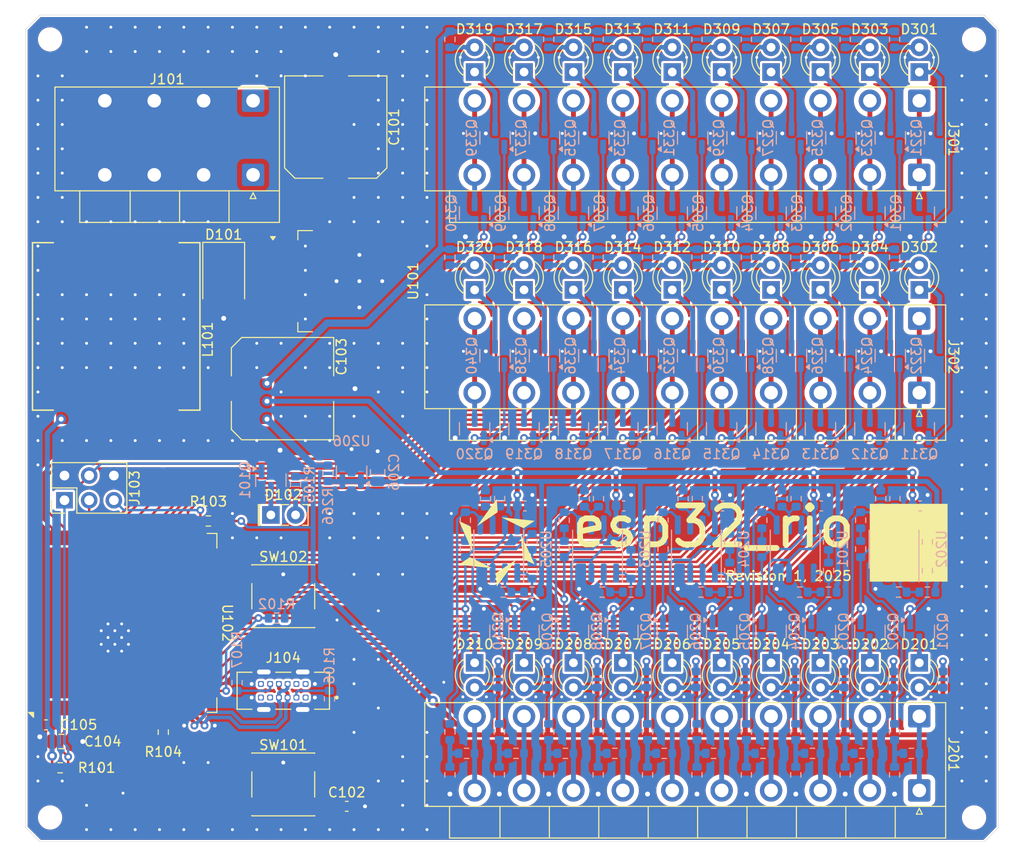
<source format=kicad_pcb>
(kicad_pcb (version 20241229) (generator "pcbnew") (generator_version "9.0")
  (title_block (title "ESP32 Remote IO") (date "2025-02-19") (rev "1") (company "Douglas Almeida"))
  (layers (0 "F.Cu" signal) (2 "B.Cu" signal) (13 "F.Paste" user) (15 "B.Paste" user) (5 "F.SilkS" user "F.Silkscreen") (7 "B.SilkS" user "B.Silkscreen") (1 "F.Mask" user) (3 "B.Mask" user) (25 "Edge.Cuts" user))
  (net 0 "")
  (net 1 "Net-(J101-Pin_1)")
  (net 2 "GND")
  (net 3 "/~{Reset}")
  (net 4 "+3.3V")
  (net 5 "VREF")
  (net 6 "Net-(D101-K)")
  (net 7 "Net-(D102-K)")
  (net 8 "Net-(D102-A)")
  (net 9 "Net-(D201-K)")
  (net 10 "Net-(D201-A)")
  (net 11 "Net-(D202-K)")
  (net 12 "Net-(D202-A)")
  (net 13 "Net-(D203-A)")
  (net 14 "Net-(D203-K)")
  (net 15 "Net-(D204-K)")
  (net 16 "Net-(D204-A)")
  (net 17 "Net-(D205-A)")
  (net 18 "Net-(D205-K)")
  (net 19 "Net-(D206-K)")
  (net 20 "Net-(D206-A)")
  (net 21 "Net-(D207-A)")
  (net 22 "Net-(D207-K)")
  (net 23 "Net-(D208-A)")
  (net 24 "Net-(D208-K)")
  (net 25 "Net-(D209-K)")
  (net 26 "Net-(D209-A)")
  (net 27 "Net-(D210-K)")
  (net 28 "Net-(D210-A)")
  (net 29 "Net-(D301-A)")
  (net 30 "Net-(D301-K)")
  (net 31 "Net-(D302-K)")
  (net 32 "Net-(D302-A)")
  (net 33 "Net-(D303-K)")
  (net 34 "Net-(D303-A)")
  (net 35 "Net-(D304-K)")
  (net 36 "Net-(D304-A)")
  (net 37 "Net-(D305-K)")
  (net 38 "Net-(D305-A)")
  (net 39 "Net-(D306-A)")
  (net 40 "Net-(D306-K)")
  (net 41 "Net-(D307-K)")
  (net 42 "Net-(D307-A)")
  (net 43 "Net-(D308-K)")
  (net 44 "Net-(D308-A)")
  (net 45 "Net-(D309-K)")
  (net 46 "Net-(D309-A)")
  (net 47 "Net-(D310-K)")
  (net 48 "Net-(D310-A)")
  (net 49 "Net-(D311-K)")
  (net 50 "Net-(D311-A)")
  (net 51 "Net-(D312-A)")
  (net 52 "Net-(D312-K)")
  (net 53 "Net-(D313-A)")
  (net 54 "Net-(D313-K)")
  (net 55 "Net-(D314-K)")
  (net 56 "Net-(D314-A)")
  (net 57 "Net-(D315-K)")
  (net 58 "Net-(D315-A)")
  (net 59 "Net-(D316-K)")
  (net 60 "Net-(D316-A)")
  (net 61 "Net-(D317-A)")
  (net 62 "Net-(D317-K)")
  (net 63 "Net-(D318-A)")
  (net 64 "Net-(D318-K)")
  (net 65 "Net-(D319-K)")
  (net 66 "Net-(D319-A)")
  (net 67 "Net-(D320-K)")
  (net 68 "Net-(D320-A)")
  (net 69 "/~{BootL_En}")
  (net 70 "/UART_RX")
  (net 71 "/UART_TX")
  (net 72 "Net-(J104-CC1)")
  (net 74 "/USB_D+")
  (net 75 "Net-(J104-CC2)")
  (net 80 "/USB_D-")
  (net 82 "Net-(J201-Pin_10)")
  (net 83 "Net-(J201-Pin_3)")
  (net 84 "Net-(J201-Pin_1)")
  (net 85 "Net-(J201-Pin_8)")
  (net 86 "Net-(J201-Pin_2)")
  (net 87 "Net-(J201-Pin_9)")
  (net 88 "Net-(J201-Pin_5)")
  (net 89 "Net-(J201-Pin_7)")
  (net 90 "Net-(J201-Pin_4)")
  (net 91 "Net-(J201-Pin_6)")
  (net 92 "Net-(J301-Pin_4)")
  (net 93 "Net-(J301-Pin_7)")
  (net 94 "Net-(J301-Pin_9)")
  (net 95 "Net-(J301-Pin_1)")
  (net 96 "Net-(J301-Pin_6)")
  (net 97 "Net-(J301-Pin_3)")
  (net 98 "Net-(J301-Pin_2)")
  (net 99 "Net-(J301-Pin_5)")
  (net 100 "Net-(J301-Pin_10)")
  (net 101 "Net-(J301-Pin_8)")
  (net 102 "Net-(J302-Pin_10)")
  (net 103 "Net-(J302-Pin_8)")
  (net 104 "Net-(J302-Pin_2)")
  (net 105 "Net-(J302-Pin_3)")
  (net 106 "Net-(J302-Pin_9)")
  (net 107 "Net-(J302-Pin_6)")
  (net 108 "Net-(J302-Pin_4)")
  (net 109 "Net-(J302-Pin_7)")
  (net 110 "Net-(J302-Pin_1)")
  (net 111 "Net-(J302-Pin_5)")
  (net 112 "/DI0")
  (net 113 "/DI1")
  (net 114 "/DI2")
  (net 115 "/DI3")
  (net 116 "/DI4")
  (net 117 "/DI5")
  (net 118 "/DI6")
  (net 119 "/DI7")
  (net 120 "/DI8")
  (net 121 "/DI9")
  (net 122 "/DQ0")
  (net 123 "/DQ1")
  (net 124 "/DQ2")
  (net 125 "/DQ3")
  (net 126 "/DQ4")
  (net 127 "/DQ5")
  (net 128 "/DQ6")
  (net 129 "/DQ7")
  (net 130 "/DQ8")
  (net 131 "/DQ9")
  (net 132 "/DQ10")
  (net 133 "/DQ11")
  (net 134 "/DQ12")
  (net 135 "/DQ13")
  (net 136 "/DQ14")
  (net 137 "/DQ15")
  (net 138 "/DQ16")
  (net 139 "/DQ17")
  (net 140 "/DQ18")
  (net 141 "/DQ19")
  (net 142 "Net-(U102-IO3)")
  (net 143 "Net-(U102-IO18)")
  (net 144 "Net-(R201-Pad1)")
  (net 145 "Net-(R202-Pad1)")
  (net 146 "Net-(R203-Pad1)")
  (net 147 "Net-(R204-Pad1)")
  (net 148 "Net-(U201A-+)")
  (net 149 "Net-(U201B-+)")
  (net 150 "Net-(U202A-+)")
  (net 151 "Net-(U202B-+)")
  (net 152 "Net-(U201A--)")
  (net 153 "Net-(U201B--)")
  (net 154 "Net-(U202A--)")
  (net 155 "Net-(U202B--)")
  (net 156 "Net-(R217-Pad1)")
  (net 157 "Net-(R218-Pad1)")
  (net 158 "Net-(R219-Pad1)")
  (net 159 "Net-(R220-Pad1)")
  (net 160 "Net-(R229-Pad2)")
  (net 161 "Net-(R230-Pad2)")
  (net 162 "Net-(R231-Pad2)")
  (net 163 "Net-(R232-Pad2)")
  (net 164 "Net-(U203A-+)")
  (net 165 "Net-(U203B-+)")
  (net 166 "Net-(U205A-+)")
  (net 167 "Net-(U205B-+)")
  (net 168 "Net-(U203A--)")
  (net 169 "Net-(U203B--)")
  (net 170 "Net-(U205A--)")
  (net 171 "Net-(U205B--)")
  (net 172 "Net-(R249-Pad2)")
  (net 173 "Net-(R250-Pad2)")
  (net 174 "Net-(R251-Pad2)")
  (net 175 "Net-(R252-Pad2)")
  (net 176 "Net-(R257-Pad2)")
  (net 177 "Net-(R258-Pad2)")
  (net 178 "Net-(U204A-+)")
  (net 179 "Net-(U204B-+)")
  (net 180 "Net-(U204A--)")
  (net 181 "Net-(U204B--)")
  (net 182 "Net-(R268-Pad2)")
  (net 183 "Net-(R269-Pad2)")
  (footprint "esp32_rio-footprints:R_0603_1608Metric" (layer "F.Cu") (at 97.935138 127.62)
    (property "Reference" "R101")
    (property "Value" "10k")
  )
  (footprint "esp32_rio-footprints:LED_D3.0mm" (layer "F.Cu") (at 181.190138 78.49 90)
    (property "Reference" "D304")
    (property "Value" "Green")
  )
  (footprint "esp32_rio-footprints:C_0603_1608Metric" (layer "F.Cu") (at 96.475138 123.21)
    (property "Reference" "C105")
    (property "Value" "100n")
  )
  (footprint "esp32_rio-footprints:LED_D3.0mm" (layer "F.Cu") (at 181.190138 116.83 -90)
    (property "Reference" "D202")
    (property "Value" "Green")
  )
  (footprint "esp32_rio-footprints:R_0603_1608Metric" (layer "F.Cu") (at 113.175138 102.25 180)
    (property "Reference" "R103")
    (property "Value" "10k")
  )
  (footprint "esp32_rio-footprints:LED_D3.0mm" (layer "F.Cu") (at 186.270138 56.09 90)
    (property "Reference" "D301")
    (property "Value" "Green")
  )
  (footprint "esp32_rio-footprints:LED_D3.0mm" (layer "F.Cu") (at 150.710138 116.83 -90)
    (property "Reference" "D208")
    (property "Value" "Green")
  )
  (footprint "esp32_rio-footprints:LED_D3.0mm" (layer "F.Cu") (at 165.950138 78.49 90)
    (property "Reference" "D310")
    (property "Value" "Green")
  )
  (footprint "esp32_rio-footprints:LED_D3.0mm" (layer "F.Cu") (at 181.190138 56.09 90)
    (property "Reference" "D303")
    (property "Value" "Green")
  )
  (footprint "esp32_rio-footprints:LED_D3.0mm" (layer "F.Cu") (at 145.630138 78.49 90)
    (property "Reference" "D318")
    (property "Value" "Green")
  )
  (footprint "esp32_rio-footprints:LED_D3.0mm" (layer "F.Cu") (at 140.550138 56.09 90)
    (property "Reference" "D319")
    (property "Value" "Green")
  )
  (footprint "esp32_rio-footprints:LED_D3.0mm" (layer "F.Cu") (at 176.110138 78.49 90)
    (property "Reference" "D306")
    (property "Value" "Green")
  )
  (footprint "esp32_rio-footprints:LED_D3.0mm" (layer "F.Cu") (at 171.030138 78.49 90)
    (property "Reference" "D308")
    (property "Value" "Green")
  )
  (footprint "esp32_rio-footprints:SW_SPST_PTS645" (layer "F.Cu") (at 120.875138 109.98)
    (property "Reference" "SW102")
    (property "Value" "Toggle_Outputs")
  )
  (footprint "esp32_rio-footprints:LED_D3.0mm" (layer "F.Cu") (at 171.030138 56.09 90)
    (property "Reference" "D307")
    (property "Value" "Green")
  )
  (footprint "esp32_rio-footprints:LED_D3.0mm" (layer "F.Cu") (at 160.870138 78.49 90)
    (property "Reference" "D312")
    (property "Value" "Green")
  )
  (footprint "esp32_rio-footprints:CUI_UJ20-C-V-C-3-SMT-TR" (layer "F.Cu") (at 120.875138 119.7 180)
    (property "Reference" "J104")
    (property "Value" "Programming_Port")
  )
  (footprint "esp32_rio-footprints:MountingHole_2.1mm" (layer "F.Cu") (at 191.900138 132.73 180)
    (property "Reference" "H101" (hide yes))
    (property "Value" "MountingHole")
  )
  (footprint "esp32_rio-footprints:LED_D3.0mm" (layer "F.Cu") (at 160.870138 116.83 -90)
    (property "Reference" "D206")
    (property "Value" "Green")
  )
  (footprint "esp32_rio-footprints:LED_D3.0mm" (layer "F.Cu") (at 160.870138 56.09 90)
    (property "Reference" "D311")
    (property "Value" "Green")
  )
  (footprint "esp32_rio-footprints:LED_D3.0mm" (layer "F.Cu") (at 140.550138 78.49 90)
    (property "Reference" "D320")
    (property "Value" "Green")
  )
  (footprint "esp32_rio-footprints:TO-263-5_TabPin3" (layer "F.Cu") (at 127.200138 77.59)
    (property "Reference" "U101")
    (property "Value" "LM2596S-3.3")
  )
  (footprint "esp32_rio-footprints:LED_D3.0mm" (layer "F.Cu") (at 186.270138 116.83 -90)
    (property "Reference" "D201")
    (property "Value" "Green")
  )
  (footprint "esp32_rio-footprints:C_0603_1608Metric" (layer "F.Cu") (at 127.405138 131.585)
    (property "Reference" "C102")
    (property "Value" "1µ")
  )
  (footprint "esp32_rio-footprints:Kefa_KF142V-5.08-10P" (layer "F.Cu") (at 186.270138 129.95 180)
    (property "Reference" "J201")
    (property "Value" "Digital_Input")
  )
  (footprint "esp32_rio-footprints:Signature_7.8x9mm" (layer "F.Cu") (at 142.828 104.477937)
    (property "Reference" "G***" (hide yes))
    (property "Value" "Signature" (hide yes))
  )
  (footprint "esp32_rio-footprints:LED_D3.0mm" (layer "F.Cu") (at 171.030138 116.83 -90)
    (property "Reference" "D204")
    (property "Value" "Green")
  )
  (footprint "esp32_rio-footprints:LED_D3.0mm" (layer "F.Cu") (at 150.710138 78.49 90)
    (property "Reference" "D316")
    (property "Value" "Green")
  )
  (footprint "esp32_rio-footprints:Kefa_KF142V-5.08-4P" (layer "F.Cu") (at 117.770138 66.66 180)
    (property "Reference" "J101")
    (property "Value" "24V_Power")
  )
  (footprint "esp32_rio-footprints:LED_D3.0mm" (layer "F.Cu") (at 186.270138 78.49 90)
    (property "Reference" "D302")
    (property "Value" "Green")
  )
  (footprint "esp32_rio-footprints:C_Elec_10x10.2" (layer "F.Cu") (at 126.270138 61.7475 90)
    (property "Reference" "C101")
    (property "Value" "100µ")
  )
  (footprint "esp32_rio-footprints:LED_D3.0mm" (layer "F.Cu") (at 155.790138 78.49 90)
    (property "Reference" "D314")
    (property "Value" "Green")
  )
  (footprint "esp32_rio-footprints:Kefa_KF142V-5.08-10P" (layer "F.Cu") (at 186.270138 89.06 180)
    (property "Reference" "J302")
    (property "Value" "Digital_Output_Bank_1")
  )
  (footprint "esp32_rio-footprints:LED_D3.0mm" (layer "F.Cu") (at 165.950138 56.09 90)
    (property "Reference" "D309")
    (property "Value" "Green")
  )
  (footprint "esp32_rio-footprints:ESP32-S3-WROOM-1U" (layer "F.Cu") (at 104.250138 112.73 90)
    (property "Reference" "U102")
    (property "Value" "ESP32-S3-WROOM-1U")
  )
  (footprint "esp32_rio-footprints:LED_D3.0mm" (layer "F.Cu") (at 165.950138 116.83 -90)
    (property "Reference" "D205")
    (property "Value" "Green")
  )
  (footprint "esp32_rio-footprints:LED_D3.0mm" (layer "F.Cu") (at 176.110138 56.09 90)
    (property "Reference" "D305")
    (property "Value" "Green")
  )
  (footprint "esp32_rio-footprints:LED_Rectangular_W5.0mm_H2.0mm" (layer "F.Cu") (at 119.600138 101.625)
    (property "Reference" "D102")
    (property "Value" "Red")
  )
  (footprint "esp32_rio-footprints:Kefa_KF142V-5.08-10P" (layer "F.Cu") (at 186.270138 66.66 180)
    (property "Reference" "J301")
    (property "Value" "Digital_Output_Bank_0")
  )
  (footprint "esp32_rio-footprints:C_0805_2012Metric" (layer "F.Cu") (at 98.060138 124.92)
    (property "Reference" "C104")
    (property "Value" "22µ")
  )
  (footprint "esp32_rio-footprints:L_Vishay_IHLP-6767" (layer "F.Cu") (at 103.700138 82.24 -90)
    (property "Reference" "L101")
    (property "Value" "68µ")
  )
  (footprint "esp32_rio-footprints:MountingHole_2.1mm" (layer "F.Cu") (at 96.900138 52.73 180)
    (property "Reference" "H103" (hide yes))
    (property "Value" "MountingHole")
  )
  (footprint "esp32_rio-footprints:SW_SPST_PTS645" (layer "F.Cu") (at 120.875138 129.335)
    (property "Reference" "SW101")
    (property "Value" "Reset")
  )
  (footprint "esp32_rio-footprints:LED_D3.0mm" (layer "F.Cu") (at 176.110138 116.83 -90)
    (property "Reference" "D203")
    (property "Value" "Green")
  )
  (footprint "esp32_rio-footprints:LED_D3.0mm" (layer "F.Cu") (at 145.630138 56.09 90)
    (property "Reference" "D317")
    (property "Value" "Green")
  )
  (footprint "esp32_rio-footprints:LED_D3.0mm" (layer "F.Cu") (at 155.790138 116.83 -90)
    (property "Reference" "D207")
    (property "Value" "Green")
  )
  (footprint "esp32_rio-footprints:LED_D3.0mm" (layer "F.Cu") (at 140.550138 116.83 -90)
    (property "Reference" "D210")
    (property "Value" "Green")
  )
  (footprint "esp32_rio-footprints:LED_D3.0mm" (layer "F.Cu") (at 145.630138 116.83 -90)
    (property "Reference" "D209")
    (property "Value" "Green")
  )
  (footprint "esp32_rio-footprints:LED_D3.0mm" (layer "F.Cu") (at 155.790138 56.09 90)
    (property "Reference" "D313")
    (property "Value" "Green")
  )
  (footprint "esp32_rio-footprints:MountingHole_2.1mm" (layer "F.Cu") (at 96.900138 132.73 180)
    (property "Reference" "H104" (hide yes))
    (property "Value" "MountingHole")
  )
  (footprint "esp32_rio-footprints:LED_D3.0mm" (layer "F.Cu") (at 150.710138 56.09 90)
    (property "Reference" "D315")
    (property "Value" "Green")
  )
  (footprint "esp32_rio-footprints:MountingHole_2.1mm" (layer "F.Cu") (at 191.900138 52.73 180)
    (property "Reference" "H102" (hide yes))
    (property "Value" "MountingHole")
  )
  (footprint "esp32_rio-footprints:C_Elec_10x10.2" (layer "F.Cu") (at 120.800138 88.64)
    (property "Reference" "C103")
    (property "Value" "680µ")
  )
  (footprint "esp32_rio-footprints:PinHeader_2x03_P2.54mm_Vertical" (layer "F.Cu") (at 98.380138 100.115 90)
    (property "Reference" "J103")
    (property "Value" "External_Programmer")
  )
  (footprint "esp32_rio-footprints:R_0603_1608Metric" (layer "F.Cu") (at 108.540138 123.96 -90)
    (property "Reference" "R104")
    (property "Value" "100")
  )
  (footprint "esp32_rio-footprints:D_SMB" (layer "F.Cu") (at 114.750138 77.262 -90)
    (property "Reference" "D101")
    (property "Value" "SS26T3G")
  )
  (footprint "esp32_rio-footprints:R_0603_1608Metric" (layer "B.Cu") (at 163.445138 99.95 90)
    (property "Reference" "R264" (hide yes))
    (property "Value" "1M")
  )
  (footprint "esp32_rio-footprints:R_0603_1608Metric" (layer "B.Cu") (at 173.570138 128.35 -90)
    (property "Reference" "R222" (hide yes))
    (property "Value" "1.2k")
  )
  (footprint "esp32_rio-footprints:SOIC-8_3.9x4.9mm_P1.27mm" (layer "B.Cu") (at 183.670138 105.13 90)
    (property "Reference" "U202")
    (property "Value" "TLV3202AID")
  )
  (footprint "esp32_rio-footprints:R_0603_1608Metric" (layer "B.Cu") (at 163.820138 109.56 180)
    (property "Reference" "R242" (hide yes))
    (property "Value" "1M")
  )
  (footprint "esp32_rio-footprints:R_0603_1608Metric" (layer "B.Cu") (at 143.090138 52.725 90)
    (property "Reference" "R317" (hide yes))
    (property "Value" "68")
  )
  (footprint "esp32_rio-footprints:SOIC-8_3.9x4.9mm_P1.27mm" (layer "B.Cu") (at 143.030138 105.13 90)
    (property "Reference" "U205")
    (property "Value" "TLV3202AID")
  )
  (footprint "esp32_rio-footprints:SOT-23" (layer "B.Cu") (at 176.110138 113.605 -90)
    (property "Reference" "Q203")
    (property "Value" "BSS138")
  )
  (footprint "esp32_rio-footprints:SOT-23" (layer "B.Cu") (at 157.890138 62.85 90)
    (property "Reference" "Q333")
    (property "Value" "BSS138")
  )
  (footprint "esp32_rio-footprints:SOT-23" (layer "B.Cu") (at 186.270138 113.605 -90)
    (property "Reference" "Q201")
    (property "Value" "BSS138")
  )
  (footprint "esp32_rio-footprints:SOT-23" (layer "B.Cu") (at 145.630138 92.7725 90)
    (property "Reference" "Q319")
    (property "Value" "IRLML6344")
  )
  (footprint "esp32_rio-footprints:SOT-23" (layer "B.Cu") (at 165.950138 70.5975 90)
    (property "Reference" "Q305")
    (property "Value" "IRLML6344")
  )
  (footprint "esp32_rio-footprints:SOT-23" (layer "B.Cu") (at 171.030138 70.5975 90)
    (property "Reference" "Q304")
    (property "Value" "IRLML6344")
  )
  (footprint "esp32_rio-footprints:SOT-23" (layer "B.Cu") (at 140.550138 70.5975 90)
    (property "Reference" "Q310")
    (property "Value" "IRLML6344")
  )
  (footprint "esp32_rio-footprints:R_0603_1608Metric" (layer "B.Cu") (at 143.090138 123.93 90)
    (property "Reference" "R239" (hide yes))
    (property "Value" "649k")
  )
  (footprint "esp32_rio-footprints:R_0603_1608Metric" (layer "B.Cu") (at 139.725138 126.14 180)
    (property "Reference" "R232" (hide yes))
    (property "Value" "10k")
  )
  (footprint "esp32_rio-footprints:C_0603_1608Metric" (layer "B.Cu") (at 186.350138 100.7)
    (property "Reference" "C202" (hide yes))
    (property "Value" "100n")
  )
  (footprint "esp32_rio-footprints:SOT-23" (layer "B.Cu") (at 160.870138 113.605 -90)
    (property "Reference" "Q206")
    (property "Value" "BSS138")
  )
  (footprint "esp32_rio-footprints:SOT-23" (layer "B.Cu") (at 142.650138 62.85 90)
    (property "Reference" "Q339")
    (property "Value" "BSS138")
  )
  (footprint "esp32_rio-footprints:R_0603_1608Metric" (layer "B.Cu") (at 139.600138 105.13 -90)
    (property "Reference" "R256" (hide yes))
    (property "Value" "1M")
  )
  (footprint "esp32_rio-footprints:SOT-23" (layer "B.Cu") (at 171.030138 92.7725 90)
    (property "Reference" "Q314")
    (property "Value" "IRLML6344")
  )
  (footprint "esp32_rio-footprints:R_0603_1608Metric" (layer "B.Cu") (at 185.445138 126.14 180)
    (property "Reference" "R228" (hide yes))
    (property "Value" "10k")
  )
  (footprint "esp32_rio-footprints:R_0603_1608Metric" (layer "B.Cu") (at 173.570138 52.725 90)
    (property "Reference" "R305" (hide yes))
    (property "Value" "68")
  )
  (footprint "esp32_rio-footprints:R_0603_1608Metric" (layer "B.Cu") (at 138.010138 52.725 90)
    (property "Reference" "R319" (hide yes))
    (property "Value" "68")
  )
  (footprint "esp32_rio-footprints:SOT-23" (layer "B.Cu") (at 171.030138 113.605 -90)
    (property "Reference" "Q204")
    (property "Value" "BSS138")
  )
  (footprint "esp32_rio-footprints:R_0603_1608Metric" (layer "B.Cu") (at 178.650138 52.725 90)
    (property "Reference" "R303" (hide yes))
    (property "Value" "68")
  )
  (footprint "esp32_rio-footprints:R_0603_1608Metric" (layer "B.Cu") (at 143.090138 75.125 -90)
    (property "Reference" "R318" (hide yes))
    (property "Value" "68")
  )
  (footprint "esp32_rio-footprints:SOT-23" (layer "B.Cu") (at 168.050138 85.25 90)
    (property "Reference" "Q330")
    (property "Value" "BSS138")
  )
  (footprint "esp32_rio-footprints:SOT-23" (layer "B.Cu") (at 162.970138 85.25 90)
    (property "Reference" "Q332")
    (property "Value" "BSS138")
  )
  (footprint "esp32_rio-footprints:R_0603_1608Metric" (layer "B.Cu") (at 159.920138 105.13 -90)
    (property "Reference" "R270" (hide yes))
    (property "Value" "1M")
  )
  (footprint "esp32_rio-footprints:C_0603_1608Metric" (layer "B.Cu") (at 166.030138 100.7)
    (property "Reference" "C203" (hide yes))
    (property "Value" "100n")
  )
  (footprint "esp32_rio-footprints:R_0603_1608Metric" (layer "B.Cu") (at 151.825138 99.95 -90)
    (property "Reference" "R265" (hide yes))
    (property "Value" "1M")
  )
  (footprint "esp32_rio-footprints:SOT-23" (layer "B.Cu") (at 160.870138 92.7725 90)
    (property "Reference" "Q316")
    (property "Value" "IRLML6344")
  )
  (footprint "esp32_rio-footprints:SOT-23" (layer "B.Cu") (at 178.210138 85.25 90)
    (property "Reference" "Q326")
    (property "Value" "BSS138")
  )
  (footprint "esp32_rio-footprints:R_0603_1608Metric" (layer "B.Cu") (at 168.490138 123.93 90)
    (property "Reference" "R217" (hide yes))
    (property "Value" "649k")
  )
  (footprint "esp32_rio-footprints:R_0603_1608Metric" (layer "B.Cu") (at 153.250138 75.125 -90)
    (property "Reference" "R314" (hide yes))
    (property "Value" "68")
  )
  (footprint "esp32_rio-footprints:R_0603_1608Metric" (layer "B.Cu") (at 166.780138 104.39 -90)
    (property "Reference" "R249" (hide yes))
    (property "Value" "1M")
  )
  (footprint "esp32_rio-footprints:R_0603_1608Metric" (layer "B.Cu") (at 163.410138 75.125 -90)
    (property "Reference" "R310" (hide yes))
    (property "Value" "68")
  )
  (footprint "esp32_rio-footprints:R_0603_1608Metric" (layer "B.Cu") (at 166.780138 109.56 180)
    (property "Reference" "R241" (hide yes))
    (property "Value" "1M")
  )
  (footprint "esp32_rio-footprints:SOT-23" (layer "B.Cu") (at 178.210138 62.85 90)
    (property "Reference" "Q325")
    (property "Value" "BSS138")
  )
  (footprint "esp32_rio-footprints:R_0603_1608Metric" (layer "B.Cu") (at 163.410138 128.35 -90)
    (property "Reference" "R233" (hide yes))
    (property "Value" "1.2k")
  )
  (footprint "esp32_rio-footprints:R_0603_1608Metric" (layer "B.Cu") (at 125.472138 97.35 90)
    (property "Reference" "R266")
    (property "Value" "330")
  )
  (footprint "esp32_rio-footprints:SOT-23" (layer "B.Cu") (at 140.550138 92.7725 90)
    (property "Reference" "Q320")
    (property "Value" "IRLML6344")
  )
  (footprint "esp32_rio-footprints:R_0603_1608Metric" (layer "B.Cu") (at 154.965138 126.14 180)
    (property "Reference" "R230" (hide yes))
    (property "Value" "10k")
  )
  (footprint "esp32_rio-footprints:R_0603_1608Metric" (layer "B.Cu") (at 172.145138 99.95 -90)
    (property "Reference" "R209" (hide yes))
    (property "Value" "1M")
  )
  (footprint "esp32_rio-footprints:R_0603_1608Metric" (layer "B.Cu") (at 173.460138 118.545 -90)
    (property "Reference" "R275" (hide yes))
    (property "Value" "68")
  )
  (footprint "esp32_rio-footprints:SOT-23" (layer "B.Cu") (at 145.630138 70.5975 90)
    (property "Reference" "Q309")
    (property "Value" "IRLML6344")
  )
  (footprint "esp32_rio-footprints:R_0603_1608Metric" (layer "B.Cu") (at 178.540138 118.545 -90)
    (property "Reference" "R274" (hide yes))
    (property "Value" "68")
  )
  (footprint "esp32_rio-footprints:R_0603_1608Metric" (layer "B.Cu") (at 122.140138 98.5 -90)
    (property "Reference" "R105")
    (property "Value" "68")
  )
  (footprint "esp32_rio-footprints:R_0603_1608Metric" (layer "B.Cu") (at 116.125138 118.875 -90)
    (property "Reference" "R107")
    (property "Value" "5.1k")
  )
  (footprint "esp32_rio-footprints:SOT-23" (layer "B.Cu") (at 165.950138 113.605 -90)
    (property "Reference" "Q205")
    (property "Value" "BSS138")
  )
  (footprint "esp32_rio-footprints:R_0603_1608Metric" (layer "B.Cu") (at 148.170138 123.93 90)
    (property "Reference" "R262" (hide yes))
    (property "Value" "649k")
  )
  (footprint "esp32_rio-footprints:R_0603_1608Metric" (layer "B.Cu") (at 144.805138 126.14 180)
    (property "Reference" "R231" (hide yes))
    (property "Value" "10k")
  )
  (footprint "esp32_rio-footprints:R_0603_1608Metric" (layer "B.Cu") (at 158.330138 75.125 -90)
    (property "Reference" "R312" (hide yes))
    (property "Value" "68")
  )
  (footprint "esp32_rio-footprints:SOT-23" (layer "B.Cu") (at 152.810138 85.25 90)
    (property "Reference" "Q336")
    (property "Value" "BSS138")
  )
  (footprint "esp32_rio-footprints:C_0603_1608Metric" (layer "B.Cu") (at 145.710138 100.7)
    (property "Reference" "C205" (hide yes))
    (property "Value" "100n")
  )
  (footprint "esp32_rio-footprints:R_0603_1608Metric" (layer "B.Cu") (at 165.125138 126.14 180)
    (property "Reference" "R229" (hide yes))
    (property "Value" "10k")
  )
  (footprint "esp32_rio-footprints:R_0603_1608Metric" (layer "B.Cu") (at 139.600138 102.17 -90)
    (property "Reference" "R252" (hide yes))
    (property "Value" "1M")
  )
  (footprint "esp32_rio-footprints:R_0603_1608Metric" (layer "B.Cu") (at 158.220138 118.545 90)
    (property "Reference" "R278" (hide yes))
    (property "Value" "68")
  )
  (footprint "esp32_rio-footprints:SOT-23" (layer "B.Cu") (at 119.600138 98.05 -90)
    (property "Reference" "Q101")
    (property "Value" "BSS138")
  )
  (footprint "esp32_rio-footprints:R_0603_1608Metric" (layer "B.Cu") (at 163.410138 52.725 90)
    (property "Reference" "R309" (hide yes))
    (property "Value" "68")
  )
  (footprint "esp32_rio-footprints:R_0603_1608Metric" (layer "B.Cu") (at 170.080138 105.13 -90)
    (property "Reference" "R201" (hide yes))
    (property "Value" "1M")
  )
  (footprint "esp32_rio-footprints:SOT-23" (layer "B.Cu") (at 152.810138 62.85 90)
    (property "Reference" "Q335")
    (property "Value" "BSS138")
  )
  (footprint "esp32_rio-footprints:SOT-23" (layer "B.Cu") (at 176.110138 92.7725 90)
    (property "Reference" "Q313")
    (property "Value" "IRLML6344")
  )
  (footprint "esp32_rio-footprints:SOT-23" (layer "B.Cu") (at 188.370138 62.85 90)
    (property "Reference" "Q321")
    (property "Value" "BSS138")
  )
  (footprint "esp32_rio-footprints:SOT-23" (layer "B.Cu") (at 183.290138 85.25 90)
    (property "Reference" "Q324")
    (property "Value" "BSS138")
  )
  (footprint "esp32_rio-footprints:R_0603_1608Metric" (layer "B.Cu") (at 178.650138 123.93 90)
    (property "Reference" "R219" (hide yes))
    (property "Value" "649k")
  )
  (footprint "esp32_rio-footprints:SOIC-8_3.9x4.9mm_P1.27mm" (layer "B.Cu") (at 153.190138 105.13 90)
    (property "Reference" "U203")
    (property "Value" "TLV3202AID")
  )
  (footprint "esp32_rio-footprints:SOT-23" (layer "B.Cu") (at 173.130138 62.85 90)
    (property "Reference" "Q327")
    (property "Value" "BSS138")
  )
  (footprint "esp32_rio-footprints:R_0603_1608Metric" (layer "B.Cu") (at 187.100138 104.39 -90)
    (property "Reference" "R208" (hide yes))
    (property "Value" "1M")
  )
  (footprint "esp32_rio-footprints:R_0603_1608Metric" (layer "B.Cu") (at 188.700138 118.545 -90)
    (property "Reference" "R272" (hide yes))
    (property "Value" "68")
  )
  (footprint "esp32_rio-footprints:R_0603_1608Metric" (layer "B.Cu") (at 173.570138 75.125 -90)
    (property "Reference" "R306" (hide yes))
    (property "Value" "68")
  )
  (footprint "esp32_rio-footprints:R_0603_1608Metric" (layer "B.Cu") (at 156.620138 107.35 -90)
    (property "Reference" "R254" (hide yes))
    (property "Value" "1M")
  )
  (footprint "esp32_rio-footprints:SOT-23" (layer "B.Cu") (at 188.370138 85.25 90)
    (property "Reference" "Q322")
    (property "Value" "BSS138")
  )
  (footprint "esp32_rio-footprints:SOT-23" (layer "B.Cu") (at 142.650138 85.25 90)
    (property "Reference" "Q340")
    (property "Value" "BSS138")
  )
  (footprint "esp32_rio-footprints:R_0603_1608Metric" (layer "B.Cu") (at 178.650138 128.35 -90)
    (property "Reference" "R223" (hide yes))
    (property "Value" "1.2k")
  )
  (footprint "esp32_rio-footprints:R_0603_1608Metric" (layer "B.Cu") (at 163.300138 118.545 90)
    (property "Reference" "R277" (hide yes))
    (property "Value" "68")
  )
  (footprint "esp32_rio-footprints:R_0603_1608Metric" (layer "B.Cu") (at 187.100138 109.56 180)
    (property "Reference" "R215" (hide yes))
    (property "Value" "1M")
  )
  (footprint "esp32_rio-footprints:R_0603_1608Metric" (layer "B.Cu") (at 183.620138 118.545 -90)
    (property "Reference" "R273" (hide yes))
    (property "Value" "68")
  )
  (footprint "esp32_rio-footprints:R_0603_1608Metric" (layer "B.Cu") (at 183.730138 75.125 -90)
    (property "Reference" "R302" (hide yes))
    (property "Value" "68")
  )
  (footprint "esp32_rio-footprints:R_0603_1608Metric" (layer "B.Cu") (at 146.460138 107.35 -90)
    (property "Reference" "R255" (hide yes))
    (property "Value" "1M")
  )
  (footprint "esp32_rio-footprints:R_0603_1608Metric" (layer "B.Cu") (at 187.100138 107.35 -90)
    (property "Reference" "R204" (hide yes))
    (property "Value" "1M")
  )
  (footprint "esp32_rio-footprints:R_0603_1608Metric" (layer "B.Cu") (at 159.920138 102.17 -90)
    (property "Reference" "R268" (hide yes))
    (property "Value" "1M")
  )
  (footprint "esp32_rio-footprints:R_0603_1608Metric" (layer "B.Cu") (at 146.460138 104.39 -90)
    (property "Reference" "R251" (hide yes))
    (property "Value" "1M")
  )
  (footprint "esp32_rio-footprints:R_0603_1608Metric" (layer "B.Cu") (at 175.285138 126.14 180)
    (property "Reference" "R226" (hide yes))
    (property "Value" "10k")
  )
  (footprint "esp32_rio-footprints:R_0603_1608Metric" (layer "B.Cu") (at 180.240138 105.13 -90)
    (property "Reference" "R203" (hide yes))
    (property "Value" "1M")
  )
  (footprint "esp32_rio-footprints:R_0603_1608Metric" (layer "B.Cu") (at 168.380138 118.545 -90)
    (property "Reference" "R276" (hide yes))
    (property "Value" "68")
  )
  (footprint "esp32_rio-footprints:SOIC-8_3.9x4.9mm_P1.27mm" (layer "B.Cu") (at 173.510138 105.13 90)
    (property "Reference" "U201")
    (property "Value" "TLV3202AID")
  )
  (footprint "esp32_rio-footprints:R_0603_1608Metric" (layer "B.Cu") (at 149.760138 105.13 -90)
    (property "Reference" "R271" (hide yes))
    (property "Value" "1M")
  )
  (footprint "esp32_rio-footprints:R_0603_1608Metric" (layer "B.Cu") (at 168.490138 75.125 -90)
    (property "Reference" "R308" (hide yes))
    (property "Value" "68")
  )
  (footprint "esp32_rio-footprints:R_0603_1608Metric" (layer "B.Cu") (at 183.730138 123.93 90)
    (property "Reference" "R220" (hide yes))
    (property "Value" "649k")
  )
  (footprint "esp32_rio-footprints:R_0603_1608Metric" (layer "B.Cu") (at 173.605138 99.95 90)
    (property "Reference" "R210" (hide yes))
    (property "Value" "1M")
  )
  (footprint "esp32_rio-footprints:R_0603_1608Metric" (layer "B.Cu") (at 142.980138 118.545 90)
    (property "Reference" "R281" (hide yes))
    (property "Value" "68")
  )
  (footprint "esp32_rio-footprints:R_0603_1608Metric" (layer "B.Cu") (at 168.490138 52.725 90)
    (property "Reference" "R307" (hide yes))
    (property "Value" "68")
  )
  (footprint "esp32_rio-footprints:R_0603_1608Metric" (layer "B.Cu") (at 173.980138 109.56 180)
    (property "Reference" "R212" (hide yes))
    (property "Value" "1M")
  )
  (footprint "esp32_rio-footprints:R_0603_1608Metric" (layer "B.Cu") (at 120.195138 112.23 180)
    (property "Reference" "R102")
    (property "Value" "10k")
  )
  (footprint "esp32_rio-footprints:R_0603_1608Metric" (layer "B.Cu") (at 143.125138 99.95 90)
    (property "Reference" "R248" (hide yes))
    (property "Value" "1M")
  )
  (footprint "esp32_rio-footprints:R_0603_1608Metric" (layer "B.Cu") (at 183.730138 52.725 90)
    (property "Reference" "R301" (hide yes))
    (property "Value" "68")
  )
  (footprint "esp32_rio-footprints:SOT-23" (layer "B.Cu") (at 157.890138 85.25 90)
    (property "Reference" "Q334")
    (property "Value" "BSS138")
  )
  (footprint "esp32_rio-footprints:C_0603_1608Metric" (layer "B.Cu") (at 155.870138 100.7)
    (property "Reference" "C204" (hide yes))
    (property "Value" "100n")
  )
  (footprint "esp32_rio-footprints:R_0603_1608Metric" (layer "B.Cu") (at 138.010138 75.125 -90)
    (property "Reference" "R320" (hide yes))
    (property "Value" "68")
  )
  (footprint "esp32_rio-footprints:R_0603_1608Metric" (layer "B.Cu") (at 158.330138 123.93 90)
    (property "Reference" "R261" (hide yes))
    (property "Value" "649k")
  )
  (footprint "esp32_rio-footprints:SOT-23" (layer "B.Cu") (at 176.110138 70.5975 90)
    (property "Reference" "Q303")
    (property "Value" "IRLML6344")
  )
  (footprint "esp32_rio-footprints:SOT-23" (layer "B.Cu") (at 155.790138 113.605 -90)
    (property "Reference" "Q207")
    (property "Value" "BSS138")
  )
  (footprint "esp32_rio-footprints:R_0603_1608Metric" (layer "B.Cu") (at 158.330138 128.35 -90)
    (property "Reference" "R259" (hide yes))
    (property "Value" "1.2k")
  )
  (footprint "esp32_rio-footprints:R_0603_1608Metric" (layer "B.Cu") (at 170.080138 102.17 -90)
    (property "Reference" "R205" (hide yes))
    (property "Value" "1M")
  )
  (footprint "esp32_rio-footprints:SOIC-8_3.9x4.9mm_P1.27mm" (layer "B.Cu") (at 163.350138 105.13 90)
    (property "Reference" "U204")
    (property "Value" "TLV3202AID")
  )
  (footprint "esp32_rio-footprints:SOT-23" (layer "B.Cu") (at 145.630138 113.605 -90)
    (property "Reference" "Q209")
    (property "Value" "BSS138")
  )
  (footprint "esp32_rio-footprints:SOT-23" (layer "B.Cu") (at 168.050138 62.85 90)
    (property "Reference" "Q329")
    (property "Value" "BSS138")
  )
  (footprint "esp32_rio-footprints:R_0603_1608Metric" (layer "B.Cu") (at 170.205138 126.14 180)
    (property "Reference" "R225" (hide yes))
    (property "Value" "10k")
  )
  (footprint "esp32_rio-footprints:SOT-23" (layer "B.Cu") (at 181.190138 92.7725 90)
    (property "Reference" "Q312")
    (property "Value" "IRLML6344")
  )
  (footprint "esp32_rio-footprints:R_0603_1608Metric" (layer "B.Cu") (at 180.365138 126.14 180)
    (property "Reference" "R227" (hide yes))
    (property "Value" "10k")
  )
  (footprint "esp32_rio-footprints:SOT-23" (layer "B.Cu") (at 173.130138 85.25 90)
    (property "Reference" "Q328")
    (property "Value" "BSS138")
  )
  (footprint "esp32_rio-footprints:R_0603_1608Metric" (layer "B.Cu") (at 176.940138 109.56 180)
    (property "Reference" "R211" (hide yes))
    (property "Value" "1M")
  )
  (footprint "esp32_rio-footprints:R_0603_1608Metric" (layer "B.Cu") (at 156.620138 109.56 180)
    (property "Reference" "R243" (hide yes))
    (property "Value" "1M")
  )
  (footprint "esp32_rio-footprints:R_0603_1608Metric" (layer "B.Cu") (at 153.250138 52.725 90)
    (property "Reference" "R313" (hide yes))
    (property "Value" "68")
  )
  (footprint "esp32_rio-footprints:R_0603_1608Metric" (layer "B.Cu") (at 149.885138 126.14 180)
    (property "Reference" "R258" (hide yes))
    (property "Value" "10k")
  )
  (footprint "esp32_rio-footprints:SOT-23" (layer "B.Cu") (at 155.790138 70.5975 90)
    (property "Reference" "Q307")
    (property "Value" "IRLML6344")
  )
  (footprint "esp32_rio-footprints:SOT-23" (layer "B.Cu") (at 181.190138 113.605 -90)
    (property "Reference" "Q202")
    (property "Value" "BSS138")
  )
  (footprint "esp32_rio-footprints:R_0603_1608Metric" (layer "B.Cu") (at 153.660138 109.56 180)
    (property "Reference" "R244" (hide yes))
    (property "Value" "1M")
  )
  (footprint "esp32_rio-footprints:R_0603_1608Metric" (layer "B.Cu") (at 148.170138 52.725 90)
    (property "Reference" "R315" (hide yes))
    (property "Value" "68")
  )
  (footprint "esp32_rio-footprints:R_0603_1608Metric" (layer "B.Cu") (at 160.045138 126.14 180)
    (property "Reference" "R257" (hide yes))
    (property "Value" "10k")
  )
  (footprint "esp32_rio-footprints:R_0603_1608Metric" (layer "B.Cu") (at 141.665138 99.95 -90)
    (property "Reference" "R247" (hide yes))
    (property "Value" "1M")
  )
  (footprint "esp32_rio-footprints:C_0805_2012Metric" (layer "B.Cu") (at 130.582138 97.225 90)
    (property "Reference" "C206")
    (property "Value" "10µ")
  )
  (footprint "esp32_rio-footprints:R_0603_1608Metric" (layer "B.Cu") (at 161.985138 99.95 -90)
    (property "Reference" "R263" (hide yes))
    (property "Value" "1M")
  )
  (footprint "esp32_rio-footprints:SOT-23" (layer "B.Cu") (at 183.290138 62.85 90)
    (property "Reference" "Q323")
    (property "Value" "BSS138")
  )
  (footprint "esp32_rio-footprints:R_0603_1608Metric" (layer "B.Cu") (at 166.780138 107.35 -90)
    (property "Reference" "R253" (hide yes))
    (property "Value" "1M")
  )
  (footprint "esp32_rio-footprints:SOT-23" (layer "B.Cu") (at 186.270138 92.7725 90)
    (property "Reference" "Q311")
    (property "Value" "IRLML6344")
  )
  (footprint "esp32_rio-footprints:R_0603_1608Metric" (layer "B.Cu") (at 153.285138 99.95 90)
    (property "Reference" "R267" (hide yes))
    (property "Value" "1M")
  )
  (footprint "esp32_rio-footprints:SOT-23" (layer "B.Cu") (at 186.270138 70.5975 90)
    (property "Reference" "Q301")
    (property "Value" "IRLML6344")
  )
  (footprint "esp32_rio-footprints:R_0603_1608Metric" (layer "B.Cu") (at 143.090138 128.35 -90)
    (property "Reference" "R235" (hide yes))
    (property "Value" "1.2k")
  )
  (footprint "esp32_rio-footprints:R_0603_1608Metric" (layer "B.Cu") (at 158.330138 52.725 90)
    (property "Reference" "R311" (hide yes))
    (property "Value" "68")
  )
  (footprint "esp32_rio-footprints:SOT-23" (layer "B.Cu") (at 162.970138 62.85 90)
    (property "Reference" "Q331")
    (property "Value" "BSS138")
  )
  (footprint "esp32_rio-footprints:R_0603_1608Metric" (layer "B.Cu") (at 148.170138 75.125 -90)
    (property "Reference" "R316" (hide yes))
    (property "Value" "68")
  )
  (footprint "esp32_rio-footprints:SOT-23" (layer "B.Cu") (at 150.710138 113.605 -90)
    (property "Reference" "Q208")
    (property "Value" "BSS138")
  )
  (footprint "esp32_rio-footprints:SOT-23" (layer "B.Cu") (at 127.902138 97.237 90)
    (property "Reference" "U206")
    (property "Value" "TL431")
  )
  (footprint "esp32_rio-footprints:R_0603_1608Metric" (layer "B.Cu") (at 138.010138 123.93 90)
    (property "Reference" "R240" (hide yes))
    (property "Value" "649k")
  )
  (footprint "esp32_rio-footprints:R_0603_1608Metric" (layer "B.Cu") (at 183.730138 128.35 -90)
    (property "Reference" "R224" (hide yes))
    (property "Value" "1.2k")
  )
  (footprint "esp32_rio-footprints:SOT-23" (layer "B.Cu") (at 150.710138 70.5975 90)
    (property "Reference" "Q308")
    (property "Value" "IRLML6344")
  )
  (footprint "esp32_rio-footprints:SOT-23" (layer "B.Cu") (at 155.790138 92.7725 90)
    (property "Reference" "Q317")
    (property "Value" "IRLML6344")
  )
  (footprint "esp32_rio-footprints:R_0603_1608Metric" (layer "B.Cu") (at 153.250138 123.93 90)
    (property "Reference" "R238" (hide yes))
    (property "Value" "649k")
  )
  (footprint "esp32_rio-footprints:R_0603_1608Metric" (layer "B.Cu") (at 173.570138 123.93 90)
    (property "Reference" "R218" (hide yes))
    (property "Value" "649k")
  )
  (footprint "esp32_rio-footprints:R_0603_1608Metric" (layer "B.Cu") (at 182.305138 99.95 -90)
    (property "Reference" "R213" (hide yes))
    (property "Value" "1M")
  )
  (footprint "esp32_rio-footprints:SOT-23" (layer "B.Cu") (at 140.550138 113.605 -90)
    (property "Reference" "Q210")
    (property "Value" "BSS138")
  )
  (footprint "esp32_rio-footprints:SOT-23" (layer "B.Cu") (at 160.870138 70.5975 90)
    (property "Reference" "Q306")
    (property "Value" "IRLML6344")
  )
  (footprint "esp32_rio-footprints:R_0603_1608Metric" (layer "B.Cu") (at 168.490138 128.35 -90)
    (property "Reference" "R221" (hide yes))
    (property "Value" "1.2k")
  )
  (footprint "esp32_rio-footprints:R_0603_1608Metric" (layer "B.Cu") (at 149.760138 102.17 -90)
    (property "Reference" "R269" (hide yes))
    (property "Value" "1M")
  )
  (footprint "esp32_rio-footprints:R_0603_1608Metric" (layer "B.Cu") (at 183.765138 99.95 90)
    (property "Reference" "R214" (hide yes))
    (property "Value" "1M")
  )
  (footprint "esp32_rio-footprints:SOT-23" (layer "B.Cu") (at 150.710138 92.7725 90)
    (property "Reference" "Q318")
    (property "Value" "IRLML6344")
  )
  (footprint "esp32_rio-footprints:R_0603_1608Metric" (layer "B.Cu") (at 180.240138 102.17 -90)
    (property "Reference" "R207" (hide yes))
    (property "Value" "1M")
  )
  (footprint "esp32_rio-footprints:R_0603_1608Metric" (layer "B.Cu") (at 153.140138 118.545 90)
    (property "Reference" "R279" (hide yes))
    (property "Value" "68")
  )
  (footprint "esp32_rio-footprints:R_0603_1608Metric" (layer "B.Cu") (at 176.940138 107.35 -90)
    (property "Reference" "R202" (hide yes))
    (property "Value" "1M")
  )
  (footprint "esp32_rio-footprints:R_0603_1608Metric" (layer "B.Cu") (at 163.410138 123.93 90)
    (property "Reference" "R237" (hide yes))
    (property "Value" "649k")
  )
  (footprint "esp32_rio-footprints:R_0603_1608Metric" (layer "B.Cu") (at 184.140138 109.56 180)
    (property "Reference" "R216" (hide yes))
    (property "Value" "1M")
  )
  (footprint "esp32_rio-footprints:R_0603_1608Metric" (layer "B.Cu") (at 125.625138 120.525 90)
    (property "Reference" "R106")
    (property "Value" "5.1k")
  )
  (footprint "esp32_rio-footprints:R_0603_1608Metric" (layer "B.Cu") (at 156.620138 104.39 -90)
    (property "Reference" "R250" (hide yes))
    (property "Value" "1M")
  )
  (footprint "esp32_rio-footprints:R_0603_1608Metric" (layer "B.Cu") (at 176.940138 104.39 -90)
    (property "Reference" "R206" (hide yes))
    (property "Value" "1M")
  )
  (footprint "esp32_rio-footprints:R_0603_1608Metric" (layer "B.Cu") (at 138.010138 128.35 -90)
    (property "Reference" "R236" (hide yes))
    (property "Value" "1.2k")
  )
  (footprint "esp32_rio-footprints:SOT-23" (layer "B.Cu") (at 147.730138 85.25 90)
    (property "Reference" "Q338")
    (property "Value" "BSS138")
  )
  (footprint "esp32_rio-footprints:SOT-23" (layer "B.Cu") (at 181.190138 70.5975 90)
    (property "Reference" "Q302")
    (property "Value" "IRLML6344")
  )
  (footprint "esp32_rio-footprints:C_0603_1608Metric" (layer "B.Cu") (at 176.190138 100.7)
    (property "Reference" "C201" (hide yes))
    (property "Value" "100n")
  )
  (footprint "esp32_rio-footprints:R_0603_1608Metric" (layer "B.Cu") (at 146.460138 109.56 180)
    (property "Reference" "R245" (hide yes))
    (property "Value" "1M")
  )
  (footprint "esp32_rio-footprints:R_0603_1608Metric" (layer "B.Cu") (at 153.250138 128.35 -90)
    (property "Reference" "R234" (hide yes))
    (property "Value" "1.2k")
  )
  (footprint "esp32_rio-footprints:SOT-23" (layer "B.Cu") (at 165.950138 92.7725 90)
    (property "Reference" "Q315")
    (property "Value" "IRLML6344")
  )
  (footprint "esp32_rio-footprints:R_0603_1608Metric" (layer "B.Cu") (at 148.060138 118.545 90)
    (property "Reference" "R280" (hide yes))
    (property "Value" "68")
  )
  (footprint "esp32_rio-footprints:R_0603_1608Metric" (layer "B.Cu") (at 148.170138 128.35 -90)
    (property "Reference" "R260" (hide yes))
    (property "Value" "1.2k")
  )
  (footprint "esp32_rio-footprints:R_0603_1608Metric" (layer "B.Cu") (at 143.500138 109.56 180)
    (property "Reference" "R246" (hide yes))
    (property "Value" "1M")
  )
  (footprint "esp32_rio-footprints:SOT-23" (layer "B.Cu") (at 147.730138 62.85 90)
    (property "Reference" "Q337")
    (property "Value" "BSS138")
  )
  (footprint "esp32_rio-footprints:R_0603_1608Metric" (layer "B.Cu") (at 178.650138 75.125 -90)
    (property "Reference" "R304" (hide yes))
    (property "Value" "68")
  )
  (gr_rect (start 181.175138 100.483) (end 189.175138 108.483) (stroke (width 0.001)) (fill yes) (layer "F.SilkS"))
  (gr_line (start 192.950138 135.23) (end 194.400138 133.78) (stroke (width 0.05)) (layer "Edge.Cuts"))
  (gr_line (start 192.950138 50.23) (end 95.850138 50.23) (stroke (width 0.05)) (layer "Edge.Cuts"))
  (gr_line (start 94.400138 51.68) (end 95.850138 50.23) (stroke (width 0.05)) (layer "Edge.Cuts"))
  (gr_line (start 194.400138 133.78) (end 194.400138 51.68) (stroke (width 0.05)) (layer "Edge.Cuts"))
  (gr_line (start 192.950138 135.23) (end 95.850138 135.23) (stroke (width 0.05)) (layer "Edge.Cuts"))
  (gr_line (start 94.400138 133.78) (end 94.400138 51.68) (stroke (width 0.05)) (layer "Edge.Cuts"))
  (gr_line (start 192.950138 50.23) (end 194.400138 51.68) (stroke (width 0.05)) (layer "Edge.Cuts"))
  (gr_line (start 94.400138 133.78) (end 95.850138 135.23) (stroke (width 0.05)) (layer "Edge.Cuts"))
  (gr_text "esp32_rio" (at 179.975138 100.483 0) (layer "F.SilkS") (effects (font (size 4 4) (thickness 0.6) (bold yes)) (justify right top)))
  (gr_text "Revision 1, 2025" (at 179.405138 108.483 0) (layer "F.SilkS") (effects (font (size 1 1)) (justify right bottom)))
  (segment (start 128.250138 88.64) (end 125.200138 88.64) (width 0.5) (layer "F.Cu") (net 2))
  (segment (start 124.855138 107.73) (end 116.895138 107.73) (width 0.25) (layer "F.Cu") (net 2))
  (segment (start 99.010138 124.92) (end 100.260138 124.92) (width 0.5) (layer "F.Cu") (net 2))
  (segment (start 128.180138 131.585) (end 129.280138 131.585) (width 0.25) (layer "F.Cu") (net 2))
  (segment (start 124.855138 127.085) (end 116.895138 127.085) (width 0.25) (layer "F.Cu") (net 2))
  (segment (start 126.270138 57.3475) (end 126.270138 54.297) (width 0.5) (layer "F.Cu") (net 2))
  (segment (start 95.840138 121.48) (end 95.840138 124.435) (width 0.5) (layer "F.Cu") (net 2))
  (segment (start 114.750138 79.412) (end 114.750138 81.412) (width 0.5) (layer "F.Cu") (net 2))
  (via (at 190.650138 96.48) (size 0.6) (drill 0.3) (layers "F.Cu" "B.Cu") (net 2))
  (via (at 95.650138 73.98) (size 0.6) (drill 0.3) (layers "F.Cu" "B.Cu") (net 2))
  (via (at 110.650138 86.48) (size 0.6) (drill 0.3) (layers "F.Cu" "B.Cu") (net 2))
  (via (at 108.150138 53.98) (size 0.6) (drill 0.3) (layers "F.Cu" "B.Cu") (net 2))
  (via (at 105.650138 53.98) (size 0.6) (drill 0.3) (layers "F.Cu" "B.Cu") (net 2))
  (via (at 190.650138 68.98) (size 0.6) (drill 0.3) (layers "F.Cu" "B.Cu") (net 2))
  (via (at 120.650138 133.98) (size 0.6) (drill 0.3) (layers "F.Cu" "B.Cu") (net 2))
  (via (at 125.650138 71.48) (size 0.6) (drill 0.3) (layers "F.Cu" "B.Cu") (net 2))
  (via (at 100.650138 51.48) (size 0.6) (drill 0.3) (layers "F.Cu" "B.Cu") (net 2))
  (via (at 147.100138 54.58) (size 0.6) (drill 0.3) (layers "F.Cu" "B.Cu") (net 2))
  (via (at 103.150138 93.98) (size 0.6) (drill 0.3) (layers "F.Cu" "B.Cu") (net 2))
  (via (at 181.765138 109.23) (size 0.8) (drill 0.4) (layers "F.Cu" "B.Cu") (net 2))
  (via (at 110.650138 83.98) (size 0.6) (drill 0.3) (layers "F.Cu" "B.Cu") (net 2))
  (via (at 179.190138 93.71) (size 1) (drill 0.5) (layers "F.Cu" "B.Cu") (net 2))
  (via (at 103.150138 86.48) (size 0.6) (drill 0.3) (layers "F.Cu" "B.Cu") (net 2))
  (via (at 190.650138 93.98) (size 0.6) (drill 0.3) (layers "F.Cu" "B.Cu") (net 2))
  (via (at 138.150138 101.48) (size 0.6) (drill 0.3) (layers "F.Cu" "B.Cu") (net 2))
  (via (at 146.580138 111.28) (size 0.8) (drill 0.4) (layers "F.Cu" "B.Cu") (net 2))
  (via (at 190.650138 111.48) (size 0.6) (drill 0.3) (layers "F.Cu" "B.Cu") (net 2))
  (via (at 128.150138 123.98) (size 0.6) (drill 0.3) (layers "F.Cu" "B.Cu") (net 2))
  (via (at 130.650138 116.48) (size 0.6) (drill 0.3) (layers "F.Cu" "B.Cu") (net 2))
  (via (at 190.650138 108.98) (size 0.6) (drill 0.3) (layers "F.Cu" "B.Cu") (net 2))
  (via (at 177.320138 120.33) (size 0.6) (drill 0.3) (layers "F.Cu" "B.Cu") (net 2))
  (via (at 190.650138 63.98) (size 0.6) (drill 0.3) (layers "F.Cu" "B.Cu") (net 2))
  (via (at 120.650138 51.48) (size 0.6) (drill 0.3) (layers "F.Cu" "B.Cu") (net 2))
  (via (at 131.050138 77.59) (size 0.8) (drill 0.4) (layers "F.Cu" "B.Cu") (net 2))
  (via (at 130.650138 88.98) (size 0.6) (drill 0.3) (layers "F.Cu" "B.Cu") (net 2))
  (via (at 108.150138 71.48) (size 0.6) (drill 0.3) (layers "F.Cu" "B.Cu") (net 2))
  (via (at 159.660138 120.33) (size 0.6) (drill 0.3) (layers "F.Cu" "B.Cu") (net 2))
  (via (at 149.240138 54.58) (size 0.6) (drill 0.3) (layers "F.Cu" "B.Cu") (net 2))
  (via (at 193.150138 71.48) (size 0.6) (drill 0.3) (layers "F.Cu" "B.Cu") (net 2))
  (via (at 110.650138 71.48) (size 0.6) (drill 0.3) (layers "F.Cu" "B.Cu") (net 2))
  (via (at 95.650138 63.98) (size 0.6) (drill 0.3) (layers "F.Cu" "B.Cu") (net 2))
  (via (at 193.150138 78.98) (size 0.6) (drill 0.3) (layers "F.Cu" "B.Cu") (net 2))
  (via (at 135.650138 101.48) (size 0.6) (drill 0.3) (layers "F.Cu" "B.Cu") (net 2))
  (via (at 123.150138 73.98) (size 0.6) (drill 0.3) (layers "F.Cu" "B.Cu") (net 2))
  (via (at 98.150138 71.48) (size 0.6) (drill 0.3) (layers "F.Cu" "B.Cu") (net 2))
  (via (at 148.170138 130.325) (size 1) (drill 0.5) (layers "F.Cu" "B.Cu") (net 2))
  (via (at 133.150138 58.98) (size 0.6) (drill 0.3) (layers "F.Cu" "B.Cu") (net 2))
  (via (at 193.150138 96.48) (size 0.6) (drill 0.3) (layers "F.Cu" "B.Cu") (net 2))
  (via (at 95.650138 66.48) (size 0.6) (drill 0.3) (layers "F.Cu" "B.Cu") (net 2))
  (via (at 120.650138 83.98) (size 0.6) (drill 0.3) (layers "F.Cu" "B.Cu") (net 2))
  (via (at 182.660138 54.58) (size 0.6) (drill 0.3) (layers "F.Cu" "B.Cu") (net 2))
  (via (at 120.550138 94.975) (size 1) (drill 0.5) (layers "F.Cu" "B.Cu") (net 2))
  (via (at 146.780138 84.8) (size 0.8) (drill 0.4) (layers "F.Cu" "B.Cu") (net 2))
  (via (at 184.270138 93.71) (size 1) (drill 0.5) (layers "F.Cu" "B.Cu") (net 2))
  (via (at 133.150138 51.48) (size 0.6) (drill 0.3) (layers "F.Cu" "B.Cu") (net 2))
  (via (at 193.150138 66.48) (size 0.6) (drill 0.3) (layers "F.Cu" "B.Cu") (net 2))
  (via (at 142.020138 54.58) (size 0.6) (drill 0.3) (layers "F.Cu" "B.Cu") (net 2))
  (via (at 110.650138 133.98) (size 0.6) (drill 0.3) (layers "F.Cu" "B.Cu") (net 2))
  (via (at 162.020138 84.8) (size 0.8) (drill 0.4) (layers "F.Cu" "B.Cu") (net 2))
  (via (at 169.880138 84.8) (size 0.6) (drill 0.3) (layers "F.Cu" "B.Cu") (net 2))
  (via (at 110.685138 123.285) (size 0.8) (drill 0.4) (layers "F.Cu" "B.Cu") (net 2))
  (via (at 128.150138 116.48) (size 0.6) (drill 0.3) (layers "F.Cu" "B.Cu") (net 2))
  (via (at 162.020138 62.4) (size 0.8) (drill 0.4) (layers "F.Cu" "B.Cu") (net 2))
  (via (at 187.740138 54.58) (size 0.6) (drill 0.3) (layers "F.Cu" "B.Cu") (net 2))
  (via (at 105.650138 86.48) (size 0.6) (drill 0.3) (layers "F.Cu" "B.Cu") (net 2))
  (via (at 130.650138 128.98) (size 0.6) (drill 0.3) (layers "F.Cu" "B.Cu") (net 2))
  (via (at 98.150138 63.98) (size 0.6) (drill 0.3) (layers "F.Cu" "B.Cu") (net 2))
  (via (at 98.150138 56.48) (size 0.6) (drill 0.3) (layers "F.Cu" "B.Cu") (net 2))
  (via (at 184.800138 54.58) (size 0.6) (drill 0.3) (layers "F.Cu" "B.Cu") (net 2))
  (via (at 100.650138 133.98) (size 0.6) (drill 0.3) (layers "F.Cu" "B.Cu") (net 2))
  (via (at 108.150138 83.98) (size 0.6) (drill 0.3) (layers "F.Cu" "B.Cu") (net 2))
  (via (at 187.420138 84.8) (size 0.8) (drill 0.4) (layers "F.Cu" "B.Cu") (net 2))
  (via (at 118.150138 51.48) (size 0.6) (drill 0.3) (layers "F.Cu" "B.Cu") (net 2))
  (via (at 154.320138 54.58) (size 0.6) (drill 0.3) (layers "F.Cu" "B.Cu") (net 2))
  (via (at 120.650138 91.48) (size 0.6) (drill 0.3) (layers "F.Cu" "B.Cu") (net 2))
  (via (at 167.160138 120.33) (size 0.6) (drill 0.3) (layers "F.Cu" "B.Cu") (net 2))
  (via (at 170.080138 73.023) (size 1) (drill 0.5) (layers "F.Cu" "B.Cu") (net 2))
  (via (at 139.400138 62.4) (size 0.6) (drill 0.3) (layers "F.Cu" "B.Cu") (net 2))
  (via (at 183.730138 130.325) (size 1) (drill 0.5) (layers "F.Cu" "B.Cu") (net 2))
  (via (at 113.150138 53.98) (size 0.6) (drill 0.3) (layers "F.Cu" "B.Cu") (net 2))
  (via (at 128.150138 103.98) (size 0.6) (drill 0.3) (layers "F.Cu" "B.Cu") (net 2))
  (via (at 190.650138 73.98) (size 0.6) (drill 0.3) (layers "F.Cu" "B.Cu") (net 2))
  (via (at 135.650138 51.48) (size 0.6) (drill 0.3) (layers "F.Cu" "B.Cu") (net 2))
  (via (at 130.582138 95.075) (size 0.8) (drill 0.4) (layers "F.Cu" "B.Cu") (net 2))
  (via (at 133.150138 68.98) (size 0.6) (drill 0.3) (layers "F.Cu" "B.Cu") (net 2))
  (via (at 141.760138 120.33) (size 0.6) (drill 0.3) (layers "F.Cu" "B.Cu") (net 2))
  (via (at 139.340138 120.33) (size 0.6) (drill 0.3) (layers "F.Cu" "B.Cu") (net 2))
  (via (at 128.150138 68.98) (size 0.6) (drill 0.3) (layers "F.Cu" "B.Cu") (net 2))
  (via (at 133.150138 126.48) (size 0.6) (drill 0.3) (layers "F.Cu" "B.Cu") (net 2))
  (via (at 174.640138 54.58) (size 0.6) (drill 0.3) (layers "F.Cu" "B.Cu") (net 2))
  (via (at 157.260138 54.58) (size 0.6) (drill 0.3) (layers "F.Cu" "B.Cu") (net 2))
  (via (at 193.150138 73.98) (size 0.6) (drill 0.3) (layers "F.Cu" "B.Cu") (net 2))
  (via (at 128.150138 91.48) (size 0.6) (drill 0.3) (layers "F.Cu" "B.Cu") (net 2))
  (via (at 130.650138 61.48) (size 0.6) (drill 0.3) (layers "F.Cu" "B.Cu") (net 2))
  (via (at 139.600138 73.023) (size 1) (drill 0.5) (layers "F.Cu" "B.Cu") (net 2))
  (via (at 101.900138 127.73) (size 0.6) (drill 0.3) (layers "F.Cu" "B.Cu") (net 2))
  (via (at 125.650138 133.98) (size 0.6) (drill 0.3) (layers "F.Cu" "B.Cu") (net 2))
  (via (at 167.420138 54.58) (size 0.6) (drill 0.3) (layers "F.Cu" "B.Cu") (net 2))
  (via (at 118.150138 86.48) (size 0.6) (drill 0.3) (layers "F.Cu" "B.Cu") (net 2))
  (via (at 149.500138 120.33) (size 0.6) (drill 0.3) (layers "F.Cu" "B.Cu") (net 2))
  (via (at 118.150138 56.48) (size 0.6) (drill 0.3) (layers "F.Cu" "B.Cu") (net 2))
  (via (at 144.480138 84.8) (size 0.6) (drill 0.3) (layers "F.Cu" "B.Cu") (net 2))
  (via (at 125.650138 51.48) (size 0.6) (drill 0.3) (layers "F.Cu" "B.Cu") (net 2))
  (via (at 123.150138 93.98) (size 0.6) (drill 0.3) (layers "F.Cu" "B.Cu") (net 2))
  (via (at 193.150138 111.48) (size 0.6) (drill 0.3) (layers "F.Cu" "B.Cu") (net 2))
  (via (at 133.150138 66.48) (size 0.6) (drill 0.3) (layers "F.Cu" "B.Cu") (net 2))
  (via (at 100.650138 81.48) (size 0.6) (drill 0.3) (layers "F.Cu" "B.Cu") (net 2))
  (via (at 98.150138 86.48) (size 0.6) (drill 0.3) (layers "F.Cu" "B.Cu") (net 2))
  (via (at 100.650138 131.48) (size 0.6) (drill 0.3) (layers "F.Cu" "B.Cu") (net 2))
  (via (at 177.260138 62.4) (size 0.8) (drill 0.4) (layers "F.Cu" "B.Cu") (net 2))
  (via (at 193.150138 63.98) (size 0.6) (drill 0.3) (layers "F.Cu" "B.Cu") (net 2))
  (via (at 113.150138 86.48) (size 0.6) (drill 0.3) (layers "F.Cu" "B.Cu") (net 2))
  (via (at 164.800138 84.8) (size 0.6) (drill 0.3) (layers "F.Cu" "B.Cu") (net 2))
  (via (at 171.605138 109.23) (size 0.8) (drill 0.4) (layers "F.Cu" "B.Cu") (net 2))
  (via (at 95.650138 68.98) (size 0.6) (drill 0.3) (layers "F.Cu" "B.Cu") (net 2))
  (via (at 146.840138 120.33) (size 0.6) (drill 0.3) (layers "F.Cu" "B.Cu") (net 2))
  (via (at 164.480138 54.58) (size 0.6) (drill 0.3) (layers "F.Cu" "B.Cu") (net 2))
  (via (at 130.650138 121.48) (size 0.6) (drill 0.3) (layers "F.Cu" "B.Cu") (net 2))
  (via (at 146.485138 99.575) (size 0.8) (drill 0.4) (layers "F.Cu" "B.Cu") (net 2))
  (via (at 169.880138 62.4) (size 0.6) (drill 0.3) (layers "F.Cu" "B.Cu") (net 2))
  (via (at 120.650138 53.98) (size 0.6) (drill 0.3) (layers "F.Cu" "B.Cu") (net 2))
  (via (at 154.640138 62.4) (size 0.6) (drill 0.3) (layers "F.Cu" "B.Cu") (net 2))
  (via (at 190.650138 61.48) (size 0.6) (drill 0.3) (layers "F.Cu" "B.Cu") (net 2))
  (via (at 173.570138 130.325) (size 1) (drill 0.5) (layers "F.Cu" "B.Cu") (net 2))
  (via (at 105.650138 93.98) (size 0.6) (drill 0.3) (layers "F.Cu" "B.Cu") (net 2))
  (via (at 110.650138 93.98) (size 0.6) (drill 0.3) (layers "F.Cu" "B.Cu") (net 2))
  (via (at 149.760138 73.023) (size 1) (drill 0.5) (layers "F.Cu" "B.Cu") (net 2))
  (via (at 190.650138 58.98) (size 0.6) (drill 0.3) (layers "F.Cu" "B.Cu") (net 2))
  (via (at 154.840138 73.023) (size 1) (drill 0.5) (layers "F.Cu" "B.Cu") (net 2))
  (via (at 146.780138 62.4) (size 0.8) (drill 0.4) (layers "F.Cu" "B.Cu") (net 2))
  (via (at 103.150138 83.98) (size 0.6) (drill 0.3) (layers "F.Cu" "B.Cu") (net 2))
  (via (at 193.150138 88.98) (size 0.6) (drill 0.3) (layers "F.Cu" "B.Cu") (net 2))
  (via (at 176.965138 99.575) (size 0.8) (drill 0.4) (layers "F.Cu" "B.Cu") (net 2))
  (via (at 135.650138 123.98) (size 0.6) (drill 0.3) (layers "F.Cu" "B.Cu") (net 2))
  (via (at 190.650138 76.48) (size 0.6) (drill 0.3) (layers "F.Cu" "B.Cu") (net 2))
  (via (at 135.650138 81.48) (size 0.6) (drill 0.3) (layers "F.Cu" "B.Cu") (net 2))
  (via (at 193.150138 128.98) (size 0.6) (drill 0.3) (layers "F.Cu" "B.Cu") (net 2))
  (via (at 185.320138 73.023) (size 1) (drill 0.5) (layers "F.Cu" "B.Cu") (net 2))
  (via (at 141.500138 111.28) (size 0.8) (drill 0.4) (layers "F.Cu" "B.Cu") (net 2))
  (via (at 151.920138 120.33) (size 0.6) (drill 0.3) (layers "F.Cu" "B.Cu") (net 2))
  (via (at 185.060138 120.33) (size 0.6) (drill 0.3) (layers "F.Cu" "B.Cu") (net 2))
  (via (at 193.150138 86.48) (size 0.6) (drill 0.3) (layers "F.Cu" "B.Cu") (net 2))
  (via (at 193.150138 121.48) (size 0.6) (drill 0.3) (layers "F.Cu" "B.Cu") (net 2))
  (via (at 133.150138 88.98) (size 0.6) (drill 0.3) (layers "F.Cu" "B.Cu") (net 2))
  (via (at 125.650138 101.48) (size 0.6) (drill 0.3) (layers "F.Cu" "B.Cu") (net 2))
  (via (at 95.650138 58.98) (size 0.6) (drill 0.3) (layers "F.Cu" "B.Cu") (net 2))
  (via (at 190.650138 88.98) (size 0.6) (drill 0.3) (layers "F.Cu" "B.Cu") (net 2))
  (via (at 95.650138 86.48) (size 0.6) (drill 0.3) (layers "F.Cu" "B.Cu") (net 2))
  (via (at 98.150138 58.98) (size 0.6) (drill 0.3) (layers "F.Cu" "B.Cu") (net 2))
  (via (at 172.180138 84.8) (size 0.8) (drill 0.4) (layers "F.Cu" "B.Cu") (net 2))
  (via (at 161.445138 109.23) (size 0.8) (drill 0.4) (layers "F.Cu" "B.Cu") (net 2))
  (via (at 105.650138 51.48) (size 0.6) (drill 0.3) (layers "F.Cu" "B.Cu") (net 2))
  (via (at 164.800138 62.4) (size 0.6) (drill 0.3) (layers "F.Cu" "B.Cu") (net 2))
  (via (at 190.650138 123.98) (size 0.6) (drill 0.3) (layers "F.Cu" "B.Cu") (net 2))
  (via (at 190.650138 106.48) (size 0.6) (drill 0.3) (layers "F.Cu" "B.Cu") (net 2))
  (via (at 149.560138 62.4) (size 0.6) (drill 0.3) (layers "F.Cu" "B.Cu") (net 2))
  (via (at 113.150138 71.48) (size 0.6) (drill 0.3) (layers "F.Cu" "B.Cu") (net 2))
  (via (at 162.080138 120.33) (size 0.6) (drill 0.3) (layers "F.Cu" "B.Cu") (net 2))
  (via (at 144.680138 73.023) (size 1) (drill 0.5) (layers "F.Cu" "B.Cu") (net 2))
  (via (at 143.630138 93.71) (size 1) (drill 0.5) (layers "F.Cu" "B.Cu") (net 2))
  (via (at 158.870138 93.71) (size 1) (drill 0.5) (layers "F.Cu" "B.Cu") (net 2))
  (via (at 125.650138 103.98) (size 0.6) (drill 0.3) (layers "F.Cu" "B.Cu") (net 2))
  (via (at 144.420138 120.33) (size 0.6) (drill 0.3) (layers "F.Cu" "B.Cu") (net 2))
  (via (at 153.790138 93.71) (size 1) (drill 0.5) (layers "F.Cu" "B.Cu") (net 2))
  (via (at 151.660138 111.28) (size 0.8) (drill 0.4) (layers "F.Cu" "B.Cu") (net 2))
  (via (at 115.650138 51.48) (size 0.6) (drill 0.3) (layers "F.Cu" "B.Cu") (net 2))
  (via (at 166.900138 111.28) (size 0.8) (drill 0.4) (layers "F.Cu" "B.Cu") (net 2))
  (via (at 126.400138 112.43) (size 0.6) (drill 0.3) (layers "F.Cu" "B.Cu") (net 2))
  (via (at 130.650138 51.48) (size 0.6) (drill 0.3) (layers "F.Cu" "B.Cu") (net 2))
  (via (at 133.150138 86.48) (size 0.6) (drill 0.3) (layers "F.Cu" "B.Cu") (net 2))
  (via (at 135.650138 128.98) (size 0.6) (drill 0.3) (layers "F.Cu" "B.Cu") (net 2))
  (via (at 190.650138 116.48) (size 0.6) (drill 0.3) (layers "F.Cu" "B.Cu") (net 2))
  (via (at 133.150138 101.48) (size 0.6) (drill 0.3) (layers "F.Cu" "B.Cu") (net 2))
  (via (at 98.150138 78.98) (size 0.6) (drill 0.3) (layers "F.Cu" "B.Cu") (net 2))
  (via (at 174.960138 84.8) (size 0.6) (drill 0.3) (layers "F.Cu" "B.Cu") (net 2))
  (via (at 193.150138 81.48) (size 0.6) (drill 0.3) (layers "F.Cu" "B.Cu") (net 2))
  (via (at 125.650138 86.48) (size 0.6) (drill 0.3) (layers "F.Cu" "B.Cu") (net 2))
  (via (at 133.150138 56.48) (size 0.6) (drill 0.3) (layers "F.Cu" "B.Cu") (net 2))
  (via (at 190.650138 98.98) (size 0.6) (drill 0.3) (layers "F.Cu" "B.Cu") (net 2))
  (via (at 193.150138 123.98) (size 0.6) (drill 0.3) (layers "F.Cu" "B.Cu") (net 2))
  (via (at 103.150138 78.98) (size 0.6) (drill 0.3) (layers "F.Cu" "B.Cu") (net 2))
  (via (at 105.650138 81.48) (size 0.6) (drill 0.3) (layers "F.Cu" "B.Cu") (net 2))
  (via (at 179.720138 54.58) (size 0.6) (drill 0.3) (layers "F.Cu" "B.Cu") (net 2))
  (via (at 123.150138 51.48) (size 0.6) (drill 0.3) (layers "F.Cu" "B.Cu") (net 2))
  (via (at 123.150138 78.98) (size 0.6) (drill 0.3) (layers "F.Cu" "B.Cu") (net 2))
  (via (at 179.980138 120.33) (size 0.6) (drill 0.3) (layers "F.Cu" "B.Cu") (net 2))
  (via (at 108.150138 93.98) (size 0.6) (drill 0.3) (layers "F.Cu" "B.Cu") (net 2))
  (via (at 128.150138 133.98) (size 0.6) (drill 0.3) (layers "F.Cu" "B.Cu") (net 2))
  (via (at 141.700138 62.4) (size 0.8) (drill 0.4) (layers "F.Cu" "B.Cu") (net 2))
  (via (at 100.650138 71.48) (size 0.6) (drill 0.3) (layers "F.Cu" "B.Cu") (net 2))
  (via (at 133.150138 71.48) (size 0.6) (drill 0.3) (layers "F.Cu" "B.Cu") (net 2))
  (via (at 190.650138 81.48) (size 0.6) (drill 0.3) (layers "F.Cu" "B.Cu") (net 2))
  (via (at 193.150138 98.98) (size 0.6) (drill 0.3) (layers "F.Cu" "B.Cu") (net 2))
  (via (at 164.740138 120.33) (size 0.6) (drill 0.3) (layers "F.Cu" "B.Cu") (net 2))
  (via (at 108.150138 78.98) (size 0.6) (drill 0.3) (layers "F.Cu" "B.Cu") (net 2))
  (via (at 95.650138 128.98) (size 0.6) (drill 0.3) (layers "F.Cu" "B.Cu") (net 2))
  (via (at 113.835138 123.285) (size 0.8) (drill 0.4) (layers "F.Cu" "B.Cu") (net 2))
  (via (at 105.650138 78.98) (size 0.6) (drill 0.3) (layers "F.Cu" "B.Cu") (net 2))
  (via (at 98.150138 61.48) (size 0.6) (drill 0.3) (layers "F.Cu" "B.Cu") (net 2))
  (via (at 193.150138 108.98) (size 0.6) (drill 0.3) (layers "F.Cu" "B.Cu") (net 2))
  (via (at 167.100138 62.4) (size 0.8) (drill 0.4) (layers "F.Cu" "B.Cu") (net 2))
  (via (at 157.000138 120.33) (size 0.6) (drill 0.3) (layers "F.Cu" "B.Cu") (net 2))
  (via (at 187.480138 120.33) (size 0.6) (drill 0.3) (layers "F.Cu" "B.Cu") (net 2))
  (via (at 110.650138 127.085) (size 0.6) (drill 0.3) (layers "F.Cu" "B.Cu") (net 2))
  (via (at 98.150138 81.48) (size 0.6) (drill 0.3) (layers "F.Cu" "B.Cu") (net 2))
  (via (at 135.650138 133.98) (size 0.6) (drill 0.3) (layers "F.Cu" "B.Cu") (net 2))
  (via (at 115.650138 133.98) (size 0.6) (drill 0.3) (layers "F.Cu" "B.Cu") (net 2))
  (via (at 118.150138 53.98) (size 0.6) (drill 0.3) (layers "F.Cu" "B.Cu") (net 2))
  (via (at 104.400138 130.23) (size 0.6) (drill 0.3) (layers "F.Cu" "B.Cu") (net 2))
  (via (at 159.400138 54.58) (size 0.6) (drill 0.3) (layers "F.Cu" "B.Cu") (net 2))
  (via (at 103.150138 133.98) (size 0.6) (drill 0.3) (layers "F.Cu" "B.Cu") (net 2))
  (via (at 190.650138 56.48) (size 0.6) (drill 0.3) (layers "F.Cu" "B.Cu") (net 2))
  (via (at 128.150138 101.48) (size 0.6) (drill 0.3) (layers "F.Cu" "B.Cu") (net 2))
  (via (at 113.150138 127.085) (size 0.6) (drill 0.3) (layers "F.Cu" "B.Cu") (net 2))
  (via (at 178.650138 130.325) (size 1) (drill 0.5) (layers "F.Cu" "B.Cu") (net 2))
  (via (at 190.650138 83.98) (size 0.6) (drill 0.3) (layers "F.Cu" "B.Cu") (net 2))
  (via (at 105.650138 133.98) (size 0.6) (drill 0.3) (layers "F.Cu" "B.Cu") (net 2))
  (via (at 148.710138 93.71) (size 1) (drill 0.5) (layers "F.Cu" "B.Cu") (net 2))
  (via (at 193.150138 118.98) (size 0.6) (drill 0.3) (layers "F.Cu" "B.Cu") (net 2))
  (via (at 175.160138 73.023) (size 1) (drill 0.5) (layers "F.Cu" "B.Cu") (net 2))
  (via (at 125.650138 93.98) (size 0.6) (drill 0.3) (layers "F.Cu" "B.Cu") (net 2))
  (via (at 193.150138 61.48) (size 0.6) (drill 0.3) (layers "F.Cu" "B.Cu") (net 2))
  (via (at 185.120138 84.8) (size 0.6) (drill 0.3) (layers "F.Cu" "B.Cu") (net 2))
  (via (at 174.900138 120.33) (size 0.6) (drill 0.3) (layers "F.Cu" "B.Cu") (net 2))
  (via (at 115.650138 53.98) (size 0.6) (drill 0.3) (layers "F.Cu" "B.Cu") (net 2))
  (via (at 171.980138 111.28) (size 0.8) (drill 0.4) (layers "F.Cu" "B.Cu") (net 2))
  (via (at 135.650138 103.98) (size 0.6) (drill 0.3) (layers "F.Cu" "B.Cu") (net 2))
  (via (at 133.150138 83.98) (size 0.6) (drill 0.3) (layers "F.Cu" "B.Cu") (net 2))
  (via (at 130.650138 68.98) (size 0.6) (drill 0.3) (layers "F.Cu" "B.Cu") (net 2))
  (via (at 151.860138 62.4) (size 0.8) (drill 0.4) (layers "F.Cu" "B.Cu") (net 2))
  (via (at 190.650138 101.48) (size 0.6) (drill 0.3) (layers "F.Cu" "B.Cu") (net 2))
  (via (at 110.650138 51.48) (size 0.6) (drill 0.3) (layers "F.Cu" "B.Cu") (net 2))
  (via (at 95.650138 88.98) (size 0.6) (drill 0.3) (layers "F.Cu" "B.Cu") (net 2))
  (via (at 133.150138 91.48) (size 0.6) (drill 0.3) (layers "F.Cu" "B.Cu") (net 2))
  (via (at 190.650138 118.98) (size 0.6) (drill 0.3) (layers "F.Cu" "B.Cu") (net 2))
  (via (at 163.410138 130.325) (size 1) (drill 0.5) (layers "F.Cu" "B.Cu") (net 2))
  (via (at 103.150138 51.48) (size 0.6) (drill 0.3) (layers "F.Cu" "B.Cu") (net 2))
  (via (at 130.650138 133.98) (size 0.6) (drill 0.3) (layers "F.Cu" "B.Cu") (net 2))
  (via (at 133.150138 133.98) (size 0.6) (drill 0.3) (layers "F.Cu" "B.Cu") (net 2))
  (via (at 130.650138 63.98) (size 0.6) (drill 0.3) (layers "F.Cu" "B.Cu") (net 2))
  (via (at 193.150138 103.98) (size 0.6) (drill 0.3) (layers "F.Cu" "B.Cu") (net 2))
  (via (at 169.030138 93.71) (size 1) (drill 0.5) (layers "F.Cu" "B.Cu") (net 2))
  (via (at 190.650138 103.98) (size 0.6) (drill 0.3) (layers "F.Cu" "B.Cu") (net 2))
  (via (at 190.650138 113.98) (size 0.6) (drill 0.3) (layers "F.Cu" "B.Cu") (net 2))
  (via (at 190.650138 121.48) (size 0.6) (drill 0.3) (layers "F.Cu" "B.Cu") (net 2))
  (via (at 193.150138 93.98) (size 0.6) (drill 0.3) (layers "F.Cu" "B.Cu") (net 2))
  (via (at 95.650138 126.48) (size 0.6) (drill 0.3) (layers "F.Cu" "B.Cu") (net 2))
  (via (at 113.150138 93.98) (size 0.6) (drill 0.3) (layers "F.Cu" "B.Cu") (net 2))
  (via (at 118.150138 103.98) (size 0.6) (drill 0.3) (layers "F.Cu" "B.Cu") (net 2))
  (via (at 125.650138 83.98) (size 0.6) (drill 0.3) (layers "F.Cu" "B.Cu") (net 2))
  (via (at 127.902138 94.862) (size 0.8) (drill 0.4) (layers "F.Cu" "B.Cu") (net 2))
  (via (at 130.650138 103.98) (size 0.6) (drill 0.3) (layers "F.Cu" "B.Cu") (net 2))
  (via (at 156.940138 84.8) (size 0.8) (drill 0.4) (layers "F.Cu" "B.Cu") (net 2))
  (via (at 120.650138 56.48) (size 0.6) (drill 0.3) (layers "F.Cu" "B.Cu") (net 2))
  (via (at 98.150138 68.98) (size 0.6) (drill 0.3) (layers "F.Cu" "B.Cu") (net 2))
  (via (at 103.150138 81.48) (size 0.6) (drill 0.3) (layers "F.Cu" "B.Cu") (net 2))
  (via (at 105.650138 83.98) (size 0.6) (drill 0.3) (layers "F.Cu" "B.Cu") (net 2))
  (via (at 135.650138 73.98) (size 0.6) (drill 0.3) (layers "F.Cu" "B.Cu") (net 2))
  (via (at 149.560138 84.8) (size 0.6) (drill 0.3) (layers "F.Cu" "B.Cu") (net 2))
  (via (at 193.150138 101.48) (size 0.6) (drill 0.3) (layers "F.Cu" "B.Cu") (net 2))
  (via (at 182.340138 84.8) (size 0.8) (drill 0.4) (layers "F.Cu" "B.Cu") (net 2))
  (via (at 169.560138 54.58) (size 0.6) (drill 0.3) (layers "F.Cu" "B.Cu") (net 2))
  (via (at 118.150138 93.98) (size 0.6) (drill 0.3) (layers "F.Cu" "B.Cu") (net 2))
  (via (at 152.180138 54.58) (size 0.6) (drill 0.3) (layers "F.Cu" "B.Cu") (net 2))
  (via (at 128.150138 118.98) (size 0.6) (drill 0.3) (layers "F.Cu" "B.Cu") (net 2))
  (via (at 133.150138 53.98) (size 0.6) (drill 0.3) (layers "F.Cu" "B.Cu") (net 2))
  (via (at 100.650138 93.98) (size 0.6) (drill 0.3) (layers "F.Cu" "B.Cu") (net 2))
  (via (at 180.240138 73.023) (size 1) (drill 0.5) (layers "F.Cu" "B.Cu") (net 2))
  (via (at 108.150138 86.48) (size 0.6) (drill 0.3) (layers "F.Cu" "B.Cu") (net 2))
  (via (at 128.150138 51.48) (size 0.6) (drill 0.3) (layers "F.Cu" "B.Cu") (net 2))
  (via (at 190.650138 128.98) (size 0.6) (drill 0.3) (layers "F.Cu" "B.Cu") (net 2))
  (via (at 98.150138 83.98) (size 0.6) (drill 0.3) (layers "F.Cu" "B.Cu") (net 2))
  (via (at 174.960138 62.4) (size 0.6) (drill 0.3) (layers "F.Cu" "B.Cu") (net 2))
  (via (at 172.180138 62.4) (size 0.8) (drill 0.4) (layers "F.Cu" "B.Cu") (net 2))
  (via (at 135.650138 63.98) (size 0.6) (drill 0.3) (layers "F.Cu" "B.Cu") (net 2))
  (via (at 182.340138 62.4) (size 0.8) (drill 0.4) (layers "F.Cu" "B.Cu") (net 2))
  (via (at 156.740138 111.28) (size 0.8) (drill 0.4) (layers "F.Cu" "B.Cu") (net 2))
  (via (at 153.250138 130.325) (size 1) (drill 0.5) (layers "F.Cu" "B.Cu") (net 2))
  (via (at 130.650138 101.48) (size 0.6) (drill 0.3) (layers "F.Cu" "B.Cu") (net 2))
  (via (at 135.650138 126.48) (size 0.6) (drill 0.3) (layers "F.Cu" "B.Cu") (net 2))
  (via (at 120.650138 103.98) (size 0.6) (drill 0.3) (layers "F.Cu" "B.Cu") (net 2))
  (via (at 128.150138 61.48) (size 0.6) (drill 0.3) (layers "F.Cu" "B.Cu") (net 2))
  (via (at 110.650138 53.98) (size 0.6) (drill 0.3) (layers "F.Cu" "B.Cu") (net 2))
  (via (at 139.080138 54.58) (size 0.6) (drill 0.3) (layers "F.Cu" "B.Cu") (net 2))
  (via (at 126.350138 77.59) (size 0.8) (drill 0.4) (layers "F.Cu" "B.Cu") (net 2))
  (via (at 100.650138 78.98) (size 0.6) (drill 0.3) (layers "F.Cu" "B.Cu") (net 2))
  (via (at 159.720138 84.8) (size 0.6) (drill 0.3) (layers "F.Cu" "B.Cu") (net 2))
  (via (at 158.330138 130.325) (size 1) (drill 0.5) (layers "F.Cu" "B.Cu") (net 2))
  (via (at 154.640138 84.8) (size 0.6) (drill 0.3) (layers "F.Cu" "B.Cu") (net 2))
  (via (at 118.150138 83.98) (size 0.6) (drill 0.3) (layers "F.Cu" "B.Cu") (net 2))
  (via (at 139.400138 84.8) (size 0.6) (drill 0.3) (layers "F.Cu" "B.Cu") (net 2))
  (via (at 135.650138 71.48) (size 0.6) (drill 0.3) (layers "F.Cu" "B.Cu") (net 2))
  (via (at 135.650138 83.98) (size 0.6) (drill 0.3) (layers "F.Cu" "B.Cu") (net 2))
  (via (at 193.150138 83.98) (size 0.6) (drill 0.3) (layers "F.Cu" "B.Cu") (net 2))
  (via (at 156.645138 99.575) (size 0.8) (drill 0.4) (layers "F.Cu" "B.Cu") (net 2))
  (via (at 130.650138 111.48) (size 0.6) (drill 0.3) (layers "F.Cu" "B.Cu") (net 2))
  (via (at 118.150138 133.98) (size 0.6) (drill 0.3) (layers "F.Cu" "B.Cu") (net 2))
  (via (at 100.650138 86.48) (size 0.6) (drill 0.3) (layers "F.Cu" "B.Cu") (net 2))
  (via (at 123.150138 76.48) (size 0.6) (drill 0.3) (layers "F.Cu" "B.Cu") (net 2))
  (via (at 166.805138 99.575) (size 0.8) (drill 0.4) (layers "F.Cu" "B.Cu") (net 2))
  (via (at 113.150138 51.48) (size 0.6) (drill 0.3) (layers "F.Cu" "B.Cu") (net 2))
  (via (at 190.650138 78.98) (size 0.6) (drill 0.3) (layers "F.Cu" "B.Cu") (net 2))
  (via (at 95.650138 61.48) (size 0.6) (drill 0.3) (layers "F.Cu" "B.Cu") (net 2))
  (via (at 180.040138 84.8) (size 0.6) (drill 0.3) (layers "F.Cu" "B.Cu") (net 2))
  (via (at 168.490138 130.325) (size 1) (drill 0.5) (layers "F.Cu" "B.Cu") (net 2))
  (via (at 95.650138 96.48) (size 0.6) (drill 0.3) (layers "F.Cu" "B.Cu") (net 2))
  (via (at 95.840138 124.435) (size 1) (drill 0.5) (layers "F.Cu" "B.Cu") (net 2))
  (via (at 190.650138 66.48) (size 0.6) (drill 0.3) (layers "F.Cu" "B.Cu") (net 2))
  (via (at 123.150138 81.48) (size 0.6) (drill 0.3) (layers "F.Cu" "B.Cu") (net 2))
  (via (at 130.650138 53.98) (size 0.6) (drill 0.3) (layers "F.Cu" "B.Cu") (net 2))
  (via (at 114.750138 81.412) (size 1) (drill 0.5) (layers "F.Cu" "B.Cu") (net 2))
  (via (at 182.140138 111.28) (size 0.8) (drill 0.4) (layers "F.Cu" "B.Cu") (net 2))
  (via (at 95.650138 81.48) (size 0.6) (drill 0.3) (layers "F.Cu" "B.Cu") (net 2))
  (via (at 95.650138 56.48) (size 0.6) (drill 0.3) (layers "F.Cu" "B.Cu") (net 2))
  (via (at 177.060138 111.28) (size 0.8) (drill 0.4) (layers "F.Cu" "B.Cu") (net 2))
  (via (at 138.550138 93.71) (size 1) (drill 0.5) (layers "F.Cu" "B.Cu") (net 2))
  (via (at 190.650138 86.48) (size 0.6) (drill 0.3) (layers "F.Cu" "B.Cu") (net 2))
  (via (at 128.150138 107.73) (size 0.6) (drill 0.3) (layers "F.Cu" "B.Cu") (net 2))
  (via (at 193.150138 68.98) (size 0.6) (drill 0.3) (layers "F.Cu" "B.Cu") (net 2))
  (via (at 151.285138 109.23) (size 0.8) (drill 0.4) (layers "F.Cu" "B.Cu") (net 2))
  (via (at 177.580138 54.58) (size 0.6) (drill 0.3) (layers "F.Cu" "B.Cu") (net 2))
  (via (at 193.150138 106.48) (size 0.6) (drill 0.3) (layers "F.Cu" "B.Cu") (net 2))
  (via (at 130.650138 83.98) (size 0.6) (drill 0.3) (layers "F.Cu" "B.Cu") (net 2))
  (via (at 177.260138 84.8) (size 0.8) (drill 0.4) (layers "F.Cu" "B.Cu") (net 2))
  (via (at 128.250138 88.64) (size 1) (drill 0.5) (layers "F.Cu" "B.Cu") (net 2))
  (via (at 159.920138 73.023) (size 1) (drill 0.5) (layers "F.Cu" "B.Cu") (net 2))
  (via (at 126.270138 54.297) (size 1) (drill 0.5) (layers "F.Cu" "B.Cu") (net 2))
  (via (at 98.150138 93.98) (size 0.6) (drill 0.3) (layers "F.Cu" "B.Cu") (net 2))
  (via (at 190.650138 71.48) (size 0.6) (drill 0.3) (layers "F.Cu" "B.Cu") (net 2))
  (via (at 133.150138 107.73) (size 0.6) (drill 0.3) (layers "F.Cu" "B.Cu") (net 2))
  (via (at 138.010138 130.325) (size 1) (drill 0.5) (layers "F.Cu" "B.Cu") (net 2))
  (via (at 161.820138 111.28) (size 0.8) (drill 0.4) (layers "F.Cu" "B.Cu") (net 2))
  (via (at 133.150138 61.48) (size 0.6) (drill 0.3) (layers "F.Cu" "B.Cu") (net 2))
  (via (at 98.150138 128.98) (size 0.6) (drill 0.3) (layers "F.Cu" "B.Cu") (net 2))
  (via (at 95.650138 76.48) (size 0.6) (drill 0.3) (layers "F.Cu" "B.Cu") (net 2))
  (via (at 185.120138 62.4) (size 0.6) (drill 0.3) (layers "F.Cu" "B.Cu") (net 2))
  (via (at 187.220138 111.28) (size 0.8) (drill 0.4) (layers "F.Cu" "B.Cu") (net 2))
  (via (at 193.150138 76.48) (size 0.6) (drill 0.3) (layers "F.Cu" "B.Cu") (net 2))
  (via (at 120.875138 107.73) (size 0.8) (drill 0.4) (layers "F.Cu" "B.Cu") (net 2))
  (via (at 100.260138 124.92) (size 1) (drill 0.5) (layers "F.Cu" "B.Cu") (net 2))
  (via (at 123.150138 91.48) (size 0.6) (drill 0.3) (layers "F.Cu" "B.Cu") (net 2))
  (via (at 108.150138 51.48) (size 0.6) (drill 0.3) (layers "F.Cu" "B.Cu") (net 2))
  (via (at 115.650138 103.98) (size 0.6) (drill 0.3) (layers "F.Cu" "B.Cu") (net 2))
  (via (at 193.150138 116.48) (size 0.6) (drill 0.3) (layers "F.Cu" "B.Cu") (net 2))
  (via (at 128.700138 77.59) (size 0.8) (drill 0.4) (layers "F.Cu" "B.Cu") (net 2))
  (via (at 98.150138 66.48) (size 0.6) (drill 0.3) (layers "F.Cu" "B.Cu") (net 2))
  (via (at 130.650138 58.98) (size 0.6) (drill 0.3) (layers "F.Cu" "B.Cu") (net 2))
  (via (at 128.150138 83.98) (size 0.6) (drill 0.3) (layers "F.Cu" "B.Cu") (net 2))
  (via (at 103.150138 53.98) (size 0.6) (drill 0.3) (layers "F.Cu" "B.Cu") (net 2))
  (via (at 162.340138 54.58) (size 0.6) (drill 0.3) (layers "F.Cu" "B.Cu") (net 2))
  (via (at 133.150138 131.48) (size 0.6) (drill 0.3) (layers "F.Cu" "B.Cu") (net 2))
  (via (at 137.380138 118.83) (size 0.6) (drill 0.3) (layers "F.Cu" "B.Cu") (net 2))
  (via (at 182.400138 120.33) (size 0.6) (drill 0.3) (layers "F.Cu" "B.Cu") (net 2))
  (via (at 115.650138 101.48) (size 0.6) (drill 0.3) (layers "F.Cu" "B.Cu") (net 2))
  (via (at 135.650138 68.98) (size 0.6) (drill 0.3) (layers "F.Cu" "B.Cu") (net 2))
  (via (at 143.090138 130.325) (size 1) (drill 0.5) (layers "F.Cu" "B.Cu") (net 2))
  (via (at 123.150138 133.98) (size 0.6) (drill 0.3) (layers "F.Cu" "B.Cu") (net 2))
  (via (at 135.650138 86.48) (size 0.6) (drill 0.3) (layers "F.Cu" "B.Cu") (net 2))
  (via (at 172.240138 120.33) (size 0.6) (drill 0.3) (layers "F.Cu" "B.Cu") (net 2))
  (via (at 141.700138 84.8) (size 0.8) (drill 0.4) (layers "F.Cu" "B.Cu") (net 2))
  (via (at 130.650138 86.48) (size 0.6) (drill 0.3) (layers "F.Cu" "B.Cu") (net 2))
  (via (at 167.100138 84.8) (size 0.8) (drill 0.4) (layers "F.Cu" "B.Cu") (net 2))
  (via (at 129.280138 131.585) (size 0.8) (drill 0.4) (layers "F.Cu" "B.Cu") (net 2))
  (via (at 100.650138 53.98) (size 0.6) (drill 0.3) (layers "F.Cu" "B.Cu") (net 2))
  (via (at 133.150138 128.98) (size 0.6) (drill 0.3) (layers "F.Cu" "B.Cu") (net 2))
  (via (at 128.700138 74.89) (size 0.8) (drill 0.4) (layers "F.Cu" "B.Cu") (net 2))
  (via (at 193.150138 58.98) (size 0.6) (drill 0.3) (layers "F.Cu" "B.Cu") (net 2))
  (via (at 135.650138 88.98) (size 0.6) (drill 0.3) (layers "F.Cu" "B.Cu") (net 2))
  (via (at 156.940138 62.4) (size 0.8) (drill 0.4) (layers "F.Cu" "B.Cu") (net 2))
  (via (at 113.150138 133.98) (size 0.6) (drill 0.3) (layers "F.Cu" "B.Cu") (net 2))
  (via (at 123.150138 86.48) (size 0.6) (drill 0.3) (layers "F.Cu" "B.Cu") (net 2))
  (via (at 123.150138 56.48) (size 0.6) (drill 0.3) (layers "F.Cu" "B.Cu") (net 2))
  (via (at 130.650138 71.48) (size 0.6) (drill 0.3) (layers "F.Cu" "B.Cu") (net 2))
  (via (at 105.650138 71.48) (size 0.6) (drill 0.3) (layers "F.Cu" "B.Cu") (net 2))
  (via (at 144.160138 54.58) (size 0.6) (drill 0.3) (layers "F.Cu" "B.Cu") (net 2))
  (via (at 193.150138 56.48) (size 0.6) (drill 0.3) (layers "F.Cu" "B.Cu") (net 2))
  (via (at 151.860138 84.8) (size 0.8) (drill 0.4) (layers "F.Cu" "B.Cu") (net 2))
  (via (at 187.420138 62.4) (size 0.8) (drill 0.4) (layers "F.Cu" "B.Cu") (net 2))
  (via (at 159.720138 62.4) (size 0.6) (drill 0.3) (layers "F.Cu" "B.Cu") (net 2))
  (via (at 103.150138 71.48) (size 0.6) (drill 0.3) (layers "F.Cu" "B.Cu") (net 2))
  (via (at 130.650138 107.73) (size 0.6) (drill 0.3) (layers "F.Cu" "B.Cu") (net 2))
  (via (at 95.650138 93.98) (size 0.6) (drill 0.3) (layers "F.Cu" "B.Cu") (net 2))
  (via (at 135.650138 58.98) (size 0.6) (drill 0.3) (layers "F.Cu" "B.Cu") (net 2))
  (via (at 95.650138 78.98) (size 0.6) (drill 0.3) (layers "F.Cu" "B.Cu") (net 2))
  (via (at 193.150138 91.48) (size 0.6) (drill 0.3) (layers "F.Cu" "B.Cu") (net 2))
  (via (at 95.650138 71.48) (size 0.6) (drill 0.3) (layers "F.Cu" "B.Cu") (net 2))
  (via (at 154.580138 120.33) (size 0.6) (drill 0.3) (layers "F.Cu" "B.Cu") (net 2))
  (via (at 130.650138 56.48) (size 0.6) (drill 0.3) (layers "F.Cu" "B.Cu") (net 2))
  (via (at 141.125138 109.23) (size 0.8) (drill 0.4) (layers "F.Cu" "B.Cu") (net 2))
  (via (at 110.650138 78.98) (size 0.6) (drill 0.3) (layers "F.Cu" "B.Cu") (net 2))
  (via (at 172.500138 54.58) (size 0.6) (drill 0.3) (layers "F.Cu" "B.Cu") (net 2))
  (via (at 163.950138 93.71) (size 1) (drill 0.5) (layers "F.Cu" "B.Cu") (net 2))
  (via (at 108.150138 81.48) (size 0.6) (drill 0.3) (layers "F.Cu" "B.Cu") (net 2))
  (via (at 174.110138 93.71) (size 1) (drill 0.5) (layers "F.Cu" "B.Cu") (net 2))
  (via (at 135.650138 56.48) (size 0.6) (drill 0.3) (layers "F.Cu" "B.Cu") (net 2))
  (via (at 165.000138 73.023) (size 1) (drill 0.5) (layers "F.Cu" "B.Cu") (net 2))
  (via (at 135.650138 53.98) (size 0.6) (drill 0.3) (layers "F.Cu" "B.Cu") (net 2))
  (via (at 95.650138 83.98) (size 0.6) (drill 0.3) (layers "F.Cu" "B.Cu") (net 2))
  (via (at 108.150138 133.98) (size 0.6) (drill 0.3) (layers "F.Cu" "B.Cu") (net 2))
  (via (at 180.040138 62.4) (size 0.6) (drill 0.3) (layers "F.Cu" "B.Cu") (net 2))
  (via (at 100.650138 83.98) (size 0.6) (drill 0.3) (layers "F.Cu" "B.Cu") (net 2))
  (via (at 169.820138 120.33) (size 0.6) (drill 0.3) (layers "F.Cu" "B.Cu") (net 2))
  (via (at 135.650138 61.48) (size 0.6) (drill 0.3) (layers "F.Cu" "B.Cu") (net 2))
  (via (at 110.650138 81.48) (size 0.6) (drill 0.3) (layers "F.Cu" "B.Cu") (net 2))
  (via (at 135.650138 131.48) (size 0.6) (drill 0.3) (layers "F.Cu" "B.Cu") (net 2))
  (via (at 115.650138 93.98) (size 0.6) (drill 0.3) (layers "F.Cu" "B.Cu") (net 2))
  (via (at 125.650138 91.48) (size 0.6) (drill 0.3) (layers "F.Cu" "B.Cu") (net 2))
  (via (at 190.650138 91.48) (size 0.6) (drill 0.3) (layers "F.Cu" "B.Cu") (net 2))
  (via (at 144.480138 62.4) (size 0.6) (drill 0.3) (layers "F.Cu" "B.Cu") (net 2))
  (via (at 120.650138 88.98) (size 0.6) (drill 0.3) (layers "F.Cu" "B.Cu") (net 2))
  (via (at 130.650138 66.48) (size 0.6) (drill 0.3) (layers "F.Cu" "B.Cu") (net 2))
  (via (at 135.650138 66.48) (size 0.6) (drill 0.3) (layers "F.Cu" "B.Cu") (net 2))
  (via (at 128.700138 80.29) (size 0.8) (drill 0.4) (layers "F.Cu" "B.Cu") (net 2))
  (via (at 133.150138 63.98) (size 0.6) (drill 0.3) (layers "F.Cu" "B.Cu") (net 2))
  (via (at 135.650138 78.98) (size 0.6) (drill 0.3) (layers "F.Cu" "B.Cu") (net 2))
  (via (at 193.150138 113.98) (size 0.6) (drill 0.3) (layers "F.Cu" "B.Cu") (net 2))
  (via (at 193.150138 126.48) (size 0.6) (drill 0.3) (layers "F.Cu" "B.Cu") (net 2))
  (via (at 133.150138 103.98) (size 0.6) (drill 0.3) (layers "F.Cu" "B.Cu") (net 2))
  (via (at 128.150138 71.48) (size 0.6) (drill 0.3) (layers "F.Cu" "B.Cu") (net 2))
  (via (at 187.125138 99.575) (size 0.8) (drill 0.4) (layers "F.Cu" "B.Cu") (net 2))
  (via (at 120.875138 127.085) (size 0.8) (drill 0.4) (layers "F.Cu" "B.Cu") (net 2))
  (via (at 95.650138 91.48) (size 0.6) (drill 0.3) (layers "F.Cu" "B.Cu") (net 2))
  (via (at 190.650138 126.48) (size 0.6) (drill 0.3) (layers "F.Cu" "B.Cu") (net 2))
  (segment (start 176.965138 100.7) (end 176.965138 99.575) (width 0.5) (layer "B.Cu") (net 2))
  (segment (start 159.920138 93.71) (end 158.870138 93.71) (width 0.5) (layer "B.Cu") (net 2))
  (segment (start 184.929122 99.125) (end 185.254122 98.8) (width 0.25) (layer "B.Cu") (net 2))
  (segment (start 149.760138 71.535) (end 149.760138 73.023) (width 0.5) (layer "B.Cu") (net 2))
  (segment (start 177.060138 112.6675) (end 177.060138 111.28) (width 0.5) (layer "B.Cu") (net 2))
  (segment (start 161.820138 112.6675) (end 161.820138 111.28) (width 0.5) (layer "B.Cu") (net 2))
  (segment (start 154.449122 99.125) (end 154.774122 98.8) (width 0.25) (layer "B.Cu") (net 2))
  (segment (start 162.020138 86.1875) (end 162.020138 84.8) (width 0.5) (layer "B.Cu") (net 2))
  (segment (start 163.410138 129.175) (end 163.410138 130.325) (width 0.5) (layer "B.Cu") (net 2))
  (segment (start 166.805138 100.7) (end 166.805138 99.575) (width 0.5) (layer "B.Cu") (net 2))
  (segment (start 151.660138 112.6675) (end 151.660138 111.28) (width 0.5) (layer "B.Cu") (net 2))
  (segment (start 138.010138 129.175) (end 138.010138 130.325) (width 0.5) (layer "B.Cu") (net 2))
  (segment (start 127.902138 96.2995) (end 127.902138 94.862) (width 0.5) (layer "B.Cu") (net 2))
  (segment (start 125.550138 121.35) (end 125.625138 121.35) (width 0.25) (layer "B.Cu") (net 2))
  (segment (start 149.760138 93.71) (end 148.710138 93.71) (width 0.5) (layer "B.Cu") (net 2))
  (segment (start 144.614122 98.8) (end 145.710138 98.8) (width 0.25) (layer "B.Cu") (net 2))
  (segment (start 163.445138 99.125) (end 164.609122 99.125) (width 0.25) (layer "B.Cu") (net 2))
  (segment (start 187.220138 112.6675) (end 187.220138 111.28) (width 0.5) (layer "B.Cu") (net 2))
  (segment (start 162.995138 109.56) (end 161.775138 109.56) (width 0.25) (layer "B.Cu") (net 2))
  (segment (start 164.934122 98.8) (end 166.030138 98.8) (width 0.25) (layer "B.Cu") (net 2))
  (segment (start 181.765138 107.605) (end 181.765138 109.23) (width 0.5) (layer "B.Cu") (net 2))
  (segment (start 144.289122 99.125) (end 144.614122 98.8) (width 0.25) (layer "B.Cu") (net 2))
  (segment (start 175.160138 93.71) (end 174.110138 93.71) (width 0.5) (layer "B.Cu") (net 2))
  (segment (start 185.320138 93.71) (end 184.270138 93.71) (width 0.5) (layer "B.Cu") (net 2))
  (segment (start 143.125138 99.125) (end 144.289122 99.125) (width 0.25) (layer "B.Cu") (net 2))
  (segment (start 183.730138 129.175) (end 183.730138 130.325) (width 0.5) (layer "B.Cu") (net 2))
  (segment (start 182.340138 63.7875) (end 182.340138 62.4) (width 0.5) (layer "B.Cu") (net 2))
  (segment (start 151.615138 109.56) (end 151.285138 109.23) (width 0.25) (layer "B.Cu") (net 2))
  (segment (start 130.582138 96.275) (end 130.582138 95.075) (width 0.5) (layer "B.Cu") (net 2))
  (segment (start 166.030138 98.8) (end 166.805138 99.575) (width 0.25) (layer "B.Cu") (net 2))
  (segment (start 156.940138 86.1875) (end 156.940138 84.8) (width 0.5) (layer "B.Cu") (net 2))
  (segment (start 171.605138 107.605) (end 171.605138 109.23) (width 0.5) (layer "B.Cu") (net 2))
  (segment (start 183.765138 99.125) (end 184.929122 99.125) (width 0.25) (layer "B.Cu") (net 2))
  (segment (start 180.240138 93.71) (end 179.190138 93.71) (width 0.5) (layer "B.Cu") (net 2))
  (segment (start 141.125138 107.605) (end 141.125138 109.23) (width 0.5) (layer "B.Cu") (net 2))
  (segment (start 172.180138 86.1875) (end 172.180138 84.8) (width 0.5) (layer "B.Cu") (net 2))
  (segment (start 144.680138 71.535) (end 144.680138 73.023) (width 0.5) (layer "B.Cu") (net 2))
  (segment (start 166.900138 112.6675) (end 166.900138 111.28) (width 0.5) (layer "B.Cu") (net 2))
  (segment (start 143.090138 129.175) (end 143.090138 130.325) (width 0.5) (layer "B.Cu") (net 2))
  (segment (start 165.000138 93.71) (end 163.950138 93.71) (width 0.5) (layer "B.Cu") (net 2))
  (segment (start 174.769122 99.125) (end 175.094122 98.8) (width 0.25) (layer "B.Cu") (net 2))
  (segment (start 151.860138 86.1875) (end 151.860138 84.8) (width 0.5) (layer "B.Cu") (net 2))
  (segment (start 146.780138 63.7875) (end 146.780138 62.4) (width 0.5) (layer "B.Cu") (net 2))
  (segment (start 156.940138 63.7875) (end 156.940138 62.4) (width 0.5) (layer "B.Cu") (net 2))
  (segment (start 161.775138 109.56) (end 161.445138 109.23) (width 0.25) (layer "B.Cu") (net 2))
  (segment (start 153.250138 129.175) (end 153.250138 130.325) (width 0.5) (layer "B.Cu") (net 2))
  (segment (start 178.650138 129.175) (end 178.650138 130.325) (width 0.5) (layer "B.Cu") (net 2))
  (segment (start 116.200138 118.05) (end 116.125138 118.05) (width 0.25) (layer "B.Cu") (net 2))
  (segment (start 154.840138 93.71) (end 153.790138 93.71) (width 0.5) (layer "B.Cu") (net 2))
  (segment (start 182.095138 109.56) (end 181.765138 109.23) (width 0.25) (layer "B.Cu") (net 2))
  (segment (start 117.150138 119) (end 116.200138 118.05) (width 0.25) (layer "B.Cu") (net 2))
  (segment (start 161.445138 107.605) (end 161.445138 109.23) (width 0.5) (layer "B.Cu") (net 2))
  (segment (start 164.609122 99.125) (end 164.934122 98.8) (width 0.25) (layer "B.Cu") (net 2))
  (segment (start 139.600138 93.71) (end 138.550138 93.71) (width 0.5) (layer "B.Cu") (net 2))
  (segment (start 171.935138 109.56) (end 171.605138 109.23) (width 0.25) (layer "B.Cu") (net 2))
  (segment (start 177.260138 86.1875) (end 177.260138 84.8) (width 0.5) (layer "B.Cu") (net 2))
  (segment (start 180.240138 71.535) (end 180.240138 73.023) (width 0.5) (layer "B.Cu") (net 2))
  (segment (start 167.100138 86.1875) (end 167.100138 84.8) (width 0.5) (layer "B.Cu") (net 2))
  (segment (start 152.835138 109.56) (end 151.615138 109.56) (width 0.25) (layer "B.Cu") (net 2))
  (segment (start 145.710138 98.8) (end 146.485138 99.575) (width 0.25) (layer "B.Cu") (net 2))
  (segment (start 176.190138 98.8) (end 176.965138 99.575) (width 0.25) (layer "B.Cu") (net 2))
  (segment (start 146.580138 112.6675) (end 146.580138 111.28) (width 0.5) (layer "B.Cu") (net 2))
  (segment (start 165.000138 71.535) (end 165.000138 73.023) (width 0.5) (layer "B.Cu") (net 2))
  (segment (start 144.680138 93.71) (end 143.630138 93.71) (width 0.5) (layer "B.Cu") (net 2))
  (segment (start 141.700138 86.1875) (end 141.700138 84.8) (width 0.5) (layer "B.Cu") (net 2))
  (segment (start 141.500138 112.6675) (end 141.500138 111.28) (width 0.5) (layer "B.Cu") (net 2))
  (segment (start 151.285138 107.605) (end 151.285138 109.23) (width 0.5) (layer "B.Cu") (net 2))
  (segment (start 141.455138 109.56) (end 141.125138 109.23) (width 0.25) (layer "B.Cu") (net 2))
  (segment (start 175.094122 98.8) (end 176.190138 98.8) (width 0.25) (layer "B.Cu") (net 2))
  (segment (start 117.625138 119) (end 117.150138 119) (width 0.25) (layer "B.Cu") (net 2))
  (segment (start 185.254122 98.8) (end 186.350138 98.8) (width 0.25) (layer "B.Cu") (net 2))
  (segment (start 173.570138 129.175) (end 173.570138 130.325) (width 0.5) (layer "B.Cu") (net 2))
  (segment (start 120.550138 97.1125) (end 120.550138 94.975) (width 0.5) (layer "B.Cu") (net 2))
  (segment (start 187.420138 86.1875) (end 187.420138 84.8) (width 0.5) (layer "B.Cu") (net 2))
  (segment (start 182.140138 112.6675) (end 182.140138 111.28) (width 0.5) (layer "B.Cu") (net 2))
  (segment (start 156.645138 100.7) (end 156.645138 99.575) (width 0.5) (layer "B.Cu") (net 2))
  (segment (start 142.675138 109.56) (end 141.455138 109.56) (width 0.25) (layer "B.Cu") (net 2))
  (segment (start 146.780138 86.1875) (end 146.780138 84.8) (width 0.5) (layer "B.Cu") (net 2))
  (segment (start 177.260138 63.7875) (end 177.260138 62.4) (width 0.5) (layer "B.Cu") (net 2))
  (segment (start 173.155138 109.56) (end 171.935138 109.56) (width 0.25) (layer "B.Cu") (net 2))
  (segment (start 154.840138 71.535) (end 154.840138 73.023) (width 0.5) (layer "B.Cu") (net 2))
  (segment (start 170.080138 71.535) (end 170.080138 73.023) (width 0.5) (layer "B.Cu") (net 2))
  (segment (start 182.340138 86.1875) (end 182.340138 84.8) (width 0.5) (layer "B.Cu") (net 2))
  (segment (start 172.180138 63.7875) (end 172.180138 62.4) (width 0.5) (layer "B.Cu") (net 2))
  (segment (start 175.160138 71.535) (end 175.160138 73.023) (width 0.5) (layer "B.Cu") (net 2))
  (segment (start 155.870138 98.8) (end 156.645138 99.575) (width 0.25) (layer "B.Cu") (net 2))
  (segment (start 154.774122 98.8) (end 155.870138 98.8) (width 0.25) (layer "B.Cu") (net 2))
  (segment (start 141.700138 63.7875) (end 141.700138 62.4) (width 0.5) (layer "B.Cu") (net 2))
  (segment (start 171.980138 112.6675) (end 171.980138 111.28) (width 0.5) (layer "B.Cu") (net 2))
  (segment (start 148.170138 129.175) (end 148.170138 130.325) (width 0.5) (layer "B.Cu") (net 2))
  (segment (start 173.605138 99.125) (end 174.769122 99.125) (width 0.25) (layer "B.Cu") (net 2))
  (segment (start 139.600138 71.535) (end 139.600138 73.023) (width 0.5) (layer "B.Cu") (net 2))
  (segment (start 187.125138 100.7) (end 187.125138 99.575) (width 0.5) (layer "B.Cu") (net 2))
  (segment (start 186.350138 98.8) (end 187.125138 99.575) (width 0.25) (layer "B.Cu") (net 2))
  (segment (start 168.490138 129.175) (end 168.490138 130.325) (width 0.5) (layer "B.Cu") (net 2))
  (segment (start 124.600138 120.4) (end 125.550138 121.35) (width 0.25) (layer "B.Cu") (net 2))
  (segment (start 185.320138 71.535) (end 185.320138 73.023) (width 0.5) (layer "B.Cu") (net 2))
  (segment (start 159.920138 71.535) (end 159.920138 73.023) (width 0.5) (layer "B.Cu") (net 2))
  (segment (start 156.740138 112.6675) (end 156.740138 111.28) (width 0.5) (layer "B.Cu") (net 2))
  (segment (start 158.330138 129.175) (end 158.330138 130.325) (width 0.5) (layer "B.Cu") (net 2))
  (segment (start 170.080138 93.71) (end 169.030138 93.71) (width 0.5) (layer "B.Cu") (net 2))
  (segment (start 151.860138 63.7875) (end 151.860138 62.4) (width 0.5) (layer "B.Cu") (net 2))
  (segment (start 187.420138 63.7875) (end 187.420138 62.4) (width 0.5) (layer "B.Cu") (net 2))
  (segment (start 146.485138 100.7) (end 146.485138 99.575) (width 0.5) (layer "B.Cu") (net 2))
  (segment (start 183.315138 109.56) (end 182.095138 109.56) (width 0.25) (layer "B.Cu") (net 2))
  (segment (start 167.100138 63.7875) (end 167.100138 62.4) (width 0.5) (layer "B.Cu") (net 2))
  (segment (start 162.020138 63.7875) (end 162.020138 62.4) (width 0.5) (layer "B.Cu") (net 2))
  (segment (start 153.285138 99.125) (end 154.449122 99.125) (width 0.25) (layer "B.Cu") (net 2))
  (segment (start 124.125138 120.4) (end 124.600138 120.4) (width 0.25) (layer "B.Cu") (net 2))
  (segment (start 98.760138 127.695) (end 102.650138 131.585) (width 0.25) (layer "F.Cu") (net 3))
  (segment (start 102.650138 131.585) (end 116.895138 131.585) (width 0.25) (layer "F.Cu") (net 3))
  (segment (start 98.135138 124.17919) (end 98.135138 125.87) (width 0.25) (layer "F.Cu") (net 3))
  (segment (start 98.135138 125.87) (end 98.760138 126.495) (width 0.25) (layer "F.Cu") (net 3))
  (segment (start 124.855138 131.585) (end 116.895138 131.585) (width 0.25) (layer "F.Cu") (net 3))
  (segment (start 126.630138 131.585) (end 124.855138 131.585) (width 0.25) (layer "F.Cu") (net 3))
  (segment (start 98.760138 127.62) (end 98.760138 127.695) (width 0.25) (layer "F.Cu") (net 3))
  (segment (start 98.760138 127.62) (end 98.760138 126.495) (width 0.25) (layer "F.Cu") (net 3))
  (segment (start 98.380138 121.48) (end 98.380138 123.93419) (width 0.25) (layer "F.Cu") (net 3))
  (segment (start 98.380138 123.93419) (end 98.135138 124.17919) (width 0.25) (layer "F.Cu") (net 3))
  (via (at 98.760138 126.495) (size 0.8) (drill 0.4) (layers "F.Cu" "B.Cu") (net 3))
  (segment (start 98.760138 125.495) (end 98.760138 126.495) (width 0.25) (layer "B.Cu") (net 3))
  (segment (start 98.380138 100.115) (end 98.380138 125.115) (width 0.25) (layer "B.Cu") (net 3))
  (segment (start 98.380138 125.115) (end 98.760138 125.495) (width 0.25) (layer "B.Cu") (net 3))
  (segment (start 183.620138 124.23) (end 183.620138 116.67) (width 0.5) (layer "F.Cu") (net 4))
  (segment (start 139.763132 124.229994) (end 136.263138 120.73) (width 0.5) (layer "F.Cu") (net 4))
  (segment (start 187.59128 124.23) (end 139.763132 124.23) (width 0.5) (layer "F.Cu") (net 4))
  (segment (start 158.220138 124.23) (end 158.220138 116.67) (width 0.5) (layer "F.Cu") (net 4))
  (segment (start 163.300138 124.23) (end 163.300138 116.67) (width 0.5) (layer "F.Cu") (net 4))
  (segment (start 119.550138 79.29) (end 116.896138 79.29) (width 0.5) (layer "F.Cu") (net 4))
  (segment (start 114.000138 102.25) (end 116.550139 102.25) (width 0.25) (layer "F.Cu") (net 4))
  (segment (start 97.110138 121.48) (end 97.110138 126.395) (width 0.5) (layer "F.Cu") (net 4))
  (segment (start 175.415138 99.575) (end 175.415138 97.275) (width 0.5) (layer "F.Cu") (net 4))
  (segment (start 165.255138 99.575) (end 165.255138 97.275) (width 0.5) (layer "F.Cu") (net 4))
  (segment (start 188.700138 116.67) (end 188.700138 123.121142) (width 0.5) (layer "F.Cu") (net 4))
  (segment (start 185.575138 99.575) (end 185.575138 97.275) (width 0.5) (layer "F.Cu") (net 4))
  (segment (start 173.460138 124.23) (end 173.460138 116.67) (width 0.5) (layer "F.Cu") (net 4))
  (segment (start 168.380138 124.23) (end 168.380138 116.67) (width 0.5) (layer "F.Cu") (net 4))
  (segment (start 188.700138 123.121142) (end 187.59128 124.23) (width 0.5) (layer "F.Cu") (net 4))
  (segment (start 139.763132 124.23) (end 139.763132 124.229994) (width 0.5) (layer "F.Cu") (net 4))
  (segment (start 144.935138 99.575) (end 144.935138 97.275) (width 0.5) (layer "F.Cu") (net 4))
  (segment (start 178.540138 124.23) (end 178.540138 116.67) (width 0.5) (layer "F.Cu") (net 4))
  (segment (start 116.400138 79.786) (end 116.400138 88.64) (width 0.5) (layer "F.Cu") (net 4))
  (segment (start 97.110138 127.62) (end 97.110138 126.395) (width 0.25) (layer "F.Cu") (net 4))
  (segment (start 155.095138 99.575) (end 155.095138 97.275) (width 0.5) (layer "F.Cu") (net 4))
  (segment (start 153.140138 124.23) (end 153.140138 116.67) (width 0.5) (layer "F.Cu") (net 4))
  (segment (start 142.980138 124.23) (end 142.980138 116.67) (width 0.5) (layer "F.Cu") (net 4))
  (segment (start 116.896138 79.29) (end 116.400138 79.786) (width 0.5) (layer "F.Cu") (net 4))
  (segment (start 148.060138 124.23) (end 148.060138 116.67) (width 0.5) (layer "F.Cu") (net 4))
  (via (at 173.460138 116.67) (size 0.8) (drill 0.4) (layers "F.Cu" "B.Cu") (net 4))
  (via (at 168.380138 116.67) (size 0.8) (drill 0.4) (layers "F.Cu" "B.Cu") (net 4))
  (via (at 163.300138 116.67) (size 0.8) (drill 0.4) (layers "F.Cu" "B.Cu") (net 4))
  (via (at 142.980138 116.67) (size 0.8) (drill 0.4) (layers "F.Cu" "B.Cu") (net 4))
  (via (at 136.263138 120.73) (size 1) (drill 0.5) (layers "F.Cu" "B.Cu") (net 4))
  (via (at 144.935138 97.275) (size 0.8) (drill 0.4) (layers "F.Cu" "B.Cu") (net 4))
  (via (at 97.110138 126.395) (size 1) (drill 0.5) (layers "F.Cu" "B.Cu") (net 4))
  (via (at 158.220138 116.67) (size 0.8) (drill 0.4) (layers "F.Cu" "B.Cu") (net 4))
  (via (at 175.415138 99.575) (size 0.8) (drill 0.4) (layers "F.Cu" "B.Cu") (net 4))
  (via (at 188.700138 116.67) (size 0.8) (drill 0.4) (layers "F.Cu" "B.Cu") (net 4))
  (via (at 119.200138 91.775) (size 1) (drill 0.5) (layers "F.Cu" "B.Cu") (net 4))
  (via (at 119.200138 88.09) (size 1) (drill 0.5) (layers "F.Cu" "B.Cu") (net 4))
  (via (at 165.255138 97.275) (size 0.8) (drill 0.4) (layers "F.Cu" "B.Cu") (net 4))
  (via (at 178.540138 116.67) (size 0.8) (drill 0.4) (layers "F.Cu" "B.Cu") (net 4))
  (via (at 155.095138 99.575) (size 0.8) (drill 0.4) (layers "F.Cu" "B.Cu") (net 4))
  (via (at 153.140138 116.67) (size 0.8) (drill 0.4) (layers "F.Cu" "B.Cu") (net 4))
  (via (at 185.575138 97.275) (size 0.8) (drill 0.4) (layers "F.Cu" "B.Cu") (net 4))
  (via (at 185.575138 99.575) (size 0.8) (drill 0.4) (layers "F.Cu" "B.Cu") (net 4))
  (via (at 144.935138 99.575) (size 0.8) (drill 0.4) (layers "F.Cu" "B.Cu") (net 4))
  (via (at 98.040138 91.775) (size 1) (drill 0.5) (layers "F.Cu" "B.Cu") (net 4))
  (via (at 165.255138 99.575) (size 0.8) (drill 0.4) (layers "F.Cu" "B.Cu") (net 4))
  (via (at 155.095138 97.275) (size 0.8) (drill 0.4) (layers "F.Cu" "B.Cu") (net 4))
  (via (at 116.550139 102.25) (size 0.8) (drill 0.4) (layers "F.Cu" "B.Cu") (net 4))
  (via (at 175.415138 97.275) (size 0.8) (drill 0.4) (layers "F.Cu" "B.Cu") (net 4))
  (via (at 148.060138 116.67) (size 0.8) (drill 0.4) (layers "F.Cu" "B.Cu") (net 4))
  (via (at 183.620138 116.67) (size 0.8) (drill 0.4) (layers "F.Cu" "B.Cu") (net 4))
  (via (at 119.200138 89.9325) (size 1) (drill 0.5) (layers "F.Cu" "B.Cu") (net 4))
  (segment (start 153.250138 51.9) (end 148.170138 51.9) (width 0.5) (layer "B.Cu") (net 4))
  (segment (start 123.950138 96.525) (end 123.950138 97.675) (width 0.5) (layer "B.Cu") (net 4))
  (segment (start 178.650138 74.3) (end 173.570138 74.3) (width 0.5) (layer "B.Cu") (net 4))
  (segment (start 97.110138 126.395) (end 97.110138 123.913) (width 0.5) (layer "B.Cu") (net 4))
  (segment (start 137.035138 74.3) (end 137.035138 52.8) (width 0.5) (layer "B.Cu") (net 4))
  (segment (start 142.980138 117.72) (end 142.980138 116.67) (width 0.5) (layer "B.Cu") (net 4))
  (segment (start 143.090138 51.9) (end 138.010138 51.9) (width 0.5) (layer "B.Cu") (net 4))
  (segment (start 183.620138 117.72) (end 183.620138 116.67) (width 0.5) (layer "B.Cu") (net 4))
  (segment (start 148.170138 51.9) (end 143.090138 51.9) (width 0.5) (layer "B.Cu") (net 4))
  (segment (start 185.575138 97.275) (end 144.935138 97.275) (width 0.5) (layer "B.Cu") (net 4))
  (segment (start 185.575138 102.655) (end 185.575138 99.575) (width 0.5) (layer "B.Cu") (net 4))
  (segment (start 121.020138 112.23) (end 121.020138 111.347) (width 0.25) (layer "B.Cu") (net 4))
  (segment (start 122.140138 97.675) (end 123.950138 97.675) (width 0.5) (layer "B.Cu") (net 4))
  (segment (start 173.460138 117.72) (end 173.460138 116.67) (width 0.5) (layer "B.Cu") (net 4))
  (segment (start 158.330138 51.9) (end 153.250138 51.9) (width 0.5) (layer "B.Cu") (net 4))
  (segment (start 125.386138 81.904) (end 129.431138 81.904) (width 0.75) (layer "B.Cu") (net 4))
  (segment (start 121.020138 112.155) (end 121.020138 112.23) (width 0.5) (layer "B.Cu") (net 4))
  (segment (start 119.200138 88.09) (end 125.386138 81.904) (width 0.75) (layer "B.Cu") (net 4))
  (segment (start 123.950138 108.417) (end 136.263138 120.73) (width 0.5) (layer "B.Cu") (net 4))
  (segment (start 165.255138 102.655) (end 165.255138 99.575) (width 0.5) (layer "B.Cu") (net 4))
  (segment (start 144.935138 97.275) (end 137.019138 97.275) (width 0.5) (layer "B.Cu") (net 4))
  (segment (start 137.035138 52.8) (end 137.935138 51.9) (width 0.5) (layer "B.Cu") (net 4))
  (segment (start 155.095138 102.655) (end 155.095138 99.575) (width 0.5) (layer "B.Cu") (net 4))
  (segment (start 163.300138 117.72) (end 163.300138 116.67) (width 0.5) (layer "B.Cu") (net 4))
  (segment (start 175.415138 102.655) (end 175.415138 99.575) (width 0.5) (layer "B.Cu") (net 4))
  (segment (start 137.935138 51.9) (end 138.010138 51.9) (width 0.5) (layer "B.Cu") (net 4))
  (segment (start 129.431138 81.904) (end 137.035138 74.3) (width 0.75) (layer "B.Cu") (net 4))
  (segment (start 148.060138 117.72) (end 148.060138 116.67) (width 0.5) (layer "B.Cu") (net 4))
  (segment (start 117.200139 102.9) (end 123.950138 102.9) (width 0.25) (layer "B.Cu") (net 4))
  (segment (start 153.250138 74.3) (end 148.170138 74.3) (width 0.5) (layer "B.Cu") (net 4))
  (segment (start 137.019138 97.275) (end 129.676638 89.9325) (width 0.5) (layer "B.Cu") (net 4))
  (segment (start 153.140138 117.72) (end 153.140138 116.67) (width 0.5) (layer "B.Cu") (net 4))
  (segment (start 163.410138 51.9) (end 158.330138 51.9) (width 0.5) (layer "B.Cu") (net 4))
  (segment (start 125.472138 96.525) (end 123.950138 96.525) (width 0.5) (layer "B.Cu") (net 4))
  (segment (start 143.090138 74.3) (end 138.010138 74.3) (width 0.5) (layer "B.Cu") (net 4))
  (segment (start 121.020138 111.347) (end 123.950138 108.417) (width 0.25) (layer "B.Cu") (net 4))
  (segment (start 168.380138 117.72) (end 168.380138 116.67) (width 0.5) (layer "B.Cu") (net 4))
  (segment (start 123.950138 96.525) (end 119.200138 91.775) (width 0.75) (layer "B.Cu") (net 4))
  (segment (start 123.950138 102.9) (end 123.950138 108.417) (width 0.5) (layer "B.Cu") (net 4))
  (segment (start 173.570138 51.9) (end 168.490138 51.9) (width 0.5) (layer "B.Cu") (net 4))
  (segment (start 158.330138 74.3) (end 153.250138 74.3) (width 0.5) (layer "B.Cu") (net 4))
  (segment (start 96.630138 123.433) (end 96.630138 93.185) (width 0.5) (layer "B.Cu") (net 4))
  (segment (start 163.410138 74.3) (end 158.330138 74.3) (width 0.5) (layer "B.Cu") (net 4))
  (segment (start 144.935138 102.655) (end 144.935138 99.575) (width 0.5) (layer "B.Cu") (net 4))
  (segment (start 178.540138 117.72) (end 178.540138 116.67) (width 0.5) (layer "B.Cu") (net 4))
  (segment (start 129.676638 89.9325) (end 119.200138 89.9325) (width 0.5) (layer "B.Cu") (net 4))
  (segment (start 148.170138 74.3) (end 143.090138 74.3) (width 0.5) (layer "B.Cu") (net 4))
  (segment (start 178.650138 51.9) (end 173.570138 51.9) (width 0.5) (layer "B.Cu") (net 4))
  (segment (start 178.650138 74.3) (end 183.730138 74.3) (width 0.5) (layer "B.Cu") (net 4))
  (segment (start 97.110138 123.913) (end 96.630138 123.433) (width 0.5) (layer "B.Cu") (net 4))
  (segment (start 123.950138 97.675) (end 123.950138 102.9) (width 0.5) (layer "B.Cu") (net 4))
  (segment (start 173.570138 74.3) (end 168.490138 74.3) (width 0.5) (layer "B.Cu") (net 4))
  (segment (start 188.700138 117.72) (end 188.700138 116.67) (width 0.5) (layer "B.Cu") (net 4))
  (segment (start 168.490138 74.3) (end 163.410138 74.3) (width 0.5) (layer "B.Cu") (net 4))
  (segment (start 116.550139 102.25) (end 117.200139 102.9) (width 0.25) (layer "B.Cu") (net 4))
  (segment (start 96.630138 93.185) (end 98.040138 91.775) (width 0.5) (layer "B.Cu") (net 4))
  (segment (start 178.650138 51.9) (end 183.730138 51.9) (width 0.5) (layer "B.Cu") (net 4))
  (segment (start 168.490138 51.9) (end 163.410138 51.9) (width 0.5) (layer "B.Cu") (net 4))
  (segment (start 138.010138 74.3) (end 137.035138 74.3) (width 0.5) (layer "B.Cu") (net 4))
  (segment (start 158.220138 117.72) (end 158.220138 116.67) (width 0.5) (layer "B.Cu") (net 4))
  (segment (start 177.915138 108.670492) (end 177.915138 98.175) (width 0.5) (layer "B.Cu") (net 5))
  (segment (start 187.925138 108.820492) (end 188.075138 108.670492) (width 0.5) (layer "B.Cu") (net 5))
  (segment (start 161.985138 99.125) (end 161.985138 98.175) (width 0.5) (layer "B.Cu") (net 5))
  (segment (start 177.765138 108.820492) (end 177.915138 108.670492) (width 0.5) (layer "B.Cu") (net 5))
  (segment (start 157.445138 109.56) (end 157.445138 108.820492) (width 0.5) (layer "B.Cu") (net 5))
  (segment (start 157.595138 108.670492) (end 157.595138 98.175) (width 0.5) (layer "B.Cu") (net 5))
  (segment (start 167.605138 108.820492) (end 167.755138 108.670492) (width 0.5) (layer "B.Cu") (net 5))
  (segment (start 187.064352 98.175) (end 182.305138 98.175) (width 0.5) (layer "B.Cu") (net 5))
  (segment (start 151.825138 98.175) (end 147.435138 98.175) (width 0.5) (layer "B.Cu") (net 5))
  (segment (start 147.435138 98.175) (end 141.665138 98.175) (width 0.5) (layer "B.Cu") (net 5))
  (segment (start 187.925138 109.56) (end 187.925138 108.820492) (width 0.5) (layer "B.Cu") (net 5))
  (segment (start 167.755138 98.175) (end 161.985138 98.175) (width 0.5) (layer "B.Cu") (net 5))
  (segment (start 177.765138 109.56) (end 177.765138 108.820492) (width 0.5) (layer "B.Cu") (net 5))
  (segment (start 188.075138 108.670492) (end 188.075138 99.185786) (width 0.5) (layer "B.Cu") (net 5))
  (segment (start 188.075138 99.185786) (end 187.064352 98.175) (width 0.5) (layer "B.Cu") (net 5))
  (segment (start 161.985138 98.175) (end 157.595138 98.175) (width 0.5) (layer "B.Cu") (net 5))
  (segment (start 130.582138 98.175) (end 125.472138 98.175) (width 0.5) (layer "B.Cu") (net 5))
  (segment (start 157.595138 98.175) (end 151.825138 98.175) (width 0.5) (layer "B.Cu") (net 5))
  (segment (start 157.445138 108.820492) (end 157.595138 108.670492) (width 0.5) (layer "B.Cu") (net 5))
  (segment (start 172.145138 99.125) (end 172.145138 98.175) (width 0.5) (layer "B.Cu") (net 5))
  (segment (start 147.285138 108.820492) (end 147.435138 108.670492) (width 0.5) (layer "B.Cu") (net 5))
  (segment (start 177.915138 98.175) (end 172.145138 98.175) (width 0.5) (layer "B.Cu") (net 5))
  (segment (start 182.305138 98.175) (end 177.915138 98.175) (width 0.5) (layer "B.Cu") (net 5))
  (segment (start 182.305138 99.125) (end 182.305138 98.175) (width 0.5) (layer "B.Cu") (net 5))
  (segment (start 167.755138 108.670492) (end 167.755138 98.175) (width 0.5) (layer "B.Cu") (net 5))
  (segment (start 147.285138 109.56) (end 147.285138 108.820492) (width 0.5) (layer "B.Cu") (net 5))
  (segment (start 151.825138 99.125) (end 151.825138 98.175) (width 0.5) (layer "B.Cu") (net 5))
  (segment (start 141.665138 98.175) (end 130.582138 98.175) (width 0.5) (layer "B.Cu") (net 5))
  (segment (start 167.605138 109.56) (end 167.605138 108.820492) (width 0.5) (layer "B.Cu") (net 5))
  (segment (start 172.145138 98.175) (end 167.755138 98.175) (width 0.5) (layer "B.Cu") (net 5))
  (segment (start 141.665138 99.125) (end 141.665138 98.175) (width 0.5) (layer "B.Cu") (net 5))
  (segment (start 147.435138 108.670492) (end 147.435138 98.175) (width 0.5) (layer "B.Cu") (net 5))
  (segment (start 119.600138 101.625) (end 119.600138 98.9875) (width 0.5) (layer "B.Cu") (net 7))
  (segment (start 122.140138 101.625) (end 122.140138 99.325) (width 0.5) (layer "B.Cu") (net 8))
  (segment (start 186.270138 114.5425) (end 186.270138 116.83) (width 0.5) (layer "B.Cu") (net 9))
  (segment (start 188.700138 119.37) (end 186.270138 119.37) (width 0.5) (layer "B.Cu") (net 10))
  (segment (start 181.190138 114.5425) (end 181.190138 116.83) (width 0.5) (layer "B.Cu") (net 11))
  (segment (start 183.620138 119.37) (end 181.190138 119.37) (width 0.5) (layer "B.Cu") (net 12))
  (segment (start 178.540138 119.37) (end 176.110138 119.37) (width 0.5) (layer "B.Cu") (net 13))
  (segment (start 176.110138 114.5425) (end 176.110138 116.83) (width 0.5) (layer "B.Cu") (net 14))
  (segment (start 171.030138 114.5425) (end 171.030138 116.83) (width 0.5) (layer "B.Cu") (net 15))
  (segment (start 173.460138 119.37) (end 171.030138 119.37) (width 0.5) (layer "B.Cu") (net 16))
  (segment (start 168.380138 119.37) (end 165.950138 119.37) (width 0.5) (layer "B.Cu") (net 17))
  (segment (start 165.950138 114.5425) (end 165.950138 116.83) (width 0.5) (layer "B.Cu") (net 18))
  (segment (start 160.870138 114.5425) (end 160.870138 116.83) (width 0.5) (layer "B.Cu") (net 19))
  (segment (start 163.300138 119.37) (end 160.870138 119.37) (width 0.5) (layer "B.Cu") (net 20))
  (segment (start 158.220138 119.37) (end 155.790138 119.37) (width 0.5) (layer "B.Cu") (net 21))
  (segment (start 155.790138 114.5425) (end 155.790138 116.83) (width 0.5) (layer "B.Cu") (net 22))
  (segment (start 153.140138 119.37) (end 150.710138 119.37) (width 0.5) (layer "B.Cu") (net 23))
  (segment (start 150.710138 114.5425) (end 150.710138 116.83) (width 0.5) (layer "B.Cu") (net 24))
  (segment (start 145.630138 114.5425) (end 145.630138 116.83) (width 0.5) (layer "B.Cu") (net 25))
  (segment (start 148.060138 119.37) (end 145.630138 119.37) (width 0.5) (layer "B.Cu") (net 26))
  (segment (start 140.550138 114.5425) (end 140.550138 116.83) (width 0.5) (layer "B.Cu") (net 27))
  (segment (start 142.980138 119.37) (end 140.550138 119.37) (width 0.5) (layer "B.Cu") (net 28))
  (segment (start 183.730138 53.55) (end 186.270138 53.55) (width 0.5) (layer "B.Cu") (net 29))
  (segment (start 187.670138 56.09) (end 186.270138 56.09) (width 0.5) (layer "B.Cu") (net 30))
  (segment (start 188.370138 56.79) (end 187.670138 56.09) (width 0.5) (layer "B.Cu") (net 30))
  (segment (start 188.370138 61.9125) (end 188.370138 56.79) (width 0.5) (layer "B.Cu") (net 30))
  (segment (start 188.370138 79.19) (end 187.670138 78.49) (width 0.5) (layer "B.Cu") (net 31))
  (segment (start 188.370138 84.3125) (end 188.370138 79.19) (width 0.5) (layer "B.Cu") (net 31))
  (segment (start 187.670138 78.49) (end 186.270138 78.49) (width 0.5) (layer "B.Cu") (net 31))
  (segment (start 183.730138 75.95) (end 186.270138 75.95) (width 0.5) (layer "B.Cu") (net 32))
  (segment (start 183.290138 58.19) (end 181.190138 56.09) (width 0.5) (layer "B.Cu") (net 33))
  (segment (start 183.290138 61.9125) (end 183.290138 58.19) (width 0.5) (layer "B.Cu") (net 33))
  (segment (start 178.650138 53.55) (end 181.190138 53.55) (width 0.5) (layer "B.Cu") (net 34))
  (segment (start 183.290138 80.59) (end 181.190138 78.49) (width 0.5) (layer "B.Cu") (net 35))
  (segment (start 183.290138 84.3125) (end 183.290138 80.59) (width 0.5) (layer "B.Cu") (net 35))
  (segment (start 178.650138 75.95) (end 181.190138 75.95) (width 0.5) (layer "B.Cu") (net 36))
  (segment (start 178.210138 61.9125) (end 178.210138 58.19) (width 0.5) (layer "B.Cu") (net 37))
  (segment (start 178.210138 58.19) (end 176.110138 56.09) (width 0.5) (layer "B.Cu") (net 37))
  (segment (start 173.570138 53.55) (end 176.110138 53.55) (width 0.5) (layer "B.Cu") (net 38))
  (segment (start 173.570138 75.95) (end 176.110138 75.95) (width 0.5) (layer "B.Cu") (net 39))
  (segment (start 178.210138 80.59) (end 176.110138 78.49) (width 0.5) (layer "B.Cu") (net 40))
  (segment (start 178.210138 84.3125) (end 178.210138 80.59) (width 0.5) (layer "B.Cu") (net 40))
  (segment (start 173.130138 58.19) (end 171.030138 56.09) (width 0.5) (layer "B.Cu") (net 41))
  (segment (start 173.130138 61.9125) (end 173.130138 58.19) (width 0.5) (layer "B.Cu") (net 41))
  (segment (start 168.490138 53.55) (end 171.030138 53.55) (width 0.5) (layer "B.Cu") (net 42))
  (segment (start 173.130138 80.59) (end 171.030138 78.49) (width 0.5) (layer "B.Cu") (net 43))
  (segment (start 173.130138 84.3125) (end 173.130138 80.59) (width 0.5) (layer "B.Cu") (net 43))
  (segment (start 168.490138 75.95) (end 171.030138 75.95) (width 0.5) (layer "B.Cu") (net 44))
  (segment (start 168.050138 58.19) (end 165.950138 56.09) (width 0.5) (layer "B.Cu") (net 45))
  (segment (start 168.050138 61.9125) (end 168.050138 58.19) (width 0.5) (layer "B.Cu") (net 45))
  (segment (start 163.410138 53.55) (end 165.950138 53.55) (width 0.5) (layer "B.Cu") (net 46))
  (segment (start 168.050138 80.59) (end 165.950138 78.49) (width 0.5) (layer "B.Cu") (net 47))
  (segment (start 168.050138 84.3125) (end 168.050138 80.59) (width 0.5) (layer "B.Cu") (net 47))
  (segment (start 163.410138 75.95) (end 165.950138 75.95) (width 0.5) (layer "B.Cu") (net 48))
  (segment (start 162.970138 58.19) (end 160.870138 56.09) (width 0.5) (layer "B.Cu") (net 49))
  (segment (start 162.970138 61.9125) (end 162.970138 58.19) (width 0.5) (layer "B.Cu") (net 49))
  (segment (start 158.330138 53.55) (end 160.870138 53.55) (width 0.5) (layer "B.Cu") (net 50))
  (segment (start 158.330138 75.95) (end 160.870138 75.95) (width 0.5) (layer "B.Cu") (net 51))
  (segment (start 162.970138 80.59) (end 160.870138 78.49) (width 0.5) (layer "B.Cu") (net 52))
  (segment (start 162.970138 84.3125) (end 162.970138 80.59) (width 0.5) (layer "B.Cu") (net 52))
  (segment (start 153.250138 53.55) (end 155.790138 53.55) (width 0.5) (layer "B.Cu") (net 53))
  (segment (start 157.890138 58.19) (end 155.790138 56.09) (width 0.5) (layer "B.Cu") (net 54))
  (segment (start 157.890138 61.9125) (end 157.890138 58.19) (width 0.5) (layer "B.Cu") (net 54))
  (segment (start 157.890138 84.3125) (end 157.890138 80.59) (width 0.5) (layer "B.Cu") (net 55))
  (segment (start 157.890138 80.59) (end 155.790138 78.49) (width 0.5) (layer "B.Cu") (net 55))
  (segment (start 153.250138 75.95) (end 155.790138 75.95) (width 0.5) (layer "B.Cu") (net 56))
  (segment (start 152.810138 61.9125) (end 152.810138 58.19) (width 0.5) (layer "B.Cu") (net 57))
  (segment (start 152.810138 58.19) (end 150.710138 56.09) (width 0.5) (layer "B.Cu") (net 57))
  (segment (start 148.170138 53.55) (end 150.710138 53.55) (width 0.5) (layer "B.Cu") (net 58))
  (segment (start 152.810138 80.59) (end 150.710138 78.49) (width 0.5) (layer "B.Cu") (net 59))
  (segment (start 152.810138 84.3125) (end 152.810138 80.59) (width 0.5) (layer "B.Cu") (net 59))
  (segment (start 148.170138 75.95) (end 150.710138 75.95) (width 0.5) (layer "B.Cu") (net 60))
  (segment (start 143.090138 53.55) (end 145.630138 53.55) (width 0.5) (layer "B.Cu") (net 61))
  (segment (start 147.730138 58.19) (end 145.630138 56.09) (width 0.5) (layer "B.Cu") (net 62))
  (segment (start 147.730138 61.9125) (end 147.730138 58.19) (width 0.5) (layer "B.Cu") (net 62))
  (segment (start 143.090138 75.95) (end 145.630138 75.95) (width 0.5) (layer "B.Cu") (net 63))
  (segment (start 147.730138 84.3125) (end 147.730138 80.59) (width 0.5) (layer "B.Cu") (net 64))
  (segment (start 147.730138 80.59) (end 145.630138 78.49) (width 0.5) (layer "B.Cu") (net 64))
  (segment (start 142.650138 61.9125) (end 142.650138 58.19) (width 0.5) (layer "B.Cu") (net 65))
  (segment (start 142.650138 58.19) (end 140.550138 56.09) (width 0.5) (layer "B.Cu") (net 65))
  (segment (start 138.010138 53.55) (end 140.550138 53.55) (width 0.5) (layer "B.Cu") (net 66))
  (segment (start 142.650138 84.3125) (end 142.650138 80.59) (width 0.5) (layer "B.Cu") (net 67))
  (segment (start 142.650138 80.59) (end 140.550138 78.49) (width 0.5) (layer "B.Cu") (net 67))
  (segment (start 138.010138 75.95) (end 140.550138 75.95) (width 0.5) (layer "B.Cu") (net 68))
  (segment (start 112.350138 103.98) (end 112.350138 102.25) (width 0.25) (layer "F.Cu") (net 69))
  (segment (start 112.350138 102.25) (end 112.350138 101.125) (width 0.25) (layer "F.Cu") (net 69))
  (via (at 112.350138 101.125) (size 0.8) (drill 0.4) (layers "F.Cu" "B.Cu") (net 69))
  (segment (start 112.350138 101.125) (end 104.470138 101.125) (width 0.25) (layer "B.Cu") (net 69))
  (segment (start 104.470138 101.125) (end 103.460138 100.115) (width 0.25) (layer "B.Cu") (net 69))
  (segment (start 100.920138 100.115) (end 100.920138 103.98) (width 0.25) (layer "F.Cu") (net 70))
  (segment (start 100.920138 97.575) (end 99.650138 98.845) (width 0.25) (layer "F.Cu") (net 71))
  (segment (start 99.650138 98.845) (end 99.650138 103.98) (width 0.25) (layer "F.Cu") (net 71))
  (segment (start 102.145138 96.35) (end 116.887638 96.35) (width 0.25) (layer "B.Cu") (net 71))
  (segment (start 116.887638 96.35) (end 117.650138 97.1125) (width 0.25) (layer "B.Cu") (net 71))
  (segment (start 100.920138 97.575) (end 102.145138 96.35) (width 0.25) (layer "B.Cu") (net 71))
  (segment (start 117.650138 97.1125) (end 118.650138 97.1125) (width 0.25) (layer "B.Cu") (net 71))
  (segment (start 122.407138 119.7) (end 122.225138 119.882) (width 0.25) (layer "B.Cu") (net 72))
  (segment (start 125.625138 119.7) (end 122.407138 119.7) (width 0.25) (layer "B.Cu") (net 72))
  (segment (start 122.225138 119.882) (end 122.225138 120.4) (width 0.25) (layer "B.Cu") (net 72))
  (segment (start 111.977638 122.4775) (end 112.785138 123.285) (width 0.375) (layer "F.Cu") (net 74))
  (segment (start 121.325138 120.4) (end 121.325138 119.958) (width 0.375) (layer "F.Cu") (net 74))
  (segment (start 112.350138 121.48) (end 112.350138 121.78) (width 0.375) (layer "F.Cu") (net 74))
  (segment (start 121.067138 119.7) (end 120.683138 119.7) (width 0.375) (layer "F.Cu") (net 74))
  (segment (start 112.350138 121.78) (end 111.977638 122.1525) (width 0.375) (layer "F.Cu") (net 74))
  (segment (start 111.977638 122.1525) (end 111.977638 122.4775) (width 0.375) (layer "F.Cu") (net 74))
  (segment (start 121.325138 119.958) (end 121.067138 119.7) (width 0.375) (layer "F.Cu") (net 74))
  (segment (start 120.425138 119.442) (end 120.683138 119.7) (width 0.375) (layer "F.Cu") (net 74))
  (segment (start 120.425138 119) (end 120.425138 119.442) (width 0.375) (layer "F.Cu") (net 74))
  (via (at 112.785138 123.285) (size 0.8) (drill 0.4) (layers "F.Cu" "B.Cu") (net 74))
  (segment (start 116.382889 123.4425) (end 120.228638 123.4425) (width 0.375) (layer "B.Cu") (net 74))
  (segment (start 121.137638 121.037501) (end 121.325138 120.850001) (width 0.375) (layer "B.Cu") (net 74))
  (segment (start 112.785138 122.977463) (end 113.315101 122.4475) (width 0.375) (layer "B.Cu") (net 74))
  (segment (start 112.785138 123.285) (end 112.785138 122.977463) (width 0.375) (layer "B.Cu") (net 74))
  (segment (start 121.325138 120.850001) (end 121.325138 120.4) (width 0.375) (layer "B.Cu") (net 74))
  (segment (start 115.387889 122.4475) (end 116.382889 123.4425) (width 0.375) (layer "B.Cu") (net 74))
  (segment (start 120.228638 123.4425) (end 121.137638 122.5335) (width 0.375) (layer "B.Cu") (net 74))
  (segment (start 121.137638 122.5335) (end 121.137638 121.037501) (width 0.375) (layer "B.Cu") (net 74))
  (segment (start 115.387889 122.4475) (end 113.315101 122.4475) (width 0.375) (layer "B.Cu") (net 74))
  (segment (start 116.125138 119.7) (end 119.343138 119.7) (width 0.25) (layer "B.Cu") (net 75))
  (segment (start 119.525138 119.518) (end 119.525138 119) (width 0.25) (layer "B.Cu") (net 75))
  (segment (start 119.343138 119.7) (end 119.525138 119.518) (width 0.25) (layer "B.Cu") (net 75))
  (segment (start 111.452638 122.694963) (end 111.735138 122.977463) (width 0.375) (layer "F.Cu") (net 80))
  (segment (start 111.080138 121.48) (end 111.080138 121.78) (width 0.375) (layer "F.Cu") (net 80))
  (segment (start 111.735138 122.977463) (end 111.735138 123.285) (width 0.375) (layer "F.Cu") (net 80))
  (segment (start 111.080138 121.78) (end 111.452638 122.1525) (width 0.375) (layer "F.Cu") (net 80))
  (segment (start 111.452638 122.1525) (end 111.452638 122.694963) (width 0.375) (layer "F.Cu") (net 80))
  (via (at 111.735138 123.285) (size 0.8) (drill 0.4) (layers "F.Cu" "B.Cu") (net 80))
  (segment (start 120.425138 119.958) (end 120.683138 119.7) (width 0.375) (layer "B.Cu") (net 80))
  (segment (start 120.425138 120.4) (end 120.425138 120.850001) (width 0.375) (layer "B.Cu") (net 80))
  (segment (start 121.325138 119) (end 121.325138 119.442) (width 0.375) (layer "B.Cu") (net 80))
  (segment (start 115.605351 121.9225) (end 113.097638 121.9225) (width 0.375) (layer "B.Cu") (net 80))
  (segment (start 116.600351 122.9175) (end 115.605351 121.9225) (width 0.375) (layer "B.Cu") (net 80))
  (segment (start 121.325138 119.442) (end 121.067138 119.7) (width 0.375) (layer "B.Cu") (net 80))
  (segment (start 113.097638 121.9225) (end 111.735138 123.285) (width 0.375) (layer "B.Cu") (net 80))
  (segment (start 120.683138 119.7) (end 121.067138 119.7) (width 0.375) (layer "B.Cu") (net 80))
  (segment (start 120.011176 122.9175) (end 116.600351 122.9175) (width 0.375) (layer "B.Cu") (net 80))
  (segment (start 120.612638 121.037501) (end 120.612638 122.316038) (width 0.375) (layer "B.Cu") (net 80))
  (segment (start 120.425138 120.850001) (end 120.612638 121.037501) (width 0.375) (layer "B.Cu") (net 80))
  (segment (start 120.612638 122.316038) (end 120.011176 122.9175) (width 0.375) (layer "B.Cu") (net 80))
  (segment (start 120.425138 120.4) (end 120.425138 119.958) (width 0.375) (layer "B.Cu") (net 80))
  (segment (start 140.550138 129.95) (end 140.550138 122.33) (width 0.5) (layer "B.Cu") (net 82))
  (segment (start 176.110138 129.95) (end 176.110138 122.33) (width 0.5) (layer "B.Cu") (net 83))
  (segment (start 186.270138 129.95) (end 186.270138 122.33) (width 0.5) (layer "B.Cu") (net 84))
  (segment (start 150.710138 129.95) (end 150.710138 122.33) (width 0.5) (layer "B.Cu") (net 85))
  (segment (start 181.190138 129.95) (end 181.190138 122.33) (width 0.5) (layer "B.Cu") (net 86))
  (segment (start 145.630138 129.95) (end 145.630138 122.33) (width 0.5) (layer "B.Cu") (net 87))
  (segment (start 165.950138 129.95) (end 165.950138 122.33) (width 0.5) (layer "B.Cu") (net 88))
  (segment (start 155.790138 129.95) (end 155.790138 122.33) (width 0.5) (layer "B.Cu") (net 89))
  (segment (start 171.030138 129.95) (end 171.030138 122.33) (width 0.5) (layer "B.Cu") (net 90))
  (segment (start 160.870138 129.95) (end 160.870138 122.33) (width 0.5) (layer "B.Cu") (net 91))
  (segment (start 171.030138 66.66) (end 171.030138 59.04) (width 0.5) (layer "F.Cu") (net 92))
  (segment (start 171.030138 69.66) (end 171.030138 66.66) (width 0.5) (layer "B.Cu") (net 92))
  (segment (start 155.790138 66.66) (end 155.790138 59.04) (width 0.5) (layer "F.Cu") (net 93))
  (segment (start 155.790138 69.66) (end 155.790138 66.66) (width 0.5) (layer "B.Cu") (net 93))
  (segment (start 145.630138 66.66) (end 145.630138 59.04) (width 0.5) (layer "F.Cu") (net 94))
  (segment (start 145.630138 69.66) (end 145.630138 66.66) (width 0.5) (layer "B.Cu") (net 94))
  (segment (start 186.270138 66.66) (end 186.270138 59.04) (width 0.5) (layer "F.Cu") (net 95))
  (segment (start 186.270138 69.66) (end 186.270138 66.66) (width 0.5) (layer "B.Cu") (net 95))
  (segment (start 160.870138 66.66) (end 160.870138 59.04) (width 0.5) (layer "F.Cu") (net 96))
  (segment (start 160.870138 69.66) (end 160.870138 66.66) (width 0.5) (layer "B.Cu") (net 96))
  (segment (start 176.110138 66.66) (end 176.110138 59.04) (width 0.5) (layer "F.Cu") (net 97))
  (segment (start 176.110138 69.66) (end 176.110138 66.66) (width 0.5) (layer "B.Cu") (net 97))
  (segment (start 181.190138 66.66) (end 181.190138 59.04) (width 0.5) (layer "F.Cu") (net 98))
  (segment (start 181.190138 69.66) (end 181.190138 66.66) (width 0.5) (layer "B.Cu") (net 98))
  (segment (start 165.950138 66.66) (end 165.950138 59.04) (width 0.5) (layer "F.Cu") (net 99))
  (segment (start 165.950138 69.66) (end 165.950138 66.66) (width 0.5) (layer "B.Cu") (net 99))
  (segment (start 140.550138 66.66) (end 140.550138 59.04) (width 0.5) (layer "F.Cu") (net 100))
  (segment (start 140.550138 69.66) (end 140.550138 66.66) (width 0.5) (layer "B.Cu") (net 100))
  (segment (start 150.710138 66.66) (end 150.710138 59.04) (width 0.5) (layer "F.Cu") (net 101))
  (segment (start 150.710138 69.66) (end 150.710138 66.66) (width 0.5) (layer "B.Cu") (net 101))
  (segment (start 140.550138 89.06) (end 140.550138 81.44) (width 0.5) (layer "F.Cu") (net 102))
  (segment (start 140.550138 91.835) (end 140.550138 89.06) (width 0.5) (layer "B.Cu") (net 102))
  (segment (start 150.710138 89.06) (end 150.710138 81.44) (width 0.5) (layer "F.Cu") (net 103))
  (segment (start 150.710138 91.835) (end 150.710138 89.06) (width 0.5) (layer "B.Cu") (net 103))
  (segment (start 181.190138 89.06) (end 181.190138 81.44) (width 0.5) (layer "F.Cu") (net 104))
  (segment (start 181.190138 91.835) (end 181.190138 89.06) (width 0.5) (layer "B.Cu") (net 104))
  (segment (start 176.110138 89.06) (end 176.110138 81.44) (width 0.5) (layer "F.Cu") (net 105))
  (segment (start 176.110138 91.835) (end 176.110138 89.06) (width 0.5) (layer "B.Cu") (net 105))
  (segment (start 145.630138 89.06) (end 145.630138 81.44) (width 0.5) (layer "F.Cu") (net 106))
  (segment (start 145.630138 91.835) (end 145.630138 89.06) (width 0.5) (layer "B.Cu") (net 106))
  (segment (start 160.870138 89.06) (end 160.870138 81.44) (width 0.5) (layer "F.Cu") (net 107))
  (segment (start 160.870138 91.835) (end 160.870138 89.06) (width 0.5) (layer "B.Cu") (net 107))
  (segment (start 171.030138 89.06) (end 171.030138 81.44) (width 0.5) (layer "F.Cu") (net 108))
  (segment (start 171.030138 91.835) (end 171.030138 89.06) (width 0.5) (layer "B.Cu") (net 108))
  (segment (start 155.790138 89.06) (end 155.790138 81.44) (width 0.5) (layer "F.Cu") (net 109))
  (segment (start 155.790138 91.835) (end 155.790138 89.06) (width 0.5) (layer "B.Cu") (net 109))
  (segment (start 186.270138 89.06) (end 186.270138 81.44) (width 0.5) (layer "F.Cu") (net 110))
  (segment (start 186.270138 91.835) (end 186.270138 89.06) (width 0.5) (layer "B.Cu") (net 110))
  (segment (start 165.950138 89.06) (end 165.950138 81.44) (width 0.5) (layer "F.Cu") (net 111))
  (segment (start 165.950138 91.835) (end 165.950138 89.06) (width 0.5) (layer "B.Cu") (net 111))
  (segment (start 181.541138 115.059) (end 160.764138 115.059) (width 0.25) (layer "F.Cu") (net 112))
  (segment (start 107.280138 130.11) (end 99.650138 122.48) (width 0.25) (layer "F.Cu") (net 112))
  (segment (start 99.650138 122.48) (end 99.650138 121.48) (width 0.25) (layer "F.Cu") (net 112))
  (segment (start 139.278031 115.055) (end 133.640138 120.692893) (width 0.25) (layer "F.Cu") (net 112))
  (segment (start 126.619562 130.11) (end 107.280138 130.11) (width 0.25) (layer "F.Cu") (net 112))
  (segment (start 160.760138 115.055) (end 139.278031 115.055) (width 0.25) (layer "F.Cu") (net 112))
  (segment (start 133.640138 120.692893) (end 133.640138 123.089424) (width 0.25) (layer "F.Cu") (net 112))
  (segment (start 133.640138 123.089424) (end 126.619562 130.11) (width 0.25) (layer "F.Cu") (net 112))
  (segment (start 185.320138 111.28) (end 181.541138 115.059) (width 0.25) (layer "F.Cu") (net 112))
  (segment (start 160.764138 115.059) (end 160.760138 115.055) (width 0.25) (layer "F.Cu") (net 112))
  (via (at 185.320138 111.28) (size 0.8) (drill 0.4) (layers "F.Cu" "B.Cu") (net 112))
  (segment (start 187.100138 108.175) (end 187.100138 110.028714) (width 0.25) (layer "B.Cu") (net 112))
  (segment (start 185.320138 112.6675) (end 185.320138 111.28) (width 0.25) (layer "B.Cu") (net 112))
  (segment (start 185.848852 111.28) (end 185.320138 111.28) (width 0.25) (layer "B.Cu") (net 112))
  (segment (start 185.575138 107.605) (end 186.455138 107.605) (width 0.25) (layer "B.Cu") (net 112))
  (segment (start 186.455138 107.605) (end 187.025138 108.175) (width 0.25) (layer "B.Cu") (net 112))
  (segment (start 187.025138 108.175) (end 187.100138 108.175) (width 0.25) (layer "B.Cu") (net 112))
  (segment (start 187.100138 110.028714) (end 185.848852 111.28) (width 0.25) (layer "B.Cu") (net 112))
  (segment (start 100.920138 123.042894) (end 100.920138 121.48) (width 0.25) (layer "F.Cu") (net 113))
  (segment (start 176.965138 114.555) (end 139.070924 114.555) (width 0.25) (layer "F.Cu") (net 113))
  (segment (start 107.487244 129.61) (end 100.920138 123.042894) (width 0.25) (layer "F.Cu") (net 113))
  (segment (start 133.140138 120.485786) (end 133.140138 122.882318) (width 0.25) (layer "F.Cu") (net 113))
  (segment (start 180.240138 111.28) (end 176.965138 114.555) (width 0.25) (layer "F.Cu") (net 113))
  (segment (start 126.412456 129.61) (end 107.487244 129.61) (width 0.25) (layer "F.Cu") (net 113))
  (segment (start 133.140138 122.882318) (end 126.412456 129.61) (width 0.25) (layer "F.Cu") (net 113))
  (segment (start 139.070924 114.555) (end 133.140138 120.485786) (width 0.25) (layer "F.Cu") (net 113))
  (via (at 180.240138 111.28) (size 0.8) (drill 0.4) (layers "F.Cu" "B.Cu") (net 113))
  (segment (start 180.240138 112.6675) (end 180.240138 111.28) (width 0.25) (layer "B.Cu") (net 113))
  (segment (start 183.180138 105.13) (end 181.140138 105.13) (width 0.25) (layer "B.Cu") (net 113))
  (segment (start 180.315138 105.955) (end 181.140138 105.13) (width 0.25) (layer "B.Cu") (net 113))
  (segment (start 184.305138 104.005) (end 183.180138 105.13) (width 0.25) (layer "B.Cu") (net 113))
  (segment (start 180.240138 105.955) (end 180.315138 105.955) (width 0.25) (layer "B.Cu") (net 113))
  (segment (start 184.305138 104.005) (end 184.305138 102.655) (width 0.25) (layer "B.Cu") (net 113))
  (segment (start 180.240138 105.955) (end 180.240138 111.28) (width 0.25) (layer "B.Cu") (net 113))
  (segment (start 132.640138 122.675212) (end 126.20535 129.11) (width 0.25) (layer "F.Cu") (net 114))
  (segment (start 138.863817 114.055) (end 132.640138 120.278679) (width 0.25) (layer "F.Cu") (net 114))
  (segment (start 102.190138 123.605788) (end 102.190138 121.48) (width 0.25) (layer "F.Cu") (net 114))
  (segment (start 172.385138 114.055) (end 138.863817 114.055) (width 0.25) (layer "F.Cu") (net 114))
  (segment (start 175.160138 111.28) (end 172.385138 114.055) (width 0.25) (layer "F.Cu") (net 114))
  (segment (start 132.640138 120.278679) (end 132.640138 122.675212) (width 0.25) (layer "F.Cu") (net 114))
  (segment (start 126.20535 129.11) (end 107.69435 129.11) (width 0.25) (layer "F.Cu") (net 114))
  (segment (start 107.69435 129.11) (end 102.190138 123.605788) (width 0.25) (layer "F.Cu") (net 114))
  (via (at 175.160138 111.28) (size 0.8) (drill 0.4) (layers "F.Cu" "B.Cu") (net 114))
  (segment (start 176.940138 110.028714) (end 175.688852 111.28) (width 0.25) (layer "B.Cu") (net 114))
  (segment (start 175.160138 112.6675) (end 175.160138 111.28) (width 0.25) (layer "B.Cu") (net 114))
  (segment (start 176.940138 108.175) (end 176.940138 110.028714) (width 0.25) (layer "B.Cu") (net 114))
  (segment (start 175.688852 111.28) (end 175.160138 111.28) (width 0.25) (layer "B.Cu") (net 114))
  (segment (start 176.865138 108.175) (end 176.940138 108.175) (width 0.25) (layer "B.Cu") (net 114))
  (segment (start 175.415138 107.605) (end 176.295138 107.605) (width 0.25) (layer "B.Cu") (net 114))
  (segment (start 176.295138 107.605) (end 176.865138 108.175) (width 0.25) (layer "B.Cu") (net 114))
  (segment (start 132.140138 120.071572) (end 132.140138 122.468106) (width 0.25) (layer "F.Cu") (net 115))
  (segment (start 167.805138 113.555) (end 138.65671 113.555) (width 0.25) (layer "F.Cu") (net 115))
  (segment (start 132.140138 122.468106) (end 125.998244 128.61) (width 0.25) (layer "F.Cu") (net 115))
  (segment (start 170.080138 111.28) (end 167.805138 113.555) (width 0.25) (layer "F.Cu") (net 115))
  (segment (start 138.65671 113.555) (end 132.140138 120.071572) (width 0.25) (layer "F.Cu") (net 115))
  (segment (start 103.460138 124.168682) (end 103.460138 121.48) (width 0.25) (layer "F.Cu") (net 115))
  (segment (start 107.901456 128.61) (end 103.460138 124.168682) (width 0.25) (layer "F.Cu") (net 115))
  (segment (start 125.998244 128.61) (end 107.901456 128.61) (width 0.25) (layer "F.Cu") (net 115))
  (via (at 170.080138 111.28) (size 0.8) (drill 0.4) (layers "F.Cu" "B.Cu") (net 115))
  (segment (start 174.145138 104.005) (end 173.020138 105.13) (width 0.25) (layer "B.Cu") (net 115))
  (segment (start 174.145138 104.005) (end 174.145138 102.655) (width 0.25) (layer "B.Cu") (net 115))
  (segment (start 170.080138 105.955) (end 170.155138 105.955) (width 0.25) (layer "B.Cu") (net 115))
  (segment (start 170.080138 112.6675) (end 170.080138 111.28) (width 0.25) (layer "B.Cu") (net 115))
  (segment (start 170.080138 105.955) (end 170.080138 111.28) (width 0.25) (layer "B.Cu") (net 115))
  (segment (start 173.020138 105.13) (end 170.980138 105.13) (width 0.25) (layer "B.Cu") (net 115))
  (segment (start 170.155138 105.955) (end 170.980138 105.13) (width 0.25) (layer "B.Cu") (net 115))
  (segment (start 138.449603 113.055) (end 131.640138 119.864465) (width 0.25) (layer "F.Cu") (net 116))
  (segment (start 125.791138 128.11) (end 108.108562 128.11) (width 0.25) (layer "F.Cu") (net 116))
  (segment (start 131.640138 119.864465) (end 131.640138 122.261) (width 0.25) (layer "F.Cu") (net 116))
  (segment (start 131.640138 122.261) (end 125.791138 128.11) (width 0.25) (layer "F.Cu") (net 116))
  (segment (start 163.225138 113.055) (end 138.449603 113.055) (width 0.25) (layer "F.Cu") (net 116))
  (segment (start 165.000138 111.28) (end 163.225138 113.055) (width 0.25) (layer "F.Cu") (net 116))
  (segment (start 104.730138 124.731576) (end 104.730138 121.48) (width 0.25) (layer "F.Cu") (net 116))
  (segment (start 108.108562 128.11) (end 104.730138 124.731576) (width 0.25) (layer "F.Cu") (net 116))
  (via (at 165.000138 111.28) (size 0.8) (drill 0.4) (layers "F.Cu" "B.Cu") (net 116))
  (segment (start 166.705138 108.175) (end 166.780138 108.175) (width 0.25) (layer "B.Cu") (net 116))
  (segment (start 166.780138 110.028714) (end 165.528852 111.28) (width 0.25) (layer "B.Cu") (net 116))
  (segment (start 166.780138 108.175) (end 166.780138 110.028714) (width 0.25) (layer "B.Cu") (net 116))
  (segment (start 166.135138 107.605) (end 166.705138 108.175) (width 0.25) (layer "B.Cu") (net 116))
  (segment (start 165.000138 112.6675) (end 165.000138 111.28) (width 0.25) (layer "B.Cu") (net 116))
  (segment (start 165.528852 111.28) (end 165.000138 111.28) (width 0.25) (layer "B.Cu") (net 116))
  (segment (start 165.255138 107.605) (end 166.135138 107.605) (width 0.25) (layer "B.Cu") (net 116))
  (segment (start 107.814318 126.06) (end 106.000138 124.24582) (width 0.25) (layer "F.Cu") (net 117))
  (segment (start 159.920138 111.28) (end 158.645138 112.555) (width 0.25) (layer "F.Cu") (net 117))
  (segment (start 106.000138 124.24582) (end 106.000138 121.48) (width 0.25) (layer "F.Cu") (net 117))
  (segment (start 138.242496 112.555) (end 124.737496 126.06) (width 0.25) (layer "F.Cu") (net 117))
  (segment (start 124.737496 126.06) (end 107.814318 126.06) (width 0.25) (layer "F.Cu") (net 117))
  (segment (start 158.645138 112.555) (end 138.242496 112.555) (width 0.25) (layer "F.Cu") (net 117))
  (via (at 159.920138 111.28) (size 0.8) (drill 0.4) (layers "F.Cu" "B.Cu") (net 117))
  (segment (start 163.985138 104.005) (end 163.985138 102.655) (width 0.25) (layer "B.Cu") (net 117))
  (segment (start 159.995138 105.955) (end 160.820138 105.13) (width 0.25) (layer "B.Cu") (net 117))
  (segment (start 162.860138 105.13) (end 160.820138 105.13) (width 0.25) (layer "B.Cu") (net 117))
  (segment (start 159.920138 105.955) (end 159.920138 111.28) (width 0.25) (layer "B.Cu") (net 117))
  (segment (start 159.920138 112.6675) (end 159.920138 111.28) (width 0.25) (layer "B.Cu") (net 117))
  (segment (start 163.985138 104.005) (end 162.860138 105.13) (width 0.25) (layer "B.Cu") (net 117))
  (segment (start 159.920138 105.955) (end 159.995138 105.955) (width 0.25) (layer "B.Cu") (net 117))
  (segment (start 108.021424 125.56) (end 107.270138 124.808714) (width 0.25) (layer "F.Cu") (net 118))
  (segment (start 154.840138 111.28) (end 154.065138 112.055) (width 0.25) (layer "F.Cu") (net 118))
  (segment (start 124.53039 125.56) (end 108.021424 125.56) (width 0.25) (layer "F.Cu") (net 118))
  (segment (start 154.065138 112.055) (end 138.03539 112.055) (width 0.25) (layer "F.Cu") (net 118))
  (segment (start 138.03539 112.055) (end 124.53039 125.56) (width 0.25) (layer "F.Cu") (net 118))
  (segment (start 107.270138 124.808714) (end 107.270138 121.48) (width 0.25) (layer "F.Cu") (net 118))
  (via (at 154.840138 111.28) (size 0.8) (drill 0.4) (layers "F.Cu" "B.Cu") (net 118))
  (segment (start 156.620138 108.175) (end 156.620138 110.028714) (width 0.25) (layer "B.Cu") (net 118))
  (segment (start 156.620138 110.028714) (end 155.368852 111.28) (width 0.25) (layer "B.Cu") (net 118))
  (segment (start 154.840138 112.6675) (end 154.840138 111.28) (width 0.25) (layer "B.Cu") (net 118))
  (segment (start 156.545138 108.175) (end 156.620138 108.175) (width 0.25) (layer "B.Cu") (net 118))
  (segment (start 155.095138 107.605) (end 155.975138 107.605) (width 0.25) (layer "B.Cu") (net 118))
  (segment (start 155.975138 107.605) (end 156.545138 108.175) (width 0.25) (layer "B.Cu") (net 118))
  (segment (start 155.368852 111.28) (end 154.840138 111.28) (width 0.25) (layer "B.Cu") (net 118))
  (segment (start 132.396966 114.865) (end 138.806966 108.455) (width 0.25) (layer "F.Cu") (net 119))
  (segment (start 147.935138 108.455) (end 149.760138 110.28) (width 0.25) (layer "F.Cu") (net 119))
  (segment (start 114.600138 117.175) (end 116.910138 114.865) (width 0.25) (layer "F.Cu") (net 119))
  (segment (start 138.806966 108.455) (end 147.935138 108.455) (width 0.25) (layer "F.Cu") (net 119))
  (segment (start 116.910138 114.865) (end 132.396966 114.865) (width 0.25) (layer "F.Cu") (net 119))
  (segment (start 113.600138 117.175) (end 114.600138 117.175) (width 0.25) (layer "F.Cu") (net 119))
  (via (at 149.760138 110.28) (size 0.8) (drill 0.4) (layers "F.Cu" "B.Cu") (net 119))
  (segment (start 149.760138 105.955) (end 149.835138 105.955) (width 0.25) (layer "B.Cu") (net 119))
  (segment (start 153.825138 104.005) (end 153.825138 102.655) (width 0.25) (layer "B.Cu") (net 119))
  (segment (start 153.825138 104.005) (end 152.700138 105.13) (width 0.25) (layer "B.Cu") (net 119))
  (segment (start 149.760138 112.6675) (end 149.760138 105.955) (width 0.25) (layer "B.Cu") (net 119))
  (segment (start 152.700138 105.13) (end 150.660138 105.13) (width 0.25) (layer "B.Cu") (net 119))
  (segment (start 149.835138 105.955) (end 150.660138 105.13) (width 0.25) (layer "B.Cu") (net 119))
  (segment (start 143.905138 110.505) (end 138.171178 110.505) (width 0.25) (layer "F.Cu") (net 120))
  (segment (start 110.381138 124.56) (end 109.810138 123.989) (width 0.25) (layer "F.Cu") (net 120))
  (segment (start 144.680138 111.28) (end 143.905138 110.505) (width 0.25) (layer "F.Cu") (net 120))
  (segment (start 109.810138 123.989) (end 109.810138 121.48) (width 0.25) (layer "F.Cu") (net 120))
  (segment (start 124.116178 124.56) (end 110.381138 124.56) (width 0.25) (layer "F.Cu") (net 120))
  (segment (start 138.171178 110.505) (end 124.116178 124.56) (width 0.25) (layer "F.Cu") (net 120))
  (via (at 144.680138 111.28) (size 0.8) (drill 0.4) (layers "F.Cu" "B.Cu") (net 120))
  (segment (start 145.815138 107.605) (end 146.385138 108.175) (width 0.25) (layer "B.Cu") (net 120))
  (segment (start 144.680138 112.6675) (end 144.680138 111.28) (width 0.25) (layer "B.Cu") (net 120))
  (segment (start 144.935138 107.605) (end 145.815138 107.605) (width 0.25) (layer "B.Cu") (net 120))
  (segment (start 146.460138 108.175) (end 146.460138 110.028714) (width 0.25) (layer "B.Cu") (net 120))
  (segment (start 145.208852 111.28) (end 144.680138 111.28) (width 0.25) (layer "B.Cu") (net 120))
  (segment (start 146.460138 110.028714) (end 145.208852 111.28) (width 0.25) (layer "B.Cu") (net 120))
  (segment (start 146.385138 108.175) (end 146.460138 108.175) (width 0.25) (layer "B.Cu") (net 120))
  (segment (start 109.540138 124.785) (end 108.540138 124.785) (width 0.25) (layer "F.Cu") (net 121))
  (segment (start 109.815138 125.06) (end 109.540138 124.785) (width 0.25) (layer "F.Cu") (net 121))
  (segment (start 139.600138 111.28) (end 138.103284 111.28) (width 0.25) (layer "F.Cu") (net 121))
  (segment (start 138.103284 111.28) (end 124.323284 125.06) (width 0.25) (layer "F.Cu") (net 121))
  (segment (start 124.323284 125.06) (end 109.815138 125.06) (width 0.25) (layer "F.Cu") (net 121))
  (via (at 139.600138 111.28) (size 0.8) (drill 0.4) (layers "F.Cu" "B.Cu") (net 121))
  (segment (start 143.665138 104.005) (end 143.665138 102.655) (width 0.25) (layer "B.Cu") (net 121))
  (segment (start 143.665138 104.005) (end 142.540138 105.13) (width 0.25) (layer "B.Cu") (net 121))
  (segment (start 139.600138 112.6675) (end 139.600138 111.28) (width 0.25) (layer "B.Cu") (net 121))
  (segment (start 139.600138 105.955) (end 139.600138 111.28) (width 0.25) (layer "B.Cu") (net 121))
  (segment (start 142.540138 105.13) (end 140.500138 105.13) (width 0.25) (layer "B.Cu") (net 121))
  (segment (start 139.600138 105.955) (end 139.675138 105.955) (width 0.25) (layer "B.Cu") (net 121))
  (segment (start 139.675138 105.955) (end 140.500138 105.13) (width 0.25) (layer "B.Cu") (net 121))
  (segment (start 169.931154 107.955) (end 138.59986 107.955) (width 0.25) (layer "F.Cu") (net 122))
  (segment (start 116.140138 114.365) (end 114.600138 115.905) (width 0.25) (layer "F.Cu") (net 122))
  (segment (start 183.395138 94.491016) (end 169.931154 107.955) (width 0.25) (layer "F.Cu") (net 122))
  (segment (start 114.600138 115.905) (end 113.600138 115.905) (width 0.25) (layer "F.Cu") (net 122))
  (segment (start 132.18986 114.365) (end 116.140138 114.365) (width 0.25) (layer "F.Cu") (net 122))
  (segment (start 183.395138 76.848) (end 183.395138 94.491016) (width 0.25) (layer "F.Cu") (net 122))
  (segment (start 187.220138 73.023) (end 183.395138 76.848) (width 0.25) (layer "F.Cu") (net 122))
  (segment (start 138.59986 107.955) (end 132.18986 114.365) (width 0.25) (layer "F.Cu") (net 122))
  (via (at 187.220138 73.023) (size 0.8) (drill 0.4) (layers "F.Cu" "B.Cu") (net 122))
  (segment (start 187.934138 71.535) (end 187.220138 71.535) (width 0.25) (layer "B.Cu") (net 122))
  (segment (start 187.220138 71.535) (end 187.220138 73.023) (width 0.25) (layer "B.Cu") (net 122))
  (segment (start 189.320138 70.149) (end 187.934138 71.535) (width 0.25) (layer "B.Cu") (net 122))
  (segment (start 189.320138 63.7875) (end 189.320138 70.149) (width 0.25) (layer "B.Cu") (net 122))
  (segment (start 178.315138 92.601016) (end 178.315138 76.848) (width 0.25) (layer "F.Cu") (net 123))
  (segment (start 131.775648 113.365) (end 138.185648 106.955) (width 0.25) (layer "F.Cu") (net 123))
  (segment (start 176.042244 94.485) (end 176.431154 94.485) (width 0.25) (layer "F.Cu") (net 123))
  (segment (start 138.185648 106.955) (end 163.572244 106.955) (width 0.25) (layer "F.Cu") (net 123))
  (segment (start 176.431154 94.485) (end 178.315138 92.601016) (width 0.25) (layer "F.Cu") (net 123))
  (segment (start 113.600138 113.365) (end 131.775648 113.365) (width 0.25) (layer "F.Cu") (net 123))
  (segment (start 178.315138 76.848) (end 182.140138 73.023) (width 0.25) (layer "F.Cu") (net 123))
  (segment (start 163.572244 106.955) (end 176.042244 94.485) (width 0.25) (layer "F.Cu") (net 123))
  (via (at 182.140138 73.023) (size 0.8) (drill 0.4) (layers "F.Cu" "B.Cu") (net 123))
  (segment (start 184.240138 63.7875) (end 184.240138 70.149) (width 0.25) (layer "B.Cu") (net 123))
  (segment (start 184.240138 70.149) (end 182.854138 71.535) (width 0.25) (layer "B.Cu") (net 123))
  (segment (start 182.854138 71.535) (end 182.140138 71.535) (width 0.25) (layer "B.Cu") (net 123))
  (segment (start 182.140138 71.535) (end 182.140138 73.023) (width 0.25) (layer "B.Cu") (net 123))
  (segment (start 113.600138 110.825) (end 114.600138 110.825) (width 0.25) (layer "F.Cu") (net 124))
  (segment (start 173.235138 76.848) (end 177.060138 73.023) (width 0.25) (layer "F.Cu") (net 124))
  (segment (start 173.235138 94.491016) (end 173.235138 76.848) (width 0.25) (layer "F.Cu") (net 124))
  (segment (start 115.370138 110.055) (end 133.671436 110.055) (width 0.25) (layer "F.Cu") (net 124))
  (segment (start 114.600138 110.825) (end 115.370138 110.055) (width 0.25) (layer "F.Cu") (net 124))
  (segment (start 137.771436 105.955) (end 161.771154 105.955) (width 0.25) (layer "F.Cu") (net 124))
  (segment (start 161.771154 105.955) (end 173.235138 94.491016) (width 0.25) (layer "F.Cu") (net 124))
  (segment (start 133.671436 110.055) (end 137.771436 105.955) (width 0.25) (layer "F.Cu") (net 124))
  (via (at 177.060138 73.023) (size 0.8) (drill 0.4) (layers "F.Cu" "B.Cu") (net 124))
  (segment (start 179.160138 63.7875) (end 179.160138 70.149) (width 0.25) (layer "B.Cu") (net 124))
  (segment (start 177.774138 71.535) (end 177.060138 71.535) (width 0.25) (layer "B.Cu") (net 124))
  (segment (start 179.160138 70.149) (end 177.774138 71.535) (width 0.25) (layer "B.Cu") (net 124))
  (segment (start 177.060138 71.535) (end 177.060138 73.023) (width 0.25) (layer "B.Cu") (net 124))
  (segment (start 168.155138 76.848) (end 168.155138 92.601016) (width 0.25) (layer "F.Cu") (net 125))
  (segment (start 137.357224 104.955) (end 133.257224 109.055) (width 0.25) (layer "F.Cu") (net 125))
  (segment (start 155.428245 104.955) (end 137.357224 104.955) (width 0.25) (layer "F.Cu") (net 125))
  (segment (start 171.980138 73.023) (end 168.155138 76.848) (width 0.25) (layer "F.Cu") (net 125))
  (segment (start 115.370138 109.055) (end 114.600138 108.285) (width 0.25) (layer "F.Cu") (net 125))
  (segment (start 166.271154 94.485) (end 165.898245 94.485) (width 0.25) (layer "F.Cu") (net 125))
  (segment (start 168.155138 92.601016) (end 166.271154 94.485) (width 0.25) (layer "F.Cu") (net 125))
  (segment (start 165.898245 94.485) (end 155.428245 104.955) (width 0.25) (layer "F.Cu") (net 125))
  (segment (start 133.257224 109.055) (end 115.370138 109.055) (width 0.25) (layer "F.Cu") (net 125))
  (segment (start 114.600138 108.285) (end 113.600138 108.285) (width 0.25) (layer "F.Cu") (net 125))
  (via (at 171.980138 73.023) (size 0.8) (drill 0.4) (layers "F.Cu" "B.Cu") (net 125))
  (segment (start 171.980138 71.535) (end 171.980138 73.023) (width 0.25) (layer "B.Cu") (net 125))
  (segment (start 172.694138 71.535) (end 171.980138 71.535) (width 0.25) (layer "B.Cu") (net 125))
  (segment (start 174.080138 70.149) (end 172.694138 71.535) (width 0.25) (layer "B.Cu") (net 125))
  (segment (start 174.080138 63.7875) (end 174.080138 70.149) (width 0.25) (layer "B.Cu") (net 125))
  (segment (start 163.075138 76.848) (end 163.075138 89.36523) (width 0.25) (layer "F.Cu") (net 126))
  (segment (start 159.605368 92.835) (end 138.1877 92.835) (width 0.25) (layer "F.Cu") (net 126))
  (segment (start 106.000138 102.98) (end 106.000138 103.98) (width 0.25) (layer "F.Cu") (net 126))
  (segment (start 163.075138 89.36523) (end 159.605368 92.835) (width 0.25) (layer "F.Cu") (net 126))
  (segment (start 138.1877 92.835) (end 132.6727 98.35) (width 0.25) (layer "F.Cu") (net 126))
  (segment (start 166.900138 73.023) (end 163.075138 76.848) (width 0.25) (layer "F.Cu") (net 126))
  (segment (start 110.630138 98.35) (end 106.000138 102.98) (width 0.25) (layer "F.Cu") (net 126))
  (segment (start 132.6727 98.35) (end 110.630138 98.35) (width 0.25) (layer "F.Cu") (net 126))
  (via (at 166.900138 73.023) (size 0.8) (drill 0.4) (layers "F.Cu" "B.Cu") (net 126))
  (segment (start 169.000138 63.7875) (end 169.000138 70.149) (width 0.25) (layer "B.Cu") (net 126))
  (segment (start 167.614138 71.535) (end 166.900138 71.535) (width 0.25) (layer "B.Cu") (net 126))
  (segment (start 169.000138 70.149) (end 167.614138 71.535) (width 0.25) (layer "B.Cu") (net 126))
  (segment (start 166.900138 71.535) (end 166.900138 73.023) (width 0.25) (layer "B.Cu") (net 126))
  (segment (start 157.995138 89.36523) (end 155.025368 92.335) (width 0.25) (layer "F.Cu") (net 127))
  (segment (start 157.995138 76.848) (end 157.995138 89.36523) (width 0.25) (layer "F.Cu") (net 127))
  (segment (start 104.730138 102.968) (end 104.730138 103.98) (width 0.25) (layer "F.Cu") (net 127))
  (segment (start 132.465594 97.85) (end 109.848138 97.85) (width 0.25) (layer "F.Cu") (net 127))
  (segment (start 137.980594 92.335) (end 132.465594 97.85) (width 0.25) (layer "F.Cu") (net 127))
  (segment (start 155.025368 92.335) (end 137.980594 92.335) (width 0.25) (layer "F.Cu") (net 127))
  (segment (start 109.848138 97.85) (end 104.730138 102.968) (width 0.25) (layer "F.Cu") (net 127))
  (segment (start 161.820138 73.023) (end 157.995138 76.848) (width 0.25) (layer "F.Cu") (net 127))
  (via (at 161.820138 73.023) (size 0.8) (drill 0.4) (layers "F.Cu" "B.Cu") (net 127))
  (segment (start 163.920138 70.149) (end 162.534138 71.535) (width 0.25) (layer "B.Cu") (net 127))
  (segment (start 162.534138 71.535) (end 161.820138 71.535) (width 0.25) (layer "B.Cu") (net 127))
  (segment (start 163.920138 63.7875) (end 163.920138 70.149) (width 0.25) (layer "B.Cu") (net 127))
  (segment (start 161.820138 71.535) (end 161.820138 73.023) (width 0.25) (layer "B.Cu") (net 127))
  (segment (start 152.915138 76.848) (end 152.915138 89.36523) (width 0.25) (layer "F.Cu") (net 128))
  (segment (start 137.773487 91.835) (end 132.258487 97.35) (width 0.25) (layer "F.Cu") (net 128))
  (segment (start 132.258487 97.35) (end 109.090138 97.35) (width 0.25) (layer "F.Cu") (net 128))
  (segment (start 156.740138 73.023) (end 152.915138 76.848) (width 0.25) (layer "F.Cu") (net 128))
  (segment (start 109.090138 97.35) (end 103.460138 102.98) (width 0.25) (layer "F.Cu") (net 128))
  (segment (start 150.445368 91.835) (end 137.773487 91.835) (width 0.25) (layer "F.Cu") (net 128))
  (segment (start 103.460138 102.98) (end 103.460138 103.98) (width 0.25) (layer "F.Cu") (net 128))
  (segment (start 152.915138 89.36523) (end 150.445368 91.835) (width 0.25) (layer "F.Cu") (net 128))
  (via (at 156.740138 73.023) (size 0.8) (drill 0.4) (layers "F.Cu" "B.Cu") (net 128))
  (segment (start 156.740138 71.535) (end 156.740138 73.023) (width 0.25) (layer "B.Cu") (net 128))
  (segment (start 158.840138 70.149) (end 157.454138 71.535) (width 0.25) (layer "B.Cu") (net 128))
  (segment (start 158.840138 63.7875) (end 158.840138 70.149) (width 0.25) (layer "B.Cu") (net 128))
  (segment (start 157.454138 71.535) (end 156.740138 71.535) (width 0.25) (layer "B.Cu") (net 128))
  (segment (start 103.543138 101.627) (end 102.190138 102.98) (width 0.25) (layer "F.Cu") (net 129))
  (segment (start 132.05138 96.85) (end 108.883032 96.85) (width 0.25) (layer "F.Cu") (net 129))
  (segment (start 102.190138 102.98) (end 102.190138 103.98) (width 0.25) (layer "F.Cu") (net 129))
  (segment (start 108.883032 96.85) (end 104.106032 101.627) (width 0.25) (layer "F.Cu") (net 129))
  (segment (start 147.835138 76.848) (end 147.835138 89.36523) (width 0.25) (layer "F.Cu") (net 129))
  (segment (start 147.835138 89.36523) (end 145.865368 91.335) (width 0.25) (layer "F.Cu") (net 129))
  (segment (start 137.56638 91.335) (end 132.05138 96.85) (width 0.25) (layer "F.Cu") (net 129))
  (segment (start 145.865368 91.335) (end 137.56638 91.335) (width 0.25) (layer "F.Cu") (net 129))
  (segment (start 104.106032 101.627) (end 103.543138 101.627) (width 0.25) (layer "F.Cu") (net 129))
  (segment (start 151.660138 73.023) (end 147.835138 76.848) (width 0.25) (layer "F.Cu") (net 129))
  (via (at 151.660138 73.023) (size 0.8) (drill 0.4) (layers "F.Cu" "B.Cu") (net 129))
  (segment (start 153.760138 63.7875) (end 153.760138 70.149) (width 0.25) (layer "B.Cu") (net 129))
  (segment (start 152.374138 71.535) (end 151.660138 71.535) (width 0.25) (layer "B.Cu") (net 129))
  (segment (start 153.760138 70.149) (end 152.374138 71.535) (width 0.25) (layer "B.Cu") (net 129))
  (segment (start 151.660138 71.535) (end 151.660138 73.023) (width 0.25) (layer "B.Cu") (net 129))
  (segment (start 98.380138 102.98) (end 98.380138 103.98) (width 0.25) (layer "F.Cu") (net 130))
  (segment (start 131.844273 96.35) (end 97.872726 96.35) (width 0.25) (layer "F.Cu") (net 130))
  (segment (start 96.755138 97.467588) (end 96.755138 101.355) (width 0.25) (layer "F.Cu") (net 130))
  (segment (start 97.872726 96.35) (end 96.755138 97.467588) (width 0.25) (layer "F.Cu") (net 130))
  (segment (start 96.755138 101.355) (end 98.380138 102.98) (width 0.25) (layer "F.Cu") (net 130))
  (segment (start 146.580138 73.023) (end 142.755138 76.848) (width 0.25) (layer "F.Cu") (net 130))
  (segment (start 142.755138 89.36523) (end 141.285368 90.835) (width 0.25) (layer "F.Cu") (net 130))
  (segment (start 141.285368 90.835) (end 137.359273 90.835) (width 0.25) (layer "F.Cu") (net 130))
  (segment (start 142.755138 76.848) (end 142.755138 89.36523) (width 0.25) (layer "F.Cu") (net 130))
  (segment (start 137.359273 90.835) (end 131.844273 96.35) (width 0.25) (layer "F.Cu") (net 130))
  (via (at 146.580138 73.023) (size 0.8) (drill 0.4) (layers "F.Cu" "B.Cu") (net 130))
  (segment (start 148.680138 70.149) (end 147.294138 71.535) (width 0.25) (layer "B.Cu") (net 130))
  (segment (start 146.580138 71.535) (end 146.580138 73.023) (width 0.25) (layer "B.Cu") (net 130))
  (segment (start 147.294138 71.535) (end 146.580138 71.535) (width 0.25) (layer "B.Cu") (net 130))
  (segment (start 148.680138 63.7875) (end 148.680138 70.149) (width 0.25) (layer "B.Cu") (net 130))
  (segment (start 137.675138 76.848) (end 137.675138 89.812029) (width 0.25) (layer "F.Cu") (net 131))
  (segment (start 96.255138 97.260481) (end 96.255138 102.125) (width 0.25) (layer "F.Cu") (net 131))
  (segment (start 97.110138 102.98) (end 97.110138 103.98) (width 0.25) (layer "F.Cu") (net 131))
  (segment (start 137.675138 89.812029) (end 131.637167 95.85) (width 0.25) (layer "F.Cu") (net 131))
  (segment (start 141.500138 73.023) (end 137.675138 76.848) (width 0.25) (layer "F.Cu") (net 131))
  (segment (start 97.665619 95.85) (end 96.255138 97.260481) (width 0.25) (layer "F.Cu") (net 131))
  (segment (start 131.637167 95.85) (end 97.665619 95.85) (width 0.25) (layer "F.Cu") (net 131))
  (segment (start 96.255138 102.125) (end 97.110138 102.98) (width 0.25) (layer "F.Cu") (net 131))
  (via (at 141.500138 73.023) (size 0.8) (drill 0.4) (layers "F.Cu" "B.Cu") (net 131))
  (segment (start 141.500138 71.535) (end 141.500138 73.023) (width 0.25) (layer "B.Cu") (net 131))
  (segment (start 143.600138 63.7875) (end 143.600138 70.149) (width 0.25) (layer "B.Cu") (net 131))
  (segment (start 142.214138 71.535) (end 141.500138 71.535) (width 0.25) (layer "B.Cu") (net 131))
  (segment (start 143.600138 70.149) (end 142.214138 71.535) (width 0.25) (layer "B.Cu") (net 131))
  (segment (start 132.604072 115.365) (end 137.964072 110.005) (width 0.25) (layer "F.Cu") (net 132))
  (segment (start 153.389122 108.455) (end 171.525138 108.455) (width 0.25) (layer "F.Cu") (net 132))
  (segment (start 137.964072 110.005) (end 146.452138 110.005) (width 0.25) (layer "F.Cu") (net 132))
  (segment (start 117.680138 115.365) (end 132.604072 115.365) (width 0.25) (layer "F.Cu") (net 132))
  (segment (start 150.289122 111.555) (end 153.389122 108.455) (width 0.25) (layer "F.Cu") (net 132))
  (segment (start 114.600138 118.445) (end 117.680138 115.365) (width 0.25) (layer "F.Cu") (net 132))
  (segment (start 113.600138 118.445) (end 114.600138 118.445) (width 0.25) (layer "F.Cu") (net 132))
  (segment (start 146.452138 110.005) (end 148.002138 111.555) (width 0.25) (layer "F.Cu") (net 132))
  (segment (start 148.002138 111.555) (end 150.289122 111.555) (width 0.25) (layer "F.Cu") (net 132))
  (segment (start 171.525138 108.455) (end 186.270138 93.71) (width 0.25) (layer "F.Cu") (net 132))
  (via (at 186.270138 93.71) (size 0.8) (drill 0.4) (layers "F.Cu" "B.Cu") (net 132))
  (segment (start 189.320138 92.324) (end 187.934138 93.71) (width 0.25) (layer "B.Cu") (net 132))
  (segment (start 189.320138 92.324) (end 189.320138 86.1875) (width 0.25) (layer "B.Cu") (net 132))
  (segment (start 187.220138 93.71) (end 186.270138 93.71) (width 0.25) (layer "B.Cu") (net 132))
  (segment (start 187.934138 93.71) (end 187.220138 93.71) (width 0.25) (layer "B.Cu") (net 132))
  (segment (start 114.600138 114.635) (end 115.370138 113.865) (width 0.25) (layer "F.Cu") (net 133))
  (segment (start 163.779351 107.455) (end 174.734351 96.5) (width 0.25) (layer "F.Cu") (net 133))
  (segment (start 174.734351 96.5) (end 178.400138 96.5) (width 0.25) (layer "F.Cu") (net 133))
  (segment (start 178.400138 96.5) (end 181.190138 93.71) (width 0.25) (layer "F.Cu") (net 133))
  (segment (start 115.370138 113.865) (end 131.982754 113.865) (width 0.25) (layer "F.Cu") (net 133))
  (segment (start 113.600138 114.635) (end 114.600138 114.635) (width 0.25) (layer "F.Cu") (net 133))
  (segment (start 138.392754 107.455) (end 163.779351 107.455) (width 0.25) (layer "F.Cu") (net 133))
  (segment (start 131.982754 113.865) (end 138.392754 107.455) (width 0.25) (layer "F.Cu") (net 133))
  (via (at 181.190138 93.71) (size 0.8) (drill 0.4) (layers "F.Cu" "B.Cu") (net 133))
  (segment (start 184.240138 92.324) (end 182.854138 93.71) (width 0.25) (layer "B.Cu") (net 133))
  (segment (start 184.240138 92.324) (end 184.240138 86.1875) (width 0.25) (layer "B.Cu") (net 133))
  (segment (start 182.140138 93.71) (end 181.190138 93.71) (width 0.25) (layer "B.Cu") (net 133))
  (segment (start 182.854138 93.71) (end 182.140138 93.71) (width 0.25) (layer "B.Cu") (net 133))
  (segment (start 113.600138 112.095) (end 114.600138 112.095) (width 0.25) (layer "F.Cu") (net 134))
  (segment (start 137.978542 106.455) (end 163.365138 106.455) (width 0.25) (layer "F.Cu") (net 134))
  (segment (start 116.140138 110.555) (end 133.878542 110.555) (width 0.25) (layer "F.Cu") (net 134))
  (segment (start 114.600138 112.095) (end 116.140138 110.555) (width 0.25) (layer "F.Cu") (net 134))
  (segment (start 133.878542 110.555) (end 137.978542 106.455) (width 0.25) (layer "F.Cu") (net 134))
  (segment (start 163.365138 106.455) (end 176.110138 93.71) (width 0.25) (layer "F.Cu") (net 134))
  (via (at 176.110138 93.71) (size 0.8) (drill 0.4) (layers "F.Cu" "B.Cu") (net 134))
  (segment (start 179.160138 92.324) (end 179.160138 86.1875) (width 0.25) (layer "B.Cu") (net 134))
  (segment (start 177.774138 93.71) (end 177.060138 93.71) (width 0.25) (layer "B.Cu") (net 134))
  (segment (start 177.060138 93.71) (end 176.110138 93.71) (width 0.25) (layer "B.Cu") (net 134))
  (segment (start 179.160138 92.324) (end 177.774138 93.71) (width 0.25) (layer "B.Cu") (net 134))
  (segment (start 168.240138 96.5) (end 171.030138 93.71) (width 0.25) (layer "F.Cu") (net 135))
  (segment (start 164.590352 96.5) (end 168.240138 96.5) (width 0.25) (layer "F.Cu") (net 135))
  (segment (start 155.635352 105.455) (end 164.590352 96.5) (width 0.25) (layer "F.Cu") (net 135))
  (segment (start 137.56433 105.455) (end 155.635352 105.455) (width 0.25) (layer "F.Cu") (net 135))
  (segment (start 133.46433 109.555) (end 137.56433 105.455) (width 0.25) (layer "F.Cu") (net 135))
  (segment (start 113.600138 109.555) (end 133.46433 109.555) (width 0.25) (layer "F.Cu") (net 135))
  (via (at 171.030138 93.71) (size 0.8) (drill 0.4) (layers "F.Cu" "B.Cu") (net 135))
  (segment (start 172.694138 93.71) (end 171.980138 93.71) (width 0.25) (layer "B.Cu") (net 135))
  (segment (start 174.080138 92.324) (end 172.694138 93.71) (width 0.25) (layer "B.Cu") (net 135))
  (segment (start 174.080138 92.324) (end 174.080138 86.1875) (width 0.25) (layer "B.Cu") (net 135))
  (segment (start 171.980138 93.71) (end 171.030138 93.71) (width 0.25) (layer "B.Cu") (net 135))
  (segment (start 137.150118 104.455) (end 135.360118 106.245) (width 0.25) (layer "F.Cu") (net 136))
  (segment (start 114.600138 107.015) (end 113.600138 107.015) (width 0.25) (layer "F.Cu") (net 136))
  (segment (start 165.950138 93.726) (end 155.221138 104.455) (width 0.25) (layer "F.Cu") (net 136))
  (segment (start 115.370138 106.245) (end 114.600138 107.015) (width 0.25) (layer "F.Cu") (net 136))
  (segment (start 135.360118 106.245) (end 115.370138 106.245) (width 0.25) (layer "F.Cu") (net 136))
  (segment (start 165.950138 93.71) (end 165.950138 93.726) (width 0.25) (layer "F.Cu") (net 136))
  (segment (start 155.221138 104.455) (end 137.150118 104.455) (width 0.25) (layer "F.Cu") (net 136))
  (via (at 165.950138 93.71) (size 0.8) (drill 0.4) (layers "F.Cu" "B.Cu") (net 136))
  (segment (start 167.614138 93.71) (end 166.900138 93.71) (width 0.25) (layer "B.Cu") (net 136))
  (segment (start 166.900138 93.71) (end 165.950138 93.71) (width 0.25) (layer "B.Cu") (net 136))
  (segment (start 169.000138 92.324) (end 169.000138 86.1875) (width 0.25) (layer "B.Cu") (net 136))
  (segment (start 169.000138 92.324) (end 167.614138 93.71) (width 0.25) (layer "B.Cu") (net 136))
  (segment (start 158.080138 96.5) (end 154.774122 96.5) (width 0.25) (layer "F.Cu") (net 137))
  (segment (start 136.943012 103.955) (end 135.153012 105.745) (width 0.25) (layer "F.Cu") (net 137))
  (segment (start 147.319122 103.955) (end 136.943012 103.955) (width 0.25) (layer "F.Cu") (net 137))
  (segment (start 154.774122 96.5) (end 147.319122 103.955) (width 0.25) (layer "F.Cu") (net 137))
  (segment (start 135.153012 105.745) (end 113.600138 105.745) (width 0.25) (layer "F.Cu") (net 137))
  (segment (start 160.870138 93.71) (end 158.080138 96.5) (width 0.25) (layer "F.Cu") (net 137))
  (via (at 160.870138 93.71) (size 0.8) (drill 0.4) (layers "F.Cu" "B.Cu") (net 137))
  (segment (start 161.820138 93.71) (end 160.870138 93.71) (width 0.25) (layer "B.Cu") (net 137))
  (segment (start 163.920138 92.324) (end 163.920138 86.1875) (width 0.25) (layer "B.Cu") (net 137))
  (segment (start 163.920138 92.324) (end 162.534138 93.71) (width 0.25) (layer "B.Cu") (net 137))
  (segment (start 162.534138 93.71) (end 161.820138 93.71) (width 0.25) (layer "B.Cu") (net 137))
  (segment (start 149.150138 100.35) (end 112.029122 100.35) (width 0.25) (layer "F.Cu") (net 138))
  (segment (start 111.080138 101.298984) (end 111.080138 103.98) (width 0.25) (layer "F.Cu") (net 138))
  (segment (start 112.029122 100.35) (end 111.080138 101.298984) (width 0.25) (layer "F.Cu") (net 138))
  (segment (start 155.790138 93.71) (end 149.150138 100.35) (width 0.25) (layer "F.Cu") (net 138))
  (via (at 155.790138 93.71) (size 0.8) (drill 0.4) (layers "F.Cu" "B.Cu") (net 138))
  (segment (start 156.740138 93.71) (end 155.790138 93.71) (width 0.25) (layer "B.Cu") (net 138))
  (segment (start 158.840138 92.324) (end 158.840138 86.1875) (width 0.25) (layer "B.Cu") (net 138))
  (segment (start 157.454138 93.71) (end 156.740138 93.71) (width 0.25) (layer "B.Cu") (net 138))
  (segment (start 158.840138 92.324) (end 157.454138 93.71) (width 0.25) (layer "B.Cu") (net 138))
  (segment (start 140.197244 99.85) (end 111.822015 99.85) (width 0.25) (layer "F.Cu") (net 139))
  (segment (start 148.420138 96) (end 144.047244 96) (width 0.25) (layer "F.Cu") (net 139))
  (segment (start 144.047244 96) (end 140.197244 99.85) (width 0.25) (layer "F.Cu") (net 139))
  (segment (start 109.810138 101.861877) (end 109.810138 103.98) (width 0.25) (layer "F.Cu") (net 139))
  (segment (start 111.822015 99.85) (end 109.810138 101.861877) (width 0.25) (layer "F.Cu") (net 139))
  (segment (start 150.710138 93.71) (end 148.420138 96) (width 0.25) (layer "F.Cu") (net 139))
  (via (at 150.710138 93.71) (size 0.8) (drill 0.4) (layers "F.Cu" "B.Cu") (net 139))
  (segment (start 152.374138 93.71) (end 151.660138 93.71) (width 0.25) (layer "B.Cu") (net 139))
  (segment (start 153.760138 92.324) (end 153.760138 86.1875) (width 0.25) (layer "B.Cu") (net 139))
  (segment (start 153.760138 92.324) (end 152.374138 93.71) (width 0.25) (layer "B.Cu") (net 139))
  (segment (start 151.660138 93.71) (end 150.710138 93.71) (width 0.25) (layer "B.Cu") (net 139))
  (segment (start 108.540138 102.424771) (end 111.614909 99.35) (width 0.25) (layer "F.Cu") (net 140))
  (segment (start 108.540138 103.98) (end 108.540138 102.424771) (width 0.25) (layer "F.Cu") (net 140))
  (segment (start 139.990138 99.35) (end 145.630138 93.71) (width 0.25) (layer "F.Cu") (net 140))
  (segment (start 111.614909 99.35) (end 139.990138 99.35) (width 0.25) (layer "F.Cu") (net 140))
  (via (at 145.630138 93.71) (size 0.8) (drill 0.4) (layers "F.Cu" "B.Cu") (net 140))
  (segment (start 147.294138 93.71) (end 146.580138 93.71) (width 0.25) (layer "B.Cu") (net 140))
  (segment (start 146.580138 93.71) (end 145.630138 93.71) (width 0.25) (layer "B.Cu") (net 140))
  (segment (start 148.680138 92.324) (end 148.680138 86.1875) (width 0.25) (layer "B.Cu") (net 140))
  (segment (start 148.680138 92.324) (end 147.294138 93.71) (width 0.25) (layer "B.Cu") (net 140))
  (segment (start 135.410138 98.85) (end 140.550138 93.71) (width 0.25) (layer "F.Cu") (net 141))
  (segment (start 107.270138 103.98) (end 107.270138 102.98) (width 0.25) (layer "F.Cu") (net 141))
  (segment (start 111.400138 98.85) (end 135.410138 98.85) (width 0.25) (layer "F.Cu") (net 141))
  (segment (start 107.270138 102.98) (end 111.400138 98.85) (width 0.25) (layer "F.Cu") (net 141))
  (via (at 140.550138 93.71) (size 0.8) (drill 0.4) (layers "F.Cu" "B.Cu") (net 141))
  (segment (start 141.500138 93.71) (end 140.550138 93.71) (width 0.25) (layer "B.Cu") (net 141))
  (segment (start 143.600138 92.324) (end 143.600138 86.1875) (width 0.25) (layer "B.Cu") (net 141))
  (segment (start 142.214138 93.71) (end 141.500138 93.71) (width 0.25) (layer "B.Cu") (net 141))
  (segment (start 143.600138 92.324) (end 142.214138 93.71) (width 0.25) (layer "B.Cu") (net 141))
  (segment (start 124.855138 112.23) (end 116.895138 112.23) (width 0.25) (layer "F.Cu") (net 142))
  (segment (start 113.600138 119.715) (end 115.000138 119.715) (width 0.25) (layer "F.Cu") (net 142))
  (segment (start 116.895138 112.23) (end 118.320138 112.23) (width 0.25) (layer "F.Cu") (net 142))
  (via (at 115.000138 119.715) (size 0.8) (drill 0.4) (layers "F.Cu" "B.Cu") (net 142))
  (via (at 118.320138 112.23) (size 0.8) (drill 0.4) (layers "F.Cu" "B.Cu") (net 142))
  (segment (start 115.000138 115.55) (end 118.320138 112.23) (width 0.25) (layer "B.Cu") (net 142))
  (segment (start 119.370138 112.23) (end 118.320138 112.23) (width 0.25) (layer "B.Cu") (net 142))
  (segment (start 115.000138 119.715) (end 115.000138 115.55) (width 0.25) (layer "B.Cu") (net 142))
  (segment (start 108.540138 123.135) (end 108.540138 121.48) (width 0.25) (layer "F.Cu") (net 143))
  (segment (start 170.080138 104.305) (end 170.080138 102.995) (width 0.25) (layer "B.Cu") (net 144))
  (segment (start 176.940138 106.525) (end 176.940138 105.215) (width 0.25) (layer "B.Cu") (net 145))
  (segment (start 180.240138 104.305) (end 180.240138 102.995) (width 0.25) (layer "B.Cu") (net 146))
  (segment (start 187.100138 106.525) (end 187.100138 105.215) (width 0.25) (layer "B.Cu") (net 147))
  (segment (start 174.310138 114.795) (end 173.570139 114.055001) (width 0.25) (layer "B.Cu") (net 148))
  (segment (start 173.570138 120.553714) (end 174.310138 119.813714) (width 0.25) (layer "B.Cu") (net 148))
  (segment (start 171.216138 106.255) (end 172.875138 106.255) (width 0.25) (layer "B.Cu") (net 148))
  (segment (start 171.782138 110.503) (end 170.830138 109.551) (width 0.25) (layer "B.Cu") (net 148))
  (segment (start 176.865138 103.565) (end 175.300138 105.13) (width 0.25) (layer "B.Cu") (net 148))
  (segment (start 176.940138 103.565) (end 176.865138 103.565) (width 0.25) (layer "B.Cu") (net 148))
  (segment (start 170.830138 109.551) (end 170.830138 106.641) (width 0.25) (layer "B.Cu") (net 148))
  (segment (start 173.570138 123.105) (end 173.570138 120.553714) (width 0.25) (layer "B.Cu") (net 148))
  (segment (start 170.830138 106.641) (end 171.216138 106.255) (width 0.25) (layer "B.Cu") (net 148))
  (segment (start 175.300138 105.13) (end 174.000138 105.13) (width 0.25) (layer "B.Cu") (net 148))
  (segment (start 174.000138 105.13) (end 172.875138 106.255) (width 0.25) (layer "B.Cu") (net 148))
  (segment (start 172.875138 107.605) (end 172.875138 106.255) (width 0.25) (layer "B.Cu") (net 148))
  (segment (start 172.299138 110.503) (end 171.782138 110.503) (width 0.25) (layer "B.Cu") (net 148))
  (segment (start 173.570139 114.055001) (end 173.570139 111.774001) (width 0.25) (layer "B.Cu") (net 148))
  (segment (start 173.570139 111.774001) (end 172.299138 110.503) (width 0.25) (layer "B.Cu") (net 148))
  (segment (start 174.310138 119.813714) (end 174.310138 114.795) (width 0.25) (layer "B.Cu") (net 148))
  (segment (start 170.005138 101.345) (end 169.230138 102.12) (width 0.25) (layer "B.Cu") (net 149))
  (segment (start 169.230138 102.12) (end 169.230138 119.813714) (width 0.25) (layer "B.Cu") (net 149))
  (segment (start 171.605138 102.655) (end 171.605138 101.984) (width 0.25) (layer "B.Cu") (net 149))
  (segment (start 170.080138 101.345) (end 170.005138 101.345) (width 0.25) (layer "B.Cu") (net 149))
  (segment (start 169.230138 119.813714) (end 168.490138 120.553714) (width 0.25) (layer "B.Cu") (net 149))
  (segment (start 170.966138 101.345) (end 170.080138 101.345) (width 0.25) (layer "B.Cu") (net 149))
  (segment (start 171.605138 101.984) (end 170.966138 101.345) (width 0.25) (layer "B.Cu") (net 149))
  (segment (start 168.490138 120.553714) (end 168.490138 123.105) (width 0.25) (layer "B.Cu") (net 149))
  (segment (start 184.470138 119.813714) (end 184.470138 114.795) (width 0.25) (layer "B.Cu") (net 150))
  (segment (start 184.160138 105.13) (end 183.035138 106.255) (width 0.25) (layer "B.Cu") (net 150))
  (segment (start 185.460138 105.13) (end 184.160138 105.13) (width 0.25) (layer "B.Cu") (net 150))
  (segment (start 187.100138 103.565) (end 187.025138 103.565) (width 0.25) (layer "B.Cu") (net 150))
  (segment (start 183.730139 111.774001) (end 182.459138 110.503) (width 0.25) (layer "B.Cu") (net 150))
  (segment (start 187.025138 103.565) (end 185.460138 105.13) (width 0.25) (layer "B.Cu") (net 150))
  (segment (start 180.990138 109.551) (end 180.990138 106.641) (width 0.25) (layer "B.Cu") (net 150))
  (segment (start 184.470138 114.795) (end 183.730139 114.055001) (width 0.25) (layer "B.Cu") (net 150))
  (segment (start 181.376138 106.255) (end 183.035138 106.255) (width 0.25) (layer "B.Cu") (net 150))
  (segment (start 183.730138 120.553714) (end 184.470138 119.813714) (width 0.25) (layer "B.Cu") (net 150))
  (segment (start 180.990138 106.641) (end 181.376138 106.255) (width 0.25) (layer "B.Cu") (net 150))
  (segment (start 182.459138 110.503) (end 181.942138 110.503) (width 0.25) (layer "B.Cu") (net 150))
  (segment (start 183.730139 114.055001) (end 183.730139 111.774001) (width 0.25) (layer "B.Cu") (net 150))
  (segment (start 181.942138 110.503) (end 180.990138 109.551) (width 0.25) (layer "B.Cu") (net 150))
  (segment (start 183.730138 123.105) (end 183.730138 120.553714) (width 0.25) (layer "B.Cu") (net 150))
  (segment (start 183.035138 107.605) (end 183.035138 106.255) (width 0.25) (layer "B.Cu") (net 150))
  (segment (start 180.165138 101.345) (end 179.390138 102.12) (width 0.25) (layer "B.Cu") (net 151))
  (segment (start 181.126138 101.345) (end 180.240138 101.345) (width 0.25) (layer "B.Cu") (net 151))
  (segment (start 178.650138 120.553714) (end 178.650138 123.105) (width 0.25) (layer "B.Cu") (net 151))
  (segment (start 179.390138 119.813714) (end 178.650138 120.553714) (width 0.25) (layer "B.Cu") (net 151))
  (segment (start 181.765138 101.984) (end 181.126138 101.345) (width 0.25) (layer "B.Cu") (net 151))
  (segment (start 179.390138 102.12) (end 179.390138 119.813714) (width 0.25) (layer "B.Cu") (net 151))
  (segment (start 180.240138 101.345) (end 180.165138 101.345) (width 0.25) (layer "B.Cu") (net 151))
  (segment (start 181.765138 102.655) (end 181.765138 101.984) (width 0.25) (layer "B.Cu") (net 151))
  (segment (start 174.805138 109.56) (end 176.115138 109.56) (width 0.25) (layer "B.Cu") (net 152))
  (segment (start 174.145138 108.825) (end 174.145138 107.605) (width 0.25) (layer "B.Cu") (net 152))
  (segment (start 174.805138 109.56) (end 174.805138 109.485) (width 0.25) (layer "B.Cu") (net 152))
  (segment (start 174.805138 109.485) (end 174.145138 108.825) (width 0.25) (layer "B.Cu") (net 152))
  (segment (start 172.220138 100.775) (end 172.145138 100.775) (width 0.25) (layer "B.Cu") (net 153))
  (segment (start 172.875138 101.43) (end 172.220138 100.775) (width 0.25) (layer "B.Cu") (net 153))
  (segment (start 172.875138 102.655) (end 172.875138 101.43) (width 0.25) (layer "B.Cu") (net 153))
  (segment (start 173.530138 100.775) (end 173.605138 100.775) (width 0.25) (layer "B.Cu") (net 153))
  (segment (start 172.875138 101.43) (end 173.530138 100.775) (width 0.25) (layer "B.Cu") (net 153))
  (segment (start 184.305138 108.825) (end 184.305138 107.605) (width 0.25) (layer "B.Cu") (net 154))
  (segment (start 184.965138 109.56) (end 186.275138 109.56) (width 0.25) (layer "B.Cu") (net 154))
  (segment (start 184.965138 109.56) (end 184.965138 109.485) (width 0.25) (layer "B.Cu") (net 154))
  (segment (start 184.965138 109.485) (end 184.305138 108.825) (width 0.25) (layer "B.Cu") (net 154))
  (segment (start 183.690138 100.775) (end 183.765138 100.775) (width 0.25) (layer "B.Cu") (net 155))
  (segment (start 183.035138 101.43) (end 183.690138 100.775) (width 0.25) (layer "B.Cu") (net 155))
  (segment (start 183.035138 101.43) (end 182.380138 100.775) (width 0.25) (layer "B.Cu") (net 155))
  (segment (start 183.035138 102.655) (end 183.035138 101.43) (width 0.25) (layer "B.Cu") (net 155))
  (segment (start 182.380138 100.775) (end 182.305138 100.775) (width 0.25) (layer "B.Cu") (net 155))
  (segment (start 169.380138 126.14) (end 168.490138 126.14) (width 0.5) (layer "B.Cu") (net 156))
  (segment (start 168.490138 126.14) (end 168.490138 124.755) (width 0.5) (layer "B.Cu") (net 156))
  (segment (start 168.490138 127.525) (end 168.490138 126.14) (width 0.5) (layer "B.Cu") (net 156))
  (segment (start 173.570138 126.14) (end 173.570138 124.755) (width 0.5) (layer "B.Cu") (net 157))
  (segment (start 173.570138 127.525) (end 173.570138 126.14) (width 0.5) (layer "B.Cu") (net 157))
  (segment (start 174.460138 126.14) (end 173.570138 126.14) (width 0.5) (layer "B.Cu") (net 157))
  (segment (start 179.540138 126.14) (end 178.650138 126.14) (width 0.5) (layer "B.Cu") (net 158))
  (segment (start 178.650138 127.525) (end 178.650138 126.14) (width 0.5) (layer "B.Cu") (net 158))
  (segment (start 178.650138 126.14) (end 178.650138 124.755) (width 0.5) (layer "B.Cu") (net 158))
  (segment (start 184.620138 126.14) (end 183.730138 126.14) (width 0.5) (layer "B.Cu") (net 159))
  (segment (start 183.730138 127.525) (end 183.730138 126.14) (width 0.5) (layer "B.Cu") (net 159))
  (segment (start 183.730138 126.14) (end 183.730138 124.755) (width 0.5) (layer "B.Cu") (net 159))
  (segment (start 163.410138 127.525) (end 163.410138 126.14) (width 0.5) (layer "B.Cu") (net 160))
  (segment (start 163.410138 126.14) (end 163.410138 124.755) (width 0.5) (layer "B.Cu") (net 160))
  (segment (start 164.300138 126.14) (end 163.410138 126.14) (width 0.5) (layer "B.Cu") (net 160))
  (segment (start 154.140138 126.14) (end 153.250138 126.14) (width 0.5) (layer "B.Cu") (net 161))
  (segment (start 153.250138 127.525) (end 153.250138 126.14) (width 0.5) (layer "B.Cu") (net 161))
  (segment (start 153.250138 126.14) (end 153.250138 124.755) (width 0.5) (layer "B.Cu") (net 161))
  (segment (start 143.090138 126.14) (end 143.090138 124.755) (width 0.5) (layer "B.Cu") (net 162))
  (segment (start 143.090138 127.525) (end 143.090138 126.14) (width 0.5) (layer "B.Cu") (net 162))
  (segment (start 143.980138 126.14) (end 143.090138 126.14) (width 0.5) (layer "B.Cu") (net 162))
  (segment (start 138.900138 126.14) (end 138.010138 126.14) (width 0.5) (layer "B.Cu") (net 163))
  (segment (start 138.010138 127.525) (end 138.010138 126.14) (width 0.5) (layer "B.Cu") (net 163))
  (segment (start 138.010138 126.14) (end 138.010138 124.755) (width 0.5) (layer "B.Cu") (net 163))
  (segment (start 152.555138 107.605) (end 152.555138 106.255) (width 0.25) (layer "B.Cu") (net 164))
  (segment (start 156.620138 103.565) (end 156.545138 103.565) (width 0.25) (layer "B.Cu") (net 164))
  (segment (start 151.979138 110.503) (end 151.462138 110.503) (width 0.25) (layer "B.Cu") (net 164))
  (segment (start 154.980138 105.13) (end 153.680138 105.13) (width 0.25) (layer "B.Cu") (net 164))
  (segment (start 153.990138 119.813714) (end 153.990138 114.795) (width 0.25) (layer "B.Cu") (net 164))
  (segment (start 150.510138 109.551) (end 150.510138 106.641) (width 0.25) (layer "B.Cu") (net 164))
  (segment (start 153.250139 114.055001) (end 153.250139 111.774001) (width 0.25) (layer "B.Cu") (net 164))
  (segment (start 151.979138 110.503) (end 153.250139 111.774001) (width 0.25) (layer "B.Cu") (net 164))
  (segment (start 156.545138 103.565) (end 154.980138 105.13) (width 0.25) (layer "B.Cu") (net 164))
  (segment (start 151.462138 110.503) (end 150.510138 109.551) (width 0.25) (layer "B.Cu") (net 164))
  (segment (start 153.990138 114.795) (end 153.250139 114.055001) (width 0.25) (layer "B.Cu") (net 164))
  (segment (start 150.510138 106.641) (end 150.896138 106.255) (width 0.25) (layer "B.Cu") (net 164))
  (segment (start 153.250138 120.553714) (end 153.990138 119.813714) (width 0.25) (layer "B.Cu") (net 164))
  (segment (start 153.250138 123.105) (end 153.250138 120.553714) (width 0.25) (layer "B.Cu") (net 164))
  (segment (start 150.896138 106.255) (end 152.555138 106.255) (width 0.25) (layer "B.Cu") (net 164))
  (segment (start 153.680138 105.13) (end 152.555138 106.255) (width 0.25) (layer "B.Cu") (net 164))
  (segment (start 150.646138 101.345) (end 149.760138 101.345) (width 0.25) (layer "B.Cu") (net 165))
  (segment (start 149.760138 101.345) (end 149.685138 101.345) (width 0.25) (layer "B.Cu") (net 165))
  (segment (start 149.685138 101.345) (end 148.910138 102.12) (width 0.25) (layer "B.Cu") (net 165))
  (segment (start 151.285138 101.984) (end 150.646138 101.345) (width 0.25) (layer "B.Cu") (net 165))
  (segment (start 148.170138 120.553714) (end 148.170138 123.105) (width 0.25) (layer "B.Cu") (net 165))
  (segment (start 148.910138 102.12) (end 148.910138 119.813714) (width 0.25) (layer "B.Cu") (net 165))
  (segment (start 148.910138 119.813714) (end 148.170138 120.553714) (width 0.25) (layer "B.Cu") (net 165))
  (segment (start 151.285138 102.655) (end 151.285138 101.984) (width 0.25) (layer "B.Cu") (net 165))
  (segment (start 141.302138 110.503) (end 140.350138 109.551) (width 0.25) (layer "B.Cu") (net 166))
  (segment (start 143.090139 114.055001) (end 143.090139 111.774001) (width 0.25) (layer "B.Cu") (net 166))
  (segment (start 141.819138 110.503) (end 141.302138 110.503) (width 0.25) (layer "B.Cu") (net 166))
  (segment (start 146.460138 103.565) (end 146.385138 103.565) (width 0.25) (layer "B.Cu") (net 166))
  (segment (start 143.090138 120.553714) (end 143.830138 119.813714) (width 0.25) (layer "B.Cu") (net 166))
  (segment (start 143.830138 114.795) (end 143.090139 114.055001) (width 0.25) (layer "B.Cu") (net 166))
  (segment (start 143.520138 105.13) (end 142.395138 106.255) (width 0.25) (layer "B.Cu") (net 166))
  (segment (start 141.819138 110.503) (end 143.090139 111.774001) (width 0.25) (layer "B.Cu") (net 166))
  (segment (start 143.090138 123.105) (end 143.090138 120.553714) (width 0.25) (layer "B.Cu") (net 166))
  (segment (start 144.820138 105.13) (end 143.520138 105.13) (width 0.25) (layer "B.Cu") (net 166))
  (segment (start 140.350138 106.641) (end 140.736138 106.255) (width 0.25) (layer "B.Cu") (net 166))
  (segment (start 143.830138 119.813714) (end 143.830138 114.795) (width 0.25) (layer "B.Cu") (net 166))
  (segment (start 140.736138 106.255) (end 142.395138 106.255) (width 0.25) (layer "B.Cu") (net 166))
  (segment (start 146.385138 103.565) (end 144.820138 105.13) (width 0.25) (layer "B.Cu") (net 166))
  (segment (start 140.350138 109.551) (end 140.350138 106.641) (width 0.25) (layer "B.Cu") (net 166))
  (segment (start 142.395138 107.605) (end 142.395138 106.255) (width 0.25) (layer "B.Cu") (net 166))
  (segment (start 139.600138 101.345) (end 139.525138 101.345) (width 0.25) (layer "B.Cu") (net 167))
  (segment (start 140.486138 101.345) (end 139.600138 101.345) (width 0.25) (layer "B.Cu") (net 167))
  (segment (start 141.125138 102.655) (end 141.125138 101.984) (width 0.25) (layer "B.Cu") (net 167))
  (segment (start 138.750138 102.12) (end 138.750138 119.813714) (width 0.25) (layer "B.Cu") (net 167))
  (segment (start 138.750138 119.813714) (end 138.010138 120.553714) (width 0.25) (layer "B.Cu") (net 167))
  (segment (start 141.125138 101.984) (end 140.486138 101.345) (width 0.25) (layer "B.Cu") (net 167))
  (segment (start 138.010138 120.553714) (end 138.010138 123.105) (width 0.25) (layer "B.Cu") (net 167))
  (segment (start 139.525138 101.345) (end 138.750138 102.12) (width 0.25) (layer "B.Cu") (net 167))
  (segment (start 154.485138 109.56) (end 154.485138 109.485) (width 0.25) (layer "B.Cu") (net 168))
  (segment (start 154.485138 109.485) (end 153.825138 108.825) (width 0.25) (layer "B.Cu") (net 168))
  (segment (start 153.825138 108.825) (end 153.825138 107.605) (width 0.25) (layer "B.Cu") (net 168))
  (segment (start 154.485138 109.56) (end 155.795138 109.56) (width 0.25) (layer "B.Cu") (net 168))
  (segment (start 152.555138 101.43) (end 151.900138 100.775) (width 0.25) (layer "B.Cu") (net 169))
  (segment (start 152.555138 101.43) (end 153.210138 100.775) (width 0.25) (layer "B.Cu") (net 169))
  (segment (start 153.210138 100.775) (end 153.285138 100.775) (width 0.25) (layer "B.Cu") (net 169))
  (segment (start 152.555138 102.655) (end 152.555138 101.43) (width 0.25) (layer "B.Cu") (net 169))
  (segment (start 151.900138 100.775) (end 151.825138 100.775) (width 0.25) (layer "B.Cu") (net 169))
  (segment (start 144.325138 109.485) (end 143.665138 108.825) (width 0.25) (layer "B.Cu") (net 170))
  (segment (start 144.325138 109.56) (end 145.635138 109.56) (width 0.25) (layer "B.Cu") (net 170))
  (segment (start 143.665138 108.825) (end 143.665138 107.605) (width 0.25) (layer "B.Cu") (net 170))
  (segment (start 144.325138 109.56) (end 144.325138 109.485) (width 0.25) (layer "B.Cu") (net 170))
  (segment (start 142.395138 102.655) (end 142.395138 101.43) (width 0.25) (layer "B.Cu") (net 171))
  (segment (start 141.740138 100.775) (end 141.665138 100.775) (width 0.25) (layer "B.Cu") (net 171))
  (segment (start 142.395138 101.43) (end 141.740138 100.775) (width 0.25) (layer "B.Cu") (net 171))
  (segment (start 142.395138 101.43) (end 143.050138 100.775) (width 0.25) (layer "B.Cu") (net 171))
  (segment (start 143.050138 100.775) (end 143.125138 100.775) (width 0.25) (layer "B.Cu") (net 171))
  (segment (start 166.780138 106.525) (end 166.780138 105.215) (width 0.25) (layer "B.Cu") (net 172))
  (segment (start 156.620138 106.525) (end 156.620138 105.215) (width 0.25) (layer "B.Cu") (net 173))
  (segment (start 146.460138 106.525) (end 146.460138 105.215) (width 0.25) (layer "B.Cu") (net 174))
  (segment (start 139.600138 104.305) (end 139.600138 102.995) (width 0.25) (layer "B.Cu") (net 175))
  (segment (start 159.220138 126.14) (end 158.330138 126.14) (width 0.5) (layer "B.Cu") (net 176))
  (segment (start 158.330138 126.14) (end 158.330138 124.755) (width 0.5) (layer "B.Cu") (net 176))
  (segment (start 158.330138 127.525) (end 158.330138 126.14) (width 0.5) (layer "B.Cu") (net 176))
  (segment (start 148.170138 127.525) (end 148.170138 126.14) (width 0.5) (layer "B.Cu") (net 177))
  (segment (start 149.060138 126.14) (end 148.170138 126.14) (width 0.5) (layer "B.Cu") (net 177))
  (segment (start 148.170138 126.14) (end 148.170138 124.755) (width 0.5) (layer "B.Cu") (net 177))
  (segment (start 162.715138 107.605) (end 162.715138 106.255) (width 0.25) (layer "B.Cu") (net 178))
  (segment (start 163.410138 123.105) (end 163.410138 120.553714) (width 0.25) (layer "B.Cu") (net 178))
  (segment (start 161.056138 106.255) (end 162.715138 106.255) (width 0.25) (layer "B.Cu") (net 178))
  (segment (start 163.840138 105.13) (end 162.715138 106.255) (width 0.25) (layer "B.Cu") (net 178))
  (segment (start 163.410138 120.553714) (end 164.150138 119.813714) (width 0.25) (layer "B.Cu") (net 178))
  (segment (start 163.410139 111.774001) (end 162.139138 110.503) (width 0.25) (layer "B.Cu") (net 178))
  (segment (start 164.150138 114.795) (end 163.410139 114.055001) (width 0.25) (layer "B.Cu") (net 178))
  (segment (start 161.622138 110.503) (end 160.670138 109.551) (width 0.25) (layer "B.Cu") (net 178))
  (segment (start 164.150138 119.813714) (end 164.150138 114.795) (width 0.25) (layer "B.Cu") (net 178))
  (segment (start 160.670138 109.551) (end 160.670138 106.641) (width 0.25) (layer "B.Cu") (net 178))
  (segment (start 166.705138 103.565) (end 165.140138 105.13) (width 0.25) (layer "B.Cu") (net 178))
  (segment (start 162.139138 110.503) (end 161.622138 110.503) (width 0.25) (layer "B.Cu") (net 178))
  (segment (start 163.410139 114.055001) (end 163.410139 111.774001) (width 0.25) (layer "B.Cu") (net 178))
  (segment (start 160.670138 106.641) (end 161.056138 106.255) (width 0.25) (layer "B.Cu") (net 178))
  (segment (start 165.140138 105.13) (end 163.840138 105.13) (width 0.25) (layer "B.Cu") (net 178))
  (segment (start 166.780138 103.565) (end 166.705138 103.565) (width 0.25) (layer "B.Cu") (net 178))
  (segment (start 159.070138 119.813714) (end 158.330138 120.553714) (width 0.25) (layer "B.Cu") (net 179))
  (segment (start 161.445138 101.984) (end 160.806138 101.345) (width 0.25) (layer "B.Cu") (net 179))
  (segment (start 161.445138 102.655) (end 161.445138 101.984) (width 0.25) (layer "B.Cu") (net 179))
  (segment (start 160.806138 101.345) (end 159.920138 101.345) (width 0.25) (layer "B.Cu") (net 179))
  (segment (start 158.330138 120.553714) (end 158.330138 123.105) (width 0.25) (layer "B.Cu") (net 179))
  (segment (start 159.920138 101.345) (end 159.845138 101.345) (width 0.25) (layer "B.Cu") (net 179))
  (segment (start 159.845138 101.345) (end 159.070138 102.12) (width 0.25) (layer "B.Cu") (net 179))
  (segment (start 159.070138 102.12) (end 159.070138 119.813714) (width 0.25) (layer "B.Cu") (net 179))
  (segment (start 164.645138 109.485) (end 163.985138 108.825) (width 0.25) (layer "B.Cu") (net 180))
  (segment (start 163.985138 108.825) (end 163.985138 107.605) (width 0.25) (layer "B.Cu") (net 180))
  (segment (start 164.645138 109.56) (end 165.955138 109.56) (width 0.25) (layer "B.Cu") (net 180))
  (segment (start 164.645138 109.56) (end 164.645138 109.485) (width 0.25) (layer "B.Cu") (net 180))
  (segment (start 163.370138 100.775) (end 163.445138 100.775) (width 0.25) (layer "B.Cu") (net 181))
  (segment (start 162.715138 101.43) (end 162.060138 100.775) (width 0.25) (layer "B.Cu") (net 181))
  (segment (start 162.060138 100.775) (end 161.985138 100.775) (width 0.25) (layer "B.Cu") (net 181))
  (segment (start 162.715138 101.43) (end 163.370138 100.775) (width 0.25) (layer "B.Cu") (net 181))
  (segment (start 162.715138 102.655) (end 162.715138 101.43) (width 0.25) (layer "B.Cu") (net 181))
  (segment (start 159.920138 104.305) (end 159.920138 102.995) (width 0.25) (layer "B.Cu") (net 182))
  (segment (start 149.760138 104.305) (end 149.760138 102.995) (width 0.25) (layer "B.Cu") (net 183))
  (zone (net 4) (net_name "+3.3V") (layer "F.Cu") (priority 1) (connect_pads yes (clearance 0.25)) (min_thickness 0.15) (fill yes (thermal_gap 0.5) (thermal_bridge_width 0.5))
    (polygon (pts (xy 97.540138 92.275) (xy 119.700138 92.275) (xy 119.700138 87.59) (xy 97.540138 87.59)))
  )
  (zone (net 1) (net_name "Net-(J101-Pin_1)") (layer "F.Cu") (priority 1) (connect_pads yes (clearance 0.5)) (min_thickness 0.15) (fill yes (thermal_gap 0.5) (thermal_bridge_width 0.5))
    (polygon (pts (xy 121.850138 74.74) (xy 121.850138 73.772) (xy 127.320138 68.302) (xy 127.320138 62.314) (xy 122.896138 57.89) (xy 114.621138 57.89) (xy 114.621138 71.965) (xy 117.396138 74.74)))
  )
  (zone (net 6) (net_name "Net-(D101-K)") (layer "F.Cu") (priority 1) (connect_pads yes (clearance 0.25)) (min_thickness 0.15) (fill yes (thermal_gap 0.5) (thermal_bridge_width 0.5))
    (polygon (pts (xy 121.850138 75.24) (xy 117.188138 75.24) (xy 114.153138 72.205) (xy 97.540138 72.205) (xy 97.540138 76.44) (xy 121.850138 76.44)))
  )
  (zone (net 2) (net_name "GND") (layers "F.Cu" "B.Cu") (name "Ground_Pour") (connect_pads yes (clearance 0.25)) (min_thickness 0.2) (fill yes (thermal_gap 0.5) (thermal_bridge_width 0.5))
    (polygon (pts (xy 194.400138 135.23) (xy 94.400138 135.23) (xy 94.400138 50.23) (xy 194.400138 50.23)))
  )
)
</source>
